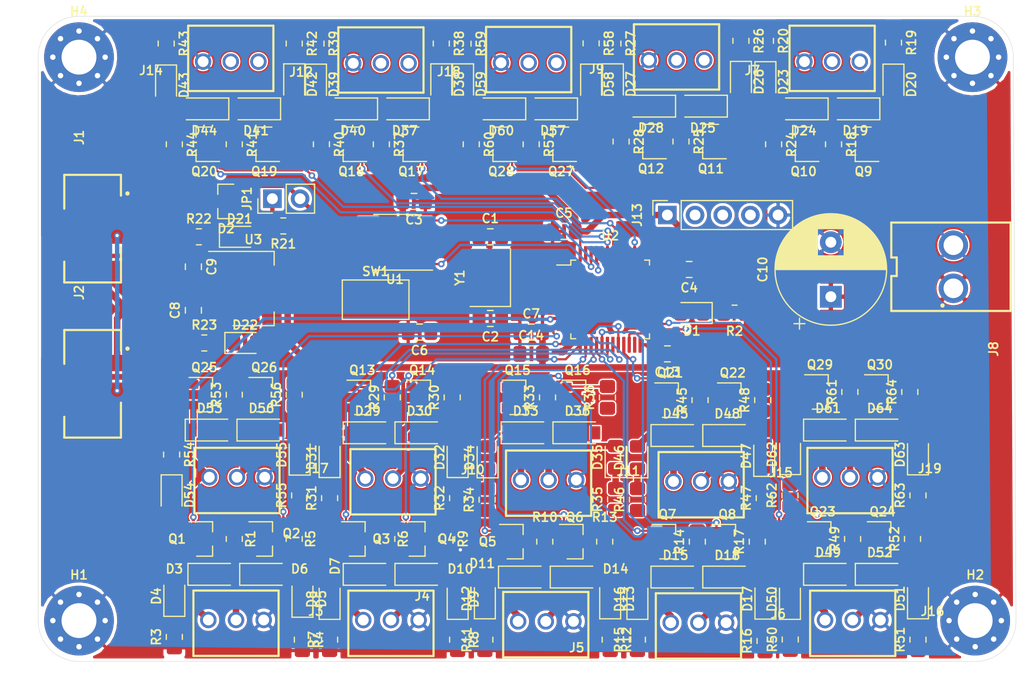
<source format=kicad_pcb>
(kicad_pcb (version 20171130) (host pcbnew "(5.1.8)-1")
  (layers (0 Front signal) (1 In1.Cu signal hide) (2 In2.Cu signal hide) (31 Back signal) (34 B.Paste user) (35 F.Paste user) (36 B.SilkS user) (37 F.SilkS user hide) (38 B.Mask user) (39 F.Mask user) (44 Edge.Cuts user))
  (net 0 "")
  (net 1 "Net-(C1-Pad1)")
  (net 2 GND)
  (net 3 "Net-(C2-Pad1)")
  (net 4 +3V3)
  (net 5 RST)
  (net 6 +5V)
  (net 7 +5VP)
  (net 8 "Net-(D1-Pad1)")
  (net 9 "Net-(D1-Pad2)")
  (net 10 CANL)
  (net 11 CANH)
  (net 12 OUT_P12)
  (net 13 OUT_V12)
  (net 14 "Net-(D4-Pad1)")
  (net 15 OUT_P13)
  (net 16 "Net-(D5-Pad1)")
  (net 17 OUT_V13)
  (net 18 OUT_P14)
  (net 19 OUT_V14)
  (net 20 "Net-(D8-Pad1)")
  (net 21 OUT_P15)
  (net 22 "Net-(D9-Pad1)")
  (net 23 OUT_V15)
  (net 24 OUT_P10)
  (net 25 "Net-(D12-Pad1)")
  (net 26 OUT_V10)
  (net 27 "Net-(D13-Pad1)")
  (net 28 OUT_P11)
  (net 29 OUT_V11)
  (net 30 OUT_P1)
  (net 31 OUT_P2)
  (net 32 OUT_P3)
  (net 33 OUT_P4)
  (net 34 OUT_P5)
  (net 35 OUT_V1)
  (net 36 "Net-(D21-Pad1)")
  (net 37 "Net-(D22-Pad1)")
  (net 38 "Net-(D23-Pad1)")
  (net 39 "Net-(D26-Pad1)")
  (net 40 OUT_V2)
  (net 41 "Net-(D27-Pad1)")
  (net 42 OUT_V3)
  (net 43 OUT_V4)
  (net 44 "Net-(D31-Pad1)")
  (net 45 OUT_V5)
  (net 46 "Net-(D32-Pad1)")
  (net 47 OUT_P6)
  (net 48 "Net-(D34-Pad1)")
  (net 49 OUT_V6)
  (net 50 OUT_P7)
  (net 51 "Net-(D35-Pad1)")
  (net 52 OUT_V7)
  (net 53 OUT_P8)
  (net 54 OUT_V8)
  (net 55 "Net-(D38-Pad1)")
  (net 56 "Net-(D39-Pad1)")
  (net 57 OUT_P9)
  (net 58 OUT_V9)
  (net 59 SWCLK)
  (net 60 SWDIO)
  (net 61 "Net-(JP1-Pad1)")
  (net 62 P1)
  (net 63 P2)
  (net 64 P3)
  (net 65 P4)
  (net 66 P5)
  (net 67 V1)
  (net 68 V2)
  (net 69 V3)
  (net 70 V4)
  (net 71 V5)
  (net 72 P8)
  (net 73 P7)
  (net 74 P9)
  (net 75 P10)
  (net 76 P6)
  (net 77 V8)
  (net 78 V7)
  (net 79 V9)
  (net 80 V10)
  (net 81 V6)
  (net 82 P15)
  (net 83 P11)
  (net 84 P12)
  (net 85 P13)
  (net 86 P14)
  (net 87 V15)
  (net 88 V11)
  (net 89 V12)
  (net 90 V13)
  (net 91 V14)
  (net 92 TXCAN)
  (net 93 RXCAN)
  (net 94 "Net-(U1-Pad5)")
  (net 95 "Net-(U1-Pad8)")
  (net 96 "Net-(U2-Pad1)")
  (net 97 /BOOT)
  (net 98 "Net-(D16-Pad1)")
  (net 99 "Net-(D17-Pad1)")
  (net 100 "Net-(D20-Pad1)")
  (net 101 "Net-(D42-Pad1)")
  (net 102 "Net-(D43-Pad1)")
  (net 103 "Net-(D46-Pad1)")
  (net 104 "Net-(D47-Pad1)")
  (net 105 "Net-(D50-Pad1)")
  (net 106 "Net-(D51-Pad1)")
  (net 107 "Net-(D54-Pad1)")
  (net 108 "Net-(D55-Pad1)")
  (net 109 "Net-(D58-Pad1)")
  (net 110 "Net-(D59-Pad1)")
  (net 111 "Net-(D62-Pad1)")
  (net 112 "Net-(D63-Pad1)")
  (module Capacitor_SMD:C_0805_2012Metric_Pad1.18x1.45mm_HandSolder (layer Front) (at 142.25 94.5)
    (fp_text reference C1 (at 0 -1.68) (layer F.SilkS) (effects (font (size 0.8128 0.8128) (thickness 0.1524))))
    (fp_text value 18pF)
    (pad 2 smd roundrect (at 1.0375 0) (size 1.175 1.45) (layers Front F.Paste F.Mask) (roundrect_rratio 0.212766) (net 2 GND))
    (pad 1 smd roundrect (at -1.0375 0) (size 1.175 1.45) (layers Front F.Paste F.Mask) (roundrect_rratio 0.212766) (net 1 "Net-(C1-Pad1)"))
  )
  (module Capacitor_SMD:C_0805_2012Metric_Pad1.18x1.45mm_HandSolder (layer Front) (at 142.25 102 180)
    (fp_text reference C2 (at 0 -1.68) (layer F.SilkS) (effects (font (size 0.8128 0.8128) (thickness 0.1524))))
    (fp_text value 18pF)
    (pad 1 smd roundrect (at -1.0375 0 180) (size 1.175 1.45) (layers Front F.Paste F.Mask) (roundrect_rratio 0.212766) (net 3 "Net-(C2-Pad1)"))
    (pad 2 smd roundrect (at 1.0375 0 180) (size 1.175 1.45) (layers Front F.Paste F.Mask) (roundrect_rratio 0.212766) (net 2 GND))
  )
  (module Capacitor_SMD:C_0805_2012Metric_Pad1.18x1.45mm_HandSolder (layer Front) (at 135.25 91.25 180)
    (fp_text reference C3 (at 0 -1.68) (layer F.SilkS) (effects (font (size 0.8128 0.8128) (thickness 0.1524))))
    (fp_text value 100nF)
    (pad 2 smd roundrect (at 1.0375 0 180) (size 1.175 1.45) (layers Front F.Paste F.Mask) (roundrect_rratio 0.212766) (net 4 +3V3))
    (pad 1 smd roundrect (at -1.0375 0 180) (size 1.175 1.45) (layers Front F.Paste F.Mask) (roundrect_rratio 0.212766) (net 2 GND))
  )
  (module Capacitor_SMD:C_0805_2012Metric_Pad1.18x1.45mm_HandSolder (layer Front) (at 160.5 97.5 180)
    (fp_text reference C4 (at 0 -1.68) (layer F.SilkS) (effects (font (size 0.8128 0.8128) (thickness 0.1524))))
    (fp_text value 10µF)
    (pad 1 smd roundrect (at -1.0375 0 180) (size 1.175 1.45) (layers Front F.Paste F.Mask) (roundrect_rratio 0.212766) (net 2 GND))
    (pad 2 smd roundrect (at 1.0375 0 180) (size 1.175 1.45) (layers Front F.Paste F.Mask) (roundrect_rratio 0.212766) (net 4 +3V3))
  )
  (module Capacitor_SMD:C_0805_2012Metric_Pad1.18x1.45mm_HandSolder (layer Front) (at 149 94)
    (fp_text reference C5 (at 0 -1.68) (layer F.SilkS) (effects (font (size 0.8128 0.8128) (thickness 0.1524))))
    (fp_text value 100nF)
    (pad 1 smd roundrect (at -1.0375 0) (size 1.175 1.45) (layers Front F.Paste F.Mask) (roundrect_rratio 0.212766) (net 2 GND))
    (pad 2 smd roundrect (at 1.0375 0) (size 1.175 1.45) (layers Front F.Paste F.Mask) (roundrect_rratio 0.212766) (net 4 +3V3))
  )
  (module Capacitor_SMD:C_0805_2012Metric_Pad1.18x1.45mm_HandSolder (layer Front) (at 135.75 103.25 180)
    (fp_text reference C6 (at 0 -1.68) (layer F.SilkS) (effects (font (size 0.8128 0.8128) (thickness 0.1524))))
    (fp_text value 1u)
    (pad 2 smd roundrect (at 1.0375 0 180) (size 1.175 1.45) (layers Front F.Paste F.Mask) (roundrect_rratio 0.212766) (net 2 GND))
    (pad 1 smd roundrect (at -1.0375 0 180) (size 1.175 1.45) (layers Front F.Paste F.Mask) (roundrect_rratio 0.212766) (net 5 RST))
  )
  (module Capacitor_SMD:C_0805_2012Metric_Pad1.18x1.45mm_HandSolder (layer Front) (at 146 103.25)
    (fp_text reference C7 (at 0 -1.68) (layer F.SilkS) (effects (font (size 0.8128 0.8128) (thickness 0.1524))))
    (fp_text value 100nF)
    (pad 2 smd roundrect (at 1.0375 0) (size 1.175 1.45) (layers Front F.Paste F.Mask) (roundrect_rratio 0.212766) (net 4 +3V3))
    (pad 1 smd roundrect (at -1.0375 0) (size 1.175 1.45) (layers Front F.Paste F.Mask) (roundrect_rratio 0.212766) (net 2 GND))
  )
  (module Capacitor_SMD:C_0805_2012Metric_Pad1.18x1.45mm_HandSolder (layer Front) (at 115 101.25 90)
    (fp_text reference C8 (at 0 -1.68 90) (layer F.SilkS) (effects (font (size 0.8128 0.8128) (thickness 0.1524))))
    (fp_text value 10u)
    (pad 2 smd roundrect (at 1.0375 0 90) (size 1.175 1.45) (layers Front F.Paste F.Mask) (roundrect_rratio 0.212766) (net 6 +5V))
    (pad 1 smd roundrect (at -1.0375 0 90) (size 1.175 1.45) (layers Front F.Paste F.Mask) (roundrect_rratio 0.212766) (net 2 GND))
  )
  (module Capacitor_SMD:C_0805_2012Metric_Pad1.18x1.45mm_HandSolder (layer Front) (at 115 97.25 270)
    (fp_text reference C9 (at 0 -1.68 90) (layer F.SilkS) (effects (font (size 0.8128 0.8128) (thickness 0.1524))))
    (fp_text value 10u)
    (pad 1 smd roundrect (at -1.0375 0 270) (size 1.175 1.45) (layers Front F.Paste F.Mask) (roundrect_rratio 0.212766) (net 2 GND))
    (pad 2 smd roundrect (at 1.0375 0 270) (size 1.175 1.45) (layers Front F.Paste F.Mask) (roundrect_rratio 0.212766) (net 4 +3V3))
  )
  (module Capacitor_THT:CP_Radial_D10.0mm_P5.00mm (layer Front) (at 173.5 100 90)
    (fp_text reference C10 (at 2.5 -6.25 90) (layer F.SilkS) (effects (font (size 0.8128 0.8128) (thickness 0.1524))))
    (fp_text value 470µF/50V)
    (pad 1 thru_hole rect (at 0 0 90) (size 2 2) (drill 1) (layers *.Cu *.Mask) (net 7 +5VP))
    (pad 2 thru_hole circle (at 5 0 90) (size 2 2) (drill 1) (layers *.Cu *.Mask) (net 2 GND))
  )
  (module Capacitor_SMD:C_0805_2012Metric_Pad1.18x1.45mm_HandSolder (layer Front) (at 158.5 105.25 180)
    (fp_text reference C13 (at 0 -1.68) (layer F.SilkS) (effects (font (size 0.8128 0.8128) (thickness 0.1524))))
    (fp_text value 100nF)
    (pad 1 smd roundrect (at -1.0375 0 180) (size 1.175 1.45) (layers Front F.Paste F.Mask) (roundrect_rratio 0.212766) (net 2 GND))
    (pad 2 smd roundrect (at 1.0375 0 180) (size 1.175 1.45) (layers Front F.Paste F.Mask) (roundrect_rratio 0.212766) (net 4 +3V3))
  )
  (module Capacitor_SMD:C_0805_2012Metric_Pad1.18x1.45mm_HandSolder (layer Front) (at 146 105.25)
    (fp_text reference C14 (at 0 -1.68) (layer F.SilkS) (effects (font (size 0.8128 0.8128) (thickness 0.1524))))
    (fp_text value 100nF)
    (pad 1 smd roundrect (at -1.0375 0) (size 1.175 1.45) (layers Front F.Paste F.Mask) (roundrect_rratio 0.212766) (net 2 GND))
    (pad 2 smd roundrect (at 1.0375 0) (size 1.175 1.45) (layers Front F.Paste F.Mask) (roundrect_rratio 0.212766) (net 4 +3V3))
  )
  (module LED_SMD:LED_0805_2012Metric_Pad1.15x1.40mm_HandSolder (layer Front) (at 160.75 101.5 180)
    (fp_text reference D1 (at 0 -1.65) (layer F.SilkS) (effects (font (size 0.8128 0.8128) (thickness 0.1524))))
    (fp_text value LED_DEBUG)
    (pad 1 smd roundrect (at -1.025 0 180) (size 1.15 1.4) (layers Front F.Paste F.Mask) (roundrect_rratio 0.217391) (net 8 "Net-(D1-Pad1)"))
    (pad 2 smd roundrect (at 1.025 0 180) (size 1.15 1.4) (layers Front F.Paste F.Mask) (roundrect_rratio 0.217391) (net 9 "Net-(D1-Pad2)"))
  )
  (module Package_TO_SOT_SMD:SOT-23 (layer Front) (at 118 91.25 180)
    (fp_text reference D2 (at 0 -2.5) (layer F.SilkS) (effects (font (size 0.8128 0.8128) (thickness 0.1524))))
    (fp_text value D_TVS_x2_AAC)
    (pad 3 smd rect (at 1 0 180) (size 0.9 0.8) (layers Front F.Paste F.Mask) (net 2 GND))
    (pad 2 smd rect (at -1 0.95 180) (size 0.9 0.8) (layers Front F.Paste F.Mask) (net 10 CANL))
    (pad 1 smd rect (at -1 -0.95 180) (size 0.9 0.8) (layers Front F.Paste F.Mask) (net 11 CANH))
  )
  (module Diode_SMD:D_SOD-123 (layer Front) (at 116.75 125.5)
    (fp_text reference D3 (at -3.5 -0.5) (layer F.SilkS) (effects (font (size 0.8128 0.8128) (thickness 0.1524))))
    (fp_text value D)
    (pad 2 smd rect (at 1.65 0) (size 0.9 1.2) (layers Front F.Paste F.Mask) (net 2 GND))
    (pad 1 smd rect (at -1.65 0) (size 0.9 1.2) (layers Front F.Paste F.Mask) (net 30 OUT_P1))
  )
  (module LED_SMD:LED_0805_2012Metric_Pad1.15x1.40mm_HandSolder (layer Front) (at 113.25 127.5 90)
    (fp_text reference D4 (at 0 -1.65 90) (layer F.SilkS) (effects (font (size 0.8128 0.8128) (thickness 0.1524))))
    (fp_text value LED_DEBUG)
    (pad 1 smd roundrect (at -1.025 0 90) (size 1.15 1.4) (layers Front F.Paste F.Mask) (roundrect_rratio 0.217391) (net 14 "Net-(D4-Pad1)"))
    (pad 2 smd roundrect (at 1.025 0 90) (size 1.15 1.4) (layers Front F.Paste F.Mask) (roundrect_rratio 0.217391) (net 30 OUT_P1))
  )
  (module LED_SMD:LED_0805_2012Metric_Pad1.15x1.40mm_HandSolder (layer Front) (at 125.010001 127.579999 90)
    (fp_text reference D5 (at -0.170001 1.739999 90) (layer F.SilkS) (effects (font (size 0.8128 0.8128) (thickness 0.1524))))
    (fp_text value LED_DEBUG)
    (pad 1 smd roundrect (at -1.025 0 90) (size 1.15 1.4) (layers Front F.Paste F.Mask) (roundrect_rratio 0.217391) (net 16 "Net-(D5-Pad1)"))
    (pad 2 smd roundrect (at 1.025 0 90) (size 1.15 1.4) (layers Front F.Paste F.Mask) (roundrect_rratio 0.217391) (net 35 OUT_V1))
  )
  (module Diode_SMD:D_SOD-123 (layer Front) (at 121.5 125.5)
    (fp_text reference D6 (at 3.25 -0.5) (layer F.SilkS) (effects (font (size 0.8128 0.8128) (thickness 0.1524))))
    (fp_text value D)
    (pad 2 smd rect (at 1.65 0) (size 0.9 1.2) (layers Front F.Paste F.Mask) (net 2 GND))
    (pad 1 smd rect (at -1.65 0) (size 0.9 1.2) (layers Front F.Paste F.Mask) (net 35 OUT_V1))
  )
  (module Diode_SMD:D_SOD-123 (layer Front) (at 131 125.5)
    (fp_text reference D7 (at -3 -0.75 90) (layer F.SilkS) (effects (font (size 0.8128 0.8128) (thickness 0.1524))))
    (fp_text value D)
    (pad 2 smd rect (at 1.65 0) (size 0.9 1.2) (layers Front F.Paste F.Mask) (net 2 GND))
    (pad 1 smd rect (at -1.65 0) (size 0.9 1.2) (layers Front F.Paste F.Mask) (net 31 OUT_P2))
  )
  (module LED_SMD:LED_0805_2012Metric_Pad1.15x1.40mm_HandSolder (layer Front) (at 127.5 127.775 90)
    (fp_text reference D8 (at 0 -1.65 90) (layer F.SilkS) (effects (font (size 0.8128 0.8128) (thickness 0.1524))))
    (fp_text value LED_DEBUG)
    (pad 1 smd roundrect (at -1.025 0 90) (size 1.15 1.4) (layers Front F.Paste F.Mask) (roundrect_rratio 0.217391) (net 20 "Net-(D8-Pad1)"))
    (pad 2 smd roundrect (at 1.025 0 90) (size 1.15 1.4) (layers Front F.Paste F.Mask) (roundrect_rratio 0.217391) (net 31 OUT_P2))
  )
  (module LED_SMD:LED_0805_2012Metric_Pad1.15x1.40mm_HandSolder (layer Front) (at 139.25 127.775 90)
    (fp_text reference D9 (at 0 1.5 90) (layer F.SilkS) (effects (font (size 0.8128 0.8128) (thickness 0.1524))))
    (fp_text value LED_DEBUG)
    (pad 2 smd roundrect (at 1.025 0 90) (size 1.15 1.4) (layers Front F.Paste F.Mask) (roundrect_rratio 0.217391) (net 40 OUT_V2))
    (pad 1 smd roundrect (at -1.025 0 90) (size 1.15 1.4) (layers Front F.Paste F.Mask) (roundrect_rratio 0.217391) (net 22 "Net-(D9-Pad1)"))
  )
  (module Diode_SMD:D_SOD-123 (layer Front) (at 135.75 125.5)
    (fp_text reference D10 (at 3.75 -0.5) (layer F.SilkS) (effects (font (size 0.8128 0.8128) (thickness 0.1524))))
    (fp_text value D)
    (pad 1 smd rect (at -1.65 0) (size 0.9 1.2) (layers Front F.Paste F.Mask) (net 40 OUT_V2))
    (pad 2 smd rect (at 1.65 0) (size 0.9 1.2) (layers Front F.Paste F.Mask) (net 2 GND))
  )
  (module Diode_SMD:D_SOD-123 (layer Front) (at 145.25 125.75)
    (fp_text reference D11 (at -3.75 -1.25) (layer F.SilkS) (effects (font (size 0.8128 0.8128) (thickness 0.1524))))
    (fp_text value D)
    (pad 2 smd rect (at 1.65 0) (size 0.9 1.2) (layers Front F.Paste F.Mask) (net 2 GND))
    (pad 1 smd rect (at -1.65 0) (size 0.9 1.2) (layers Front F.Paste F.Mask) (net 32 OUT_P3))
  )
  (module LED_SMD:LED_0805_2012Metric_Pad1.15x1.40mm_HandSolder (layer Front) (at 141.75 127.725 90)
    (fp_text reference D12 (at 0 -1.65 90) (layer F.SilkS) (effects (font (size 0.8128 0.8128) (thickness 0.1524))))
    (fp_text value LED_DEBUG)
    (pad 1 smd roundrect (at -1.025 0 90) (size 1.15 1.4) (layers Front F.Paste F.Mask) (roundrect_rratio 0.217391) (net 25 "Net-(D12-Pad1)"))
    (pad 2 smd roundrect (at 1.025 0 90) (size 1.15 1.4) (layers Front F.Paste F.Mask) (roundrect_rratio 0.217391) (net 32 OUT_P3))
  )
  (module LED_SMD:LED_0805_2012Metric_Pad1.15x1.40mm_HandSolder (layer Front) (at 153.25 127.725 90)
    (fp_text reference D13 (at -0.025 1.75 90) (layer F.SilkS) (effects (font (size 0.8128 0.8128) (thickness 0.1524))))
    (fp_text value LED_DEBUG)
    (pad 2 smd roundrect (at 1.025 0 90) (size 1.15 1.4) (layers Front F.Paste F.Mask) (roundrect_rratio 0.217391) (net 42 OUT_V3))
    (pad 1 smd roundrect (at -1.025 0 90) (size 1.15 1.4) (layers Front F.Paste F.Mask) (roundrect_rratio 0.217391) (net 27 "Net-(D13-Pad1)"))
  )
  (module Diode_SMD:D_SOD-123 (layer Front) (at 150 125.75)
    (fp_text reference D14 (at 3.75 -0.75) (layer F.SilkS) (effects (font (size 0.8128 0.8128) (thickness 0.1524))))
    (fp_text value D)
    (pad 1 smd rect (at -1.65 0) (size 0.9 1.2) (layers Front F.Paste F.Mask) (net 42 OUT_V3))
    (pad 2 smd rect (at 1.65 0) (size 0.9 1.2) (layers Front F.Paste F.Mask) (net 2 GND))
  )
  (module Diode_SMD:D_SOD-123 (layer Front) (at 159.25 125.75)
    (fp_text reference D15 (at 0 -2) (layer F.SilkS) (effects (font (size 0.8128 0.8128) (thickness 0.1524))))
    (fp_text value D)
    (pad 2 smd rect (at 1.65 0) (size 0.9 1.2) (layers Front F.Paste F.Mask) (net 2 GND))
    (pad 1 smd rect (at -1.65 0) (size 0.9 1.2) (layers Front F.Paste F.Mask) (net 33 OUT_P4))
  )
  (module LED_SMD:LED_0805_2012Metric_Pad1.15x1.40mm_HandSolder (layer Front) (at 155.75 127.775 90)
    (fp_text reference D16 (at 0 -1.65 90) (layer F.SilkS) (effects (font (size 0.8128 0.8128) (thickness 0.1524))))
    (fp_text value LED_DEBUG)
    (pad 2 smd roundrect (at 1.025 0 90) (size 1.15 1.4) (layers Front F.Paste F.Mask) (roundrect_rratio 0.217391) (net 33 OUT_P4))
    (pad 1 smd roundrect (at -1.025 0 90) (size 1.15 1.4) (layers Front F.Paste F.Mask) (roundrect_rratio 0.217391) (net 98 "Net-(D16-Pad1)"))
  )
  (module LED_SMD:LED_0805_2012Metric_Pad1.15x1.40mm_HandSolder (layer Front) (at 167.5 127.75 90)
    (fp_text reference D17 (at 0 -1.65 90) (layer F.SilkS) (effects (font (size 0.8128 0.8128) (thickness 0.1524))))
    (fp_text value LED_DEBUG)
    (pad 2 smd roundrect (at 1.025 0 90) (size 1.15 1.4) (layers Front F.Paste F.Mask) (roundrect_rratio 0.217391) (net 43 OUT_V4))
    (pad 1 smd roundrect (at -1.025 0 90) (size 1.15 1.4) (layers Front F.Paste F.Mask) (roundrect_rratio 0.217391) (net 99 "Net-(D17-Pad1)"))
  )
  (module Diode_SMD:D_SOD-123 (layer Front) (at 164 125.75)
    (fp_text reference D18 (at 0 -2) (layer F.SilkS) (effects (font (size 0.8128 0.8128) (thickness 0.1524))))
    (fp_text value D)
    (pad 2 smd rect (at 1.65 0) (size 0.9 1.2) (layers Front F.Paste F.Mask) (net 2 GND))
    (pad 1 smd rect (at -1.65 0) (size 0.9 1.2) (layers Front F.Paste F.Mask) (net 43 OUT_V4))
  )
  (module Diode_SMD:D_SOD-123 (layer Front) (at 175.75 82.75 180)
    (fp_text reference D19 (at 0 -2) (layer F.SilkS) (effects (font (size 0.8128 0.8128) (thickness 0.1524))))
    (fp_text value D)
    (pad 2 smd rect (at 1.65 0 180) (size 0.9 1.2) (layers Front F.Paste F.Mask) (net 2 GND))
    (pad 1 smd rect (at -1.65 0 180) (size 0.9 1.2) (layers Front F.Paste F.Mask) (net 34 OUT_P5))
  )
  (module LED_SMD:LED_0805_2012Metric_Pad1.15x1.40mm_HandSolder (layer Front) (at 179.25 80.5 270)
    (fp_text reference D20 (at 0 -1.65 90) (layer F.SilkS) (effects (font (size 0.8128 0.8128) (thickness 0.1524))))
    (fp_text value LED_DEBUG)
    (pad 1 smd roundrect (at -1.025 0 270) (size 1.15 1.4) (layers Front F.Paste F.Mask) (roundrect_rratio 0.217391) (net 100 "Net-(D20-Pad1)"))
    (pad 2 smd roundrect (at 1.025 0 270) (size 1.15 1.4) (layers Front F.Paste F.Mask) (roundrect_rratio 0.217391) (net 34 OUT_P5))
  )
  (module LED_SMD:LED_0805_2012Metric_Pad1.15x1.40mm_HandSolder (layer Front) (at 119.25 94.5)
    (fp_text reference D21 (at 0 -1.65) (layer F.SilkS) (effects (font (size 0.8128 0.8128) (thickness 0.1524))))
    (fp_text value LED_DEBUG)
    (pad 2 smd roundrect (at 1.025 0) (size 1.15 1.4) (layers Front F.Paste F.Mask) (roundrect_rratio 0.217391) (net 4 +3V3))
    (pad 1 smd roundrect (at -1.025 0) (size 1.15 1.4) (layers Front F.Paste F.Mask) (roundrect_rratio 0.217391) (net 36 "Net-(D21-Pad1)"))
  )
  (module LED_SMD:LED_0805_2012Metric_Pad1.15x1.40mm_HandSolder (layer Front) (at 119.75 104.25)
    (fp_text reference D22 (at 0 -1.65) (layer F.SilkS) (effects (font (size 0.8128 0.8128) (thickness 0.1524))))
    (fp_text value LED_DEBUG)
    (pad 1 smd roundrect (at -1.025 0) (size 1.15 1.4) (layers Front F.Paste F.Mask) (roundrect_rratio 0.217391) (net 37 "Net-(D22-Pad1)"))
    (pad 2 smd roundrect (at 1.025 0) (size 1.15 1.4) (layers Front F.Paste F.Mask) (roundrect_rratio 0.217391) (net 6 +5V))
  )
  (module LED_SMD:LED_0805_2012Metric_Pad1.15x1.40mm_HandSolder (layer Front) (at 167.5 80.275 270)
    (fp_text reference D23 (at 0 -1.65 90) (layer F.SilkS) (effects (font (size 0.8128 0.8128) (thickness 0.1524))))
    (fp_text value LED_DEBUG)
    (pad 2 smd roundrect (at 1.025 0 270) (size 1.15 1.4) (layers Front F.Paste F.Mask) (roundrect_rratio 0.217391) (net 45 OUT_V5))
    (pad 1 smd roundrect (at -1.025 0 270) (size 1.15 1.4) (layers Front F.Paste F.Mask) (roundrect_rratio 0.217391) (net 38 "Net-(D23-Pad1)"))
  )
  (module Diode_SMD:D_SOD-123 (layer Front) (at 171 82.75 180)
    (fp_text reference D24 (at 0 -2) (layer F.SilkS) (effects (font (size 0.8128 0.8128) (thickness 0.1524))))
    (fp_text value D)
    (pad 1 smd rect (at -1.65 0 180) (size 0.9 1.2) (layers Front F.Paste F.Mask) (net 45 OUT_V5))
    (pad 2 smd rect (at 1.65 0 180) (size 0.9 1.2) (layers Front F.Paste F.Mask) (net 2 GND))
  )
  (module Diode_SMD:D_SOD-123 (layer Front) (at 161.75 82.5 180)
    (fp_text reference D25 (at 0 -2) (layer F.SilkS) (effects (font (size 0.8128 0.8128) (thickness 0.1524))))
    (fp_text value D)
    (pad 1 smd rect (at -1.65 0 180) (size 0.9 1.2) (layers Front F.Paste F.Mask) (net 47 OUT_P6))
    (pad 2 smd rect (at 1.65 0 180) (size 0.9 1.2) (layers Front F.Paste F.Mask) (net 2 GND))
  )
  (module LED_SMD:LED_0805_2012Metric_Pad1.15x1.40mm_HandSolder (layer Front) (at 165.25 80.25 270)
    (fp_text reference D26 (at 0 -1.65 90) (layer F.SilkS) (effects (font (size 0.8128 0.8128) (thickness 0.1524))))
    (fp_text value LED_DEBUG)
    (pad 1 smd roundrect (at -1.025 0 270) (size 1.15 1.4) (layers Front F.Paste F.Mask) (roundrect_rratio 0.217391) (net 39 "Net-(D26-Pad1)"))
    (pad 2 smd roundrect (at 1.025 0 270) (size 1.15 1.4) (layers Front F.Paste F.Mask) (roundrect_rratio 0.217391) (net 47 OUT_P6))
  )
  (module LED_SMD:LED_0805_2012Metric_Pad1.15x1.40mm_HandSolder (layer Front) (at 153.5 80.475 270)
    (fp_text reference D27 (at 0 -1.65 90) (layer F.SilkS) (effects (font (size 0.8128 0.8128) (thickness 0.1524))))
    (fp_text value LED_DEBUG)
    (pad 2 smd roundrect (at 1.025 0 270) (size 1.15 1.4) (layers Front F.Paste F.Mask) (roundrect_rratio 0.217391) (net 49 OUT_V6))
    (pad 1 smd roundrect (at -1.025 0 270) (size 1.15 1.4) (layers Front F.Paste F.Mask) (roundrect_rratio 0.217391) (net 41 "Net-(D27-Pad1)"))
  )
  (module Diode_SMD:D_SOD-123 (layer Front) (at 157 82.5 180)
    (fp_text reference D28 (at 0 -2) (layer F.SilkS) (effects (font (size 0.8128 0.8128) (thickness 0.1524))))
    (fp_text value D)
    (pad 1 smd rect (at -1.65 0 180) (size 0.9 1.2) (layers Front F.Paste F.Mask) (net 49 OUT_V6))
    (pad 2 smd rect (at 1.65 0 180) (size 0.9 1.2) (layers Front F.Paste F.Mask) (net 2 GND))
  )
  (module Diode_SMD:D_SOD-123 (layer Front) (at 131 112.5)
    (fp_text reference D29 (at 0 -2) (layer F.SilkS) (effects (font (size 0.8128 0.8128) (thickness 0.1524))))
    (fp_text value D)
    (pad 1 smd rect (at -1.65 0) (size 0.9 1.2) (layers Front F.Paste F.Mask) (net 50 OUT_P7))
    (pad 2 smd rect (at 1.65 0) (size 0.9 1.2) (layers Front F.Paste F.Mask) (net 2 GND))
  )
  (module Diode_SMD:D_SOD-123 (layer Front) (at 135.75 112.5)
    (fp_text reference D30 (at 0 -2) (layer F.SilkS) (effects (font (size 0.8128 0.8128) (thickness 0.1524))))
    (fp_text value D)
    (pad 1 smd rect (at -1.65 0) (size 0.9 1.2) (layers Front F.Paste F.Mask) (net 52 OUT_V7))
    (pad 2 smd rect (at 1.65 0) (size 0.9 1.2) (layers Front F.Paste F.Mask) (net 2 GND))
  )
  (module LED_SMD:LED_0805_2012Metric_Pad1.15x1.40mm_HandSolder (layer Front) (at 127.5 114.75 90)
    (fp_text reference D31 (at 0 -1.65 90) (layer F.SilkS) (effects (font (size 0.8128 0.8128) (thickness 0.1524))))
    (fp_text value LED_DEBUG)
    (pad 1 smd roundrect (at -1.025 0 90) (size 1.15 1.4) (layers Front F.Paste F.Mask) (roundrect_rratio 0.217391) (net 44 "Net-(D31-Pad1)"))
    (pad 2 smd roundrect (at 1.025 0 90) (size 1.15 1.4) (layers Front F.Paste F.Mask) (roundrect_rratio 0.217391) (net 50 OUT_P7))
  )
  (module LED_SMD:LED_0805_2012Metric_Pad1.15x1.40mm_HandSolder (layer Front) (at 139.25 114.75 90)
    (fp_text reference D32 (at 0 -1.65 90) (layer F.SilkS) (effects (font (size 0.8128 0.8128) (thickness 0.1524))))
    (fp_text value LED_DEBUG)
    (pad 2 smd roundrect (at 1.025 0 90) (size 1.15 1.4) (layers Front F.Paste F.Mask) (roundrect_rratio 0.217391) (net 52 OUT_V7))
    (pad 1 smd roundrect (at -1.025 0 90) (size 1.15 1.4) (layers Front F.Paste F.Mask) (roundrect_rratio 0.217391) (net 46 "Net-(D32-Pad1)"))
  )
  (module Diode_SMD:D_SOD-123 (layer Front) (at 145.5 112.5)
    (fp_text reference D33 (at 0 -2) (layer F.SilkS) (effects (font (size 0.8128 0.8128) (thickness 0.1524))))
    (fp_text value D)
    (pad 1 smd rect (at -1.65 0) (size 0.9 1.2) (layers Front F.Paste F.Mask) (net 53 OUT_P8))
    (pad 2 smd rect (at 1.65 0) (size 0.9 1.2) (layers Front F.Paste F.Mask) (net 2 GND))
  )
  (module LED_SMD:LED_0805_2012Metric_Pad1.15x1.40mm_HandSolder (layer Front) (at 142 114.775 90)
    (fp_text reference D34 (at 0 -1.65 90) (layer F.SilkS) (effects (font (size 0.8128 0.8128) (thickness 0.1524))))
    (fp_text value LED_DEBUG)
    (pad 2 smd roundrect (at 1.025 0 90) (size 1.15 1.4) (layers Front F.Paste F.Mask) (roundrect_rratio 0.217391) (net 53 OUT_P8))
    (pad 1 smd roundrect (at -1.025 0 90) (size 1.15 1.4) (layers Front F.Paste F.Mask) (roundrect_rratio 0.217391) (net 48 "Net-(D34-Pad1)"))
  )
  (module LED_SMD:LED_0805_2012Metric_Pad1.15x1.40mm_HandSolder (layer Front) (at 153.75 114.75 90)
    (fp_text reference D35 (at 0 -1.65 90) (layer F.SilkS) (effects (font (size 0.8128 0.8128) (thickness 0.1524))))
    (fp_text value LED_DEBUG)
    (pad 1 smd roundrect (at -1.025 0 90) (size 1.15 1.4) (layers Front F.Paste F.Mask) (roundrect_rratio 0.217391) (net 51 "Net-(D35-Pad1)"))
    (pad 2 smd roundrect (at 1.025 0 90) (size 1.15 1.4) (layers Front F.Paste F.Mask) (roundrect_rratio 0.217391) (net 54 OUT_V8))
  )
  (module Diode_SMD:D_SOD-123 (layer Front) (at 150.25 112.5)
    (fp_text reference D36 (at 0 -2) (layer F.SilkS) (effects (font (size 0.8128 0.8128) (thickness 0.1524))))
    (fp_text value D)
    (pad 2 smd rect (at 1.65 0) (size 0.9 1.2) (layers Front F.Paste F.Mask) (net 2 GND))
    (pad 1 smd rect (at -1.65 0) (size 0.9 1.2) (layers Front F.Paste F.Mask) (net 54 OUT_V8))
  )
  (module Diode_SMD:D_SOD-123 (layer Front) (at 134.4 82.75 180)
    (fp_text reference D37 (at 0 -2) (layer F.SilkS) (effects (font (size 0.8128 0.8128) (thickness 0.1524))))
    (fp_text value D)
    (pad 2 smd rect (at 1.65 0 180) (size 0.9 1.2) (layers Front F.Paste F.Mask) (net 2 GND))
    (pad 1 smd rect (at -1.65 0 180) (size 0.9 1.2) (layers Front F.Paste F.Mask) (net 57 OUT_P9))
  )
  (module LED_SMD:LED_0805_2012Metric_Pad1.15x1.40mm_HandSolder (layer Front) (at 137.75 80.475 270)
    (fp_text reference D38 (at 0 -1.65 90) (layer F.SilkS) (effects (font (size 0.8128 0.8128) (thickness 0.1524))))
    (fp_text value LED_DEBUG)
    (pad 2 smd roundrect (at 1.025 0 270) (size 1.15 1.4) (layers Front F.Paste F.Mask) (roundrect_rratio 0.217391) (net 57 OUT_P9))
    (pad 1 smd roundrect (at -1.025 0 270) (size 1.15 1.4) (layers Front F.Paste F.Mask) (roundrect_rratio 0.217391) (net 55 "Net-(D38-Pad1)"))
  )
  (module LED_SMD:LED_0805_2012Metric_Pad1.15x1.40mm_HandSolder (layer Front) (at 126.25 80.5 270)
    (fp_text reference D39 (at 0 -1.65 90) (layer F.SilkS) (effects (font (size 0.8128 0.8128) (thickness 0.1524))))
    (fp_text value LED_DEBUG)
    (pad 1 smd roundrect (at -1.025 0 270) (size 1.15 1.4) (layers Front F.Paste F.Mask) (roundrect_rratio 0.217391) (net 56 "Net-(D39-Pad1)"))
    (pad 2 smd roundrect (at 1.025 0 270) (size 1.15 1.4) (layers Front F.Paste F.Mask) (roundrect_rratio 0.217391) (net 58 OUT_V9))
  )
  (module Diode_SMD:D_SOD-123 (layer Front) (at 129.65 82.75 180)
    (fp_text reference D40 (at 0 -2) (layer F.SilkS) (effects (font (size 0.8128 0.8128) (thickness 0.1524))))
    (fp_text value D)
    (pad 2 smd rect (at 1.65 0 180) (size 0.9 1.2) (layers Front F.Paste F.Mask) (net 2 GND))
    (pad 1 smd rect (at -1.65 0 180) (size 0.9 1.2) (layers Front F.Paste F.Mask) (net 58 OUT_V9))
  )
  (module Diode_SMD:D_SOD-123 (layer Front) (at 120.75 82.75 180)
    (fp_text reference D41 (at 0 -2) (layer F.SilkS) (effects (font (size 0.8128 0.8128) (thickness 0.1524))))
    (fp_text value D)
    (pad 2 smd rect (at 1.65 0 180) (size 0.9 1.2) (layers Front F.Paste F.Mask) (net 2 GND))
    (pad 1 smd rect (at -1.65 0 180) (size 0.9 1.2) (layers Front F.Paste F.Mask) (net 24 OUT_P10))
  )
  (module LED_SMD:LED_0805_2012Metric_Pad1.15x1.40mm_HandSolder (layer Front) (at 124.25 80.475 270)
    (fp_text reference D42 (at 0 -1.65 90) (layer F.SilkS) (effects (font (size 0.8128 0.8128) (thickness 0.1524))))
    (fp_text value LED_DEBUG)
    (pad 2 smd roundrect (at 1.025 0 270) (size 1.15 1.4) (layers Front F.Paste F.Mask) (roundrect_rratio 0.217391) (net 24 OUT_P10))
    (pad 1 smd roundrect (at -1.025 0 270) (size 1.15 1.4) (layers Front F.Paste F.Mask) (roundrect_rratio 0.217391) (net 101 "Net-(D42-Pad1)"))
  )
  (module LED_SMD:LED_0805_2012Metric_Pad1.15x1.40mm_HandSolder (layer Front) (at 112.489999 80.580001 270)
    (fp_text reference D43 (at 0 -1.65 90) (layer F.SilkS) (effects (font (size 0.8128 0.8128) (thickness 0.1524))))
    (fp_text value LED_DEBUG)
    (pad 1 smd roundrect (at -1.025 0 270) (size 1.15 1.4) (layers Front F.Paste F.Mask) (roundrect_rratio 0.217391) (net 102 "Net-(D43-Pad1)"))
    (pad 2 smd roundrect (at 1.025 0 270) (size 1.15 1.4) (layers Front F.Paste F.Mask) (roundrect_rratio 0.217391) (net 26 OUT_V10))
  )
  (module Diode_SMD:D_SOD-123 (layer Front) (at 116 82.75 180)
    (fp_text reference D44 (at 0 -2) (layer F.SilkS) (effects (font (size 0.8128 0.8128) (thickness 0.1524))))
    (fp_text value D)
    (pad 1 smd rect (at -1.65 0 180) (size 0.9 1.2) (layers Front F.Paste F.Mask) (net 26 OUT_V10))
    (pad 2 smd rect (at 1.65 0 180) (size 0.9 1.2) (layers Front F.Paste F.Mask) (net 2 GND))
  )
  (module Diode_SMD:D_SOD-123 (layer Front) (at 159.25 112.75)
    (fp_text reference D45 (at 0 -2) (layer F.SilkS) (effects (font (size 0.8128 0.8128) (thickness 0.1524))))
    (fp_text value D)
    (pad 1 smd rect (at -1.65 0) (size 0.9 1.2) (layers Front F.Paste F.Mask) (net 28 OUT_P11))
    (pad 2 smd rect (at 1.65 0) (size 0.9 1.2) (layers Front F.Paste F.Mask) (net 2 GND))
  )
  (module LED_SMD:LED_0805_2012Metric_Pad1.15x1.40mm_HandSolder (layer Front) (at 155.75 114.775 90)
    (fp_text reference D46 (at 0 -1.65 90) (layer F.SilkS) (effects (font (size 0.8128 0.8128) (thickness 0.1524))))
    (fp_text value LED_DEBUG)
    (pad 2 smd roundrect (at 1.025 0 90) (size 1.15 1.4) (layers Front F.Paste F.Mask) (roundrect_rratio 0.217391) (net 28 OUT_P11))
    (pad 1 smd roundrect (at -1.025 0 90) (size 1.15 1.4) (layers Front F.Paste F.Mask) (roundrect_rratio 0.217391) (net 103 "Net-(D46-Pad1)"))
  )
  (module LED_SMD:LED_0805_2012Metric_Pad1.15x1.40mm_HandSolder (layer Front) (at 167.390001 114.639999 90)
    (fp_text reference D47 (at 0 -1.65 90) (layer F.SilkS) (effects (font (size 0.8128 0.8128) (thickness 0.1524))))
    (fp_text value LED_DEBUG)
    (pad 1 smd roundrect (at -1.025 0 90) (size 1.15 1.4) (layers Front F.Paste F.Mask) (roundrect_rratio 0.217391) (net 104 "Net-(D47-Pad1)"))
    (pad 2 smd roundrect (at 1.025 0 90) (size 1.15 1.4) (layers Front F.Paste F.Mask) (roundrect_rratio 0.217391) (net 29 OUT_V11))
  )
  (module Diode_SMD:D_SOD-123 (layer Front) (at 164 112.75)
    (fp_text reference D48 (at 0 -2) (layer F.SilkS) (effects (font (size 0.8128 0.8128) (thickness 0.1524))))
    (fp_text value D)
    (pad 2 smd rect (at 1.65 0) (size 0.9 1.2) (layers Front F.Paste F.Mask) (net 2 GND))
    (pad 1 smd rect (at -1.65 0) (size 0.9 1.2) (layers Front F.Paste F.Mask) (net 29 OUT_V11))
  )
  (module Diode_SMD:D_SOD-123 (layer Front) (at 173.25 125.5)
    (fp_text reference D49 (at 0 -2) (layer F.SilkS) (effects (font (size 0.8128 0.8128) (thickness 0.1524))))
    (fp_text value D)
    (pad 1 smd rect (at -1.65 0) (size 0.9 1.2) (layers Front F.Paste F.Mask) (net 12 OUT_P12))
    (pad 2 smd rect (at 1.65 0) (size 0.9 1.2) (layers Front F.Paste F.Mask) (net 2 GND))
  )
  (module LED_SMD:LED_0805_2012Metric_Pad1.15x1.40mm_HandSolder (layer Front) (at 169.75 127.775 90)
    (fp_text reference D50 (at 0 -1.65 90) (layer F.SilkS) (effects (font (size 0.8128 0.8128) (thickness 0.1524))))
    (fp_text value LED_DEBUG)
    (pad 1 smd roundrect (at -1.025 0 90) (size 1.15 1.4) (layers Front F.Paste F.Mask) (roundrect_rratio 0.217391) (net 105 "Net-(D50-Pad1)"))
    (pad 2 smd roundrect (at 1.025 0 90) (size 1.15 1.4) (layers Front F.Paste F.Mask) (roundrect_rratio 0.217391) (net 12 OUT_P12))
  )
  (module LED_SMD:LED_0805_2012Metric_Pad1.15x1.40mm_HandSolder (layer Front) (at 181.5 127.725 90)
    (fp_text reference D51 (at 0 -1.65 90) (layer F.SilkS) (effects (font (size 0.8128 0.8128) (thickness 0.1524))))
    (fp_text value LED_DEBUG)
    (pad 1 smd roundrect (at -1.025 0 90) (size 1.15 1.4) (layers Front F.Paste F.Mask) (roundrect_rratio 0.217391) (net 106 "Net-(D51-Pad1)"))
    (pad 2 smd roundrect (at 1.025 0 90) (size 1.15 1.4) (layers Front F.Paste F.Mask) (roundrect_rratio 0.217391) (net 13 OUT_V12))
  )
  (module Diode_SMD:D_SOD-123 (layer Front) (at 178 125.5)
    (fp_text reference D52 (at 0 -2) (layer F.SilkS) (effects (font (size 0.8128 0.8128) (thickness 0.1524))))
    (fp_text value D)
    (pad 2 smd rect (at 1.65 0) (size 0.9 1.2) (layers Front F.Paste F.Mask) (net 2 GND))
    (pad 1 smd rect (at -1.65 0) (size 0.9 1.2) (layers Front F.Paste F.Mask) (net 13 OUT_V12))
  )
  (module Diode_SMD:D_SOD-123 (layer Front) (at 116.5 112.25)
    (fp_text reference D53 (at 0 -2) (layer F.SilkS) (effects (font (size 0.8128 0.8128) (thickness 0.1524))))
    (fp_text value D)
    (pad 1 smd rect (at -1.65 0) (size 0.9 1.2) (layers Front F.Paste F.Mask) (net 15 OUT_P13))
    (pad 2 smd rect (at 1.65 0) (size 0.9 1.2) (layers Front F.Paste F.Mask) (net 2 GND))
  )
  (module LED_SMD:LED_0805_2012Metric_Pad1.15x1.40mm_HandSolder (layer Front) (at 112.999999 118.225 270)
    (fp_text reference D54 (at 0 -1.65 90) (layer F.SilkS) (effects (font (size 0.8128 0.8128) (thickness 0.1524))))
    (fp_text value LED_DEBUG)
    (pad 1 smd roundrect (at -1.025 0 270) (size 1.15 1.4) (layers Front F.Paste F.Mask) (roundrect_rratio 0.217391) (net 107 "Net-(D54-Pad1)"))
    (pad 2 smd roundrect (at 1.025 0 270) (size 1.15 1.4) (layers Front F.Paste F.Mask) (roundrect_rratio 0.217391) (net 15 OUT_P13))
  )
  (module LED_SMD:LED_0805_2012Metric_Pad1.15x1.40mm_HandSolder (layer Front) (at 124.75 114.525 90)
    (fp_text reference D55 (at 0 -1.65 90) (layer F.SilkS) (effects (font (size 0.8128 0.8128) (thickness 0.1524))))
    (fp_text value LED_DEBUG)
    (pad 2 smd roundrect (at 1.025 0 90) (size 1.15 1.4) (layers Front F.Paste F.Mask) (roundrect_rratio 0.217391) (net 17 OUT_V13))
    (pad 1 smd roundrect (at -1.025 0 90) (size 1.15 1.4) (layers Front F.Paste F.Mask) (roundrect_rratio 0.217391) (net 108 "Net-(D55-Pad1)"))
  )
  (module Diode_SMD:D_SOD-123 (layer Front) (at 121.25 112.25)
    (fp_text reference D56 (at 0 -2) (layer F.SilkS) (effects (font (size 0.8128 0.8128) (thickness 0.1524))))
    (fp_text value D)
    (pad 1 smd rect (at -1.65 0) (size 0.9 1.2) (layers Front F.Paste F.Mask) (net 17 OUT_V13))
    (pad 2 smd rect (at 1.65 0) (size 0.9 1.2) (layers Front F.Paste F.Mask) (net 2 GND))
  )
  (module Diode_SMD:D_SOD-123 (layer Front) (at 148 82.75 180)
    (fp_text reference D57 (at 0 -2) (layer F.SilkS) (effects (font (size 0.8128 0.8128) (thickness 0.1524))))
    (fp_text value D)
    (pad 2 smd rect (at 1.65 0 180) (size 0.9 1.2) (layers Front F.Paste F.Mask) (net 2 GND))
    (pad 1 smd rect (at -1.65 0 180) (size 0.9 1.2) (layers Front F.Paste F.Mask) (net 18 OUT_P14))
  )
  (module LED_SMD:LED_0805_2012Metric_Pad1.15x1.40mm_HandSolder (layer Front) (at 151.5 80.5 270)
    (fp_text reference D58 (at 0 -1.65 90) (layer F.SilkS) (effects (font (size 0.8128 0.8128) (thickness 0.1524))))
    (fp_text value LED_DEBUG)
    (pad 1 smd roundrect (at -1.025 0 270) (size 1.15 1.4) (layers Front F.Paste F.Mask) (roundrect_rratio 0.217391) (net 109 "Net-(D58-Pad1)"))
    (pad 2 smd roundrect (at 1.025 0 270) (size 1.15 1.4) (layers Front F.Paste F.Mask) (roundrect_rratio 0.217391) (net 18 OUT_P14))
  )
  (module LED_SMD:LED_0805_2012Metric_Pad1.15x1.40mm_HandSolder (layer Front) (at 139.75 80.475 270)
    (fp_text reference D59 (at 0 -1.65 90) (layer F.SilkS) (effects (font (size 0.8128 0.8128) (thickness 0.1524))))
    (fp_text value LED_DEBUG)
    (pad 2 smd roundrect (at 1.025 0 270) (size 1.15 1.4) (layers Front F.Paste F.Mask) (roundrect_rratio 0.217391) (net 19 OUT_V14))
    (pad 1 smd roundrect (at -1.025 0 270) (size 1.15 1.4) (layers Front F.Paste F.Mask) (roundrect_rratio 0.217391) (net 110 "Net-(D59-Pad1)"))
  )
  (module Diode_SMD:D_SOD-123 (layer Front) (at 143.25 82.75 180)
    (fp_text reference D60 (at 0 -2) (layer F.SilkS) (effects (font (size 0.8128 0.8128) (thickness 0.1524))))
    (fp_text value D)
    (pad 1 smd rect (at -1.65 0 180) (size 0.9 1.2) (layers Front F.Paste F.Mask) (net 19 OUT_V14))
    (pad 2 smd rect (at 1.65 0 180) (size 0.9 1.2) (layers Front F.Paste F.Mask) (net 2 GND))
  )
  (module Diode_SMD:D_SOD-123 (layer Front) (at 173.25 112.25)
    (fp_text reference D61 (at 0 -2) (layer F.SilkS) (effects (font (size 0.8128 0.8128) (thickness 0.1524))))
    (fp_text value D)
    (pad 1 smd rect (at -1.65 0) (size 0.9 1.2) (layers Front F.Paste F.Mask) (net 21 OUT_P15))
    (pad 2 smd rect (at 1.65 0) (size 0.9 1.2) (layers Front F.Paste F.Mask) (net 2 GND))
  )
  (module LED_SMD:LED_0805_2012Metric_Pad1.15x1.40mm_HandSolder (layer Front) (at 169.760001 114.479999 90)
    (fp_text reference D62 (at 0 -1.65 90) (layer F.SilkS) (effects (font (size 0.8128 0.8128) (thickness 0.1524))))
    (fp_text value LED_DEBUG)
    (pad 2 smd roundrect (at 1.025 0 90) (size 1.15 1.4) (layers Front F.Paste F.Mask) (roundrect_rratio 0.217391) (net 21 OUT_P15))
    (pad 1 smd roundrect (at -1.025 0 90) (size 1.15 1.4) (layers Front F.Paste F.Mask) (roundrect_rratio 0.217391) (net 111 "Net-(D62-Pad1)"))
  )
  (module LED_SMD:LED_0805_2012Metric_Pad1.15x1.40mm_HandSolder (layer Front) (at 181.5 114.5 90)
    (fp_text reference D63 (at 0 -1.65 90) (layer F.SilkS) (effects (font (size 0.8128 0.8128) (thickness 0.1524))))
    (fp_text value LED_DEBUG)
    (pad 2 smd roundrect (at 1.025 0 90) (size 1.15 1.4) (layers Front F.Paste F.Mask) (roundrect_rratio 0.217391) (net 23 OUT_V15))
    (pad 1 smd roundrect (at -1.025 0 90) (size 1.15 1.4) (layers Front F.Paste F.Mask) (roundrect_rratio 0.217391) (net 112 "Net-(D63-Pad1)"))
  )
  (module Diode_SMD:D_SOD-123 (layer Front) (at 178 112.25)
    (fp_text reference D64 (at 0 -2) (layer F.SilkS) (effects (font (size 0.8128 0.8128) (thickness 0.1524))))
    (fp_text value D)
    (pad 2 smd rect (at 1.65 0) (size 0.9 1.2) (layers Front F.Paste F.Mask) (net 2 GND))
    (pad 1 smd rect (at -1.65 0) (size 0.9 1.2) (layers Front F.Paste F.Mask) (net 23 OUT_V15))
  )
  (module MountingHole:MountingHole_3.2mm_M3_Pad_Via (layer Front) (at 104.5 129.75)
    (fp_text reference H1 (at 0 -4.2) (layer F.SilkS) (effects (font (size 0.8128 0.8128) (thickness 0.1524))))
    (fp_text value MountingHole_Pad)
    (pad 1 thru_hole circle (at 1.697056 -1.697056) (size 0.8 0.8) (drill 0.5) (layers *.Cu *.Mask) (net 2 GND))
    (pad 1 thru_hole circle (at 0 -2.4) (size 0.8 0.8) (drill 0.5) (layers *.Cu *.Mask) (net 2 GND))
    (pad 1 thru_hole circle (at -1.697056 -1.697056) (size 0.8 0.8) (drill 0.5) (layers *.Cu *.Mask) (net 2 GND))
    (pad 1 thru_hole circle (at -2.4 0) (size 0.8 0.8) (drill 0.5) (layers *.Cu *.Mask) (net 2 GND))
    (pad 1 thru_hole circle (at -1.697056 1.697056) (size 0.8 0.8) (drill 0.5) (layers *.Cu *.Mask) (net 2 GND))
    (pad 1 thru_hole circle (at 0 2.4) (size 0.8 0.8) (drill 0.5) (layers *.Cu *.Mask) (net 2 GND))
    (pad 1 thru_hole circle (at 1.697056 1.697056) (size 0.8 0.8) (drill 0.5) (layers *.Cu *.Mask) (net 2 GND))
    (pad 1 thru_hole circle (at 2.4 0) (size 0.8 0.8) (drill 0.5) (layers *.Cu *.Mask) (net 2 GND))
    (pad 1 thru_hole circle (at 0 0) (size 6.4 6.4) (drill 3.2) (layers *.Cu *.Mask) (net 2 GND))
  )
  (module MountingHole:MountingHole_3.2mm_M3_Pad_Via (layer Front) (at 186.75 129.75)
    (fp_text reference H2 (at 0 -4.2) (layer F.SilkS) (effects (font (size 0.8128 0.8128) (thickness 0.1524))))
    (fp_text value MountingHole_Pad)
    (pad 1 thru_hole circle (at 0 0) (size 6.4 6.4) (drill 3.2) (layers *.Cu *.Mask) (net 2 GND))
    (pad 1 thru_hole circle (at 2.4 0) (size 0.8 0.8) (drill 0.5) (layers *.Cu *.Mask) (net 2 GND))
    (pad 1 thru_hole circle (at 1.697056 1.697056) (size 0.8 0.8) (drill 0.5) (layers *.Cu *.Mask) (net 2 GND))
    (pad 1 thru_hole circle (at 0 2.4) (size 0.8 0.8) (drill 0.5) (layers *.Cu *.Mask) (net 2 GND))
    (pad 1 thru_hole circle (at -1.697056 1.697056) (size 0.8 0.8) (drill 0.5) (layers *.Cu *.Mask) (net 2 GND))
    (pad 1 thru_hole circle (at -2.4 0) (size 0.8 0.8) (drill 0.5) (layers *.Cu *.Mask) (net 2 GND))
    (pad 1 thru_hole circle (at -1.697056 -1.697056) (size 0.8 0.8) (drill 0.5) (layers *.Cu *.Mask) (net 2 GND))
    (pad 1 thru_hole circle (at 0 -2.4) (size 0.8 0.8) (drill 0.5) (layers *.Cu *.Mask) (net 2 GND))
    (pad 1 thru_hole circle (at 1.697056 -1.697056) (size 0.8 0.8) (drill 0.5) (layers *.Cu *.Mask) (net 2 GND))
  )
  (module MountingHole:MountingHole_3.2mm_M3_Pad_Via (layer Front) (at 186.5 78)
    (fp_text reference H3 (at 0 -4.2) (layer F.SilkS) (effects (font (size 0.8128 0.8128) (thickness 0.1524))))
    (fp_text value MountingHole_Pad)
    (pad 1 thru_hole circle (at 1.697056 -1.697056) (size 0.8 0.8) (drill 0.5) (layers *.Cu *.Mask) (net 2 GND))
    (pad 1 thru_hole circle (at 0 -2.4) (size 0.8 0.8) (drill 0.5) (layers *.Cu *.Mask) (net 2 GND))
    (pad 1 thru_hole circle (at -1.697056 -1.697056) (size 0.8 0.8) (drill 0.5) (layers *.Cu *.Mask) (net 2 GND))
    (pad 1 thru_hole circle (at -2.4 0) (size 0.8 0.8) (drill 0.5) (layers *.Cu *.Mask) (net 2 GND))
    (pad 1 thru_hole circle (at -1.697056 1.697056) (size 0.8 0.8) (drill 0.5) (layers *.Cu *.Mask) (net 2 GND))
    (pad 1 thru_hole circle (at 0 2.4) (size 0.8 0.8) (drill 0.5) (layers *.Cu *.Mask) (net 2 GND))
    (pad 1 thru_hole circle (at 1.697056 1.697056) (size 0.8 0.8) (drill 0.5) (layers *.Cu *.Mask) (net 2 GND))
    (pad 1 thru_hole circle (at 2.4 0) (size 0.8 0.8) (drill 0.5) (layers *.Cu *.Mask) (net 2 GND))
    (pad 1 thru_hole circle (at 0 0) (size 6.4 6.4) (drill 3.2) (layers *.Cu *.Mask) (net 2 GND))
  )
  (module MountingHole:MountingHole_3.2mm_M3_Pad_Via (layer Front) (at 104.5 78)
    (fp_text reference H4 (at 0 -4.2) (layer F.SilkS) (effects (font (size 0.8128 0.8128) (thickness 0.1524))))
    (fp_text value MountingHole_Pad)
    (pad 1 thru_hole circle (at 0 0) (size 6.4 6.4) (drill 3.2) (layers *.Cu *.Mask) (net 2 GND))
    (pad 1 thru_hole circle (at 2.4 0) (size 0.8 0.8) (drill 0.5) (layers *.Cu *.Mask) (net 2 GND))
    (pad 1 thru_hole circle (at 1.697056 1.697056) (size 0.8 0.8) (drill 0.5) (layers *.Cu *.Mask) (net 2 GND))
    (pad 1 thru_hole circle (at 0 2.4) (size 0.8 0.8) (drill 0.5) (layers *.Cu *.Mask) (net 2 GND))
    (pad 1 thru_hole circle (at -1.697056 1.697056) (size 0.8 0.8) (drill 0.5) (layers *.Cu *.Mask) (net 2 GND))
    (pad 1 thru_hole circle (at -2.4 0) (size 0.8 0.8) (drill 0.5) (layers *.Cu *.Mask) (net 2 GND))
    (pad 1 thru_hole circle (at -1.697056 -1.697056) (size 0.8 0.8) (drill 0.5) (layers *.Cu *.Mask) (net 2 GND))
    (pad 1 thru_hole circle (at 0 -2.4) (size 0.8 0.8) (drill 0.5) (layers *.Cu *.Mask) (net 2 GND))
    (pad 1 thru_hole circle (at 1.697056 -1.697056) (size 0.8 0.8) (drill 0.5) (layers *.Cu *.Mask) (net 2 GND))
  )
  (module AREA_lib_Connector:690367290476 (layer Front) (at 105.75 93.75 90)
    (fp_text reference J1 (at 8.374 -1.232 90) (layer F.SilkS) (effects (font (size 0.8128 0.8128) (thickness 0.1524))))
    (fp_text value Conn_01x04_Female)
    (pad 4 smd rect (at -1.905 -2.25 90) (size 1.5 3) (layers Front F.Paste F.Mask) (net 2 GND))
    (pad 2 smd rect (at 0.635 -2.25 90) (size 1.5 3) (layers Front F.Paste F.Mask) (net 11 CANH))
    (pad 3 smd rect (at -0.635 2.25 90) (size 1.5 3) (layers Front F.Paste F.Mask) (net 10 CANL))
    (pad 1 smd rect (at 1.905 2.25 90) (size 1.5 3) (layers Front F.Paste F.Mask) (net 6 +5V))
  )
  (module AREA_lib_Connector:690367290476 (layer Front) (at 105.75 108 90)
    (fp_text reference J2 (at 8.374 -1.232 90) (layer F.SilkS) (effects (font (size 0.8128 0.8128) (thickness 0.1524))))
    (fp_text value Conn_01x04_Female)
    (pad 1 smd rect (at 1.905 2.25 90) (size 1.5 3) (layers Front F.Paste F.Mask) (net 6 +5V))
    (pad 3 smd rect (at -0.635 2.25 90) (size 1.5 3) (layers Front F.Paste F.Mask) (net 10 CANL))
    (pad 2 smd rect (at 0.635 -2.25 90) (size 1.5 3) (layers Front F.Paste F.Mask) (net 11 CANH))
    (pad 4 smd rect (at -1.905 -2.25 90) (size 1.5 3) (layers Front F.Paste F.Mask) (net 2 GND))
  )
  (module AREA_lib_Connector:Wuerth_2.54mm_3pins_61900311121 (layer Front) (at 118.910001 129.990001)
    (fp_text reference J3 (at 7.325 -1.108) (layer F.SilkS) (effects (font (size 0.8128 0.8128) (thickness 0.1524))))
    (fp_text value Conn_01x03_Female)
    (pad 1 thru_hole circle (at 2.54 -0.3) (size 1.508 1.508) (drill 1) (layers *.Cu *.Mask) (net 2 GND))
    (pad 2 thru_hole circle (at 0 -0.3) (size 1.508 1.508) (drill 1) (layers *.Cu *.Mask) (net 35 OUT_V1))
    (pad 3 thru_hole circle (at -2.54 -0.3) (size 1.508 1.508) (drill 1) (layers *.Cu *.Mask) (net 30 OUT_P1))
  )
  (module AREA_lib_Connector:Wuerth_2.54mm_3pins_61900311121 (layer Front) (at 133.130001 130.000001)
    (fp_text reference J4 (at 2.869999 -2.500001) (layer F.SilkS) (effects (font (size 0.8128 0.8128) (thickness 0.1524))))
    (fp_text value Conn_01x03_Female)
    (pad 3 thru_hole circle (at -2.54 -0.3) (size 1.508 1.508) (drill 1) (layers *.Cu *.Mask) (net 31 OUT_P2))
    (pad 2 thru_hole circle (at 0 -0.3) (size 1.508 1.508) (drill 1) (layers *.Cu *.Mask) (net 40 OUT_V2))
    (pad 1 thru_hole circle (at 2.54 -0.3) (size 1.508 1.508) (drill 1) (layers *.Cu *.Mask) (net 2 GND))
  )
  (module AREA_lib_Connector:Wuerth_2.54mm_3pins_61900311121 (layer Front) (at 147.339999 130.119999)
    (fp_text reference J5 (at 2.839999 2.119999) (layer F.SilkS) (effects (font (size 0.8128 0.8128) (thickness 0.1524))))
    (fp_text value Conn_01x03_Female)
    (pad 1 thru_hole circle (at 2.54 -0.3) (size 1.508 1.508) (drill 1) (layers *.Cu *.Mask) (net 2 GND))
    (pad 2 thru_hole circle (at 0 -0.3) (size 1.508 1.508) (drill 1) (layers *.Cu *.Mask) (net 42 OUT_V3))
    (pad 3 thru_hole circle (at -2.54 -0.3) (size 1.508 1.508) (drill 1) (layers *.Cu *.Mask) (net 32 OUT_P3))
  )
  (module AREA_lib_Connector:Wuerth_2.54mm_3pins_61900311121 (layer Front) (at 161.350001 130.240001)
    (fp_text reference J6 (at 7.325 -1.108) (layer F.SilkS) (effects (font (size 0.8128 0.8128) (thickness 0.1524))))
    (fp_text value Conn_01x03_Female)
    (pad 1 thru_hole circle (at 2.54 -0.3) (size 1.508 1.508) (drill 1) (layers *.Cu *.Mask) (net 2 GND))
    (pad 2 thru_hole circle (at 0 -0.3) (size 1.508 1.508) (drill 1) (layers *.Cu *.Mask) (net 43 OUT_V4))
    (pad 3 thru_hole circle (at -2.54 -0.3) (size 1.508 1.508) (drill 1) (layers *.Cu *.Mask) (net 33 OUT_P4))
  )
  (module AREA_lib_Connector:Wuerth_2.54mm_3pins_61900311121 (layer Front) (at 173.619999 78.109999 180)
    (fp_text reference J7 (at 7.325 -1.108) (layer F.SilkS) (effects (font (size 0.8128 0.8128) (thickness 0.1524))))
    (fp_text value Conn_01x03_Female)
    (pad 3 thru_hole circle (at -2.54 -0.3 180) (size 1.508 1.508) (drill 1) (layers *.Cu *.Mask) (net 34 OUT_P5))
    (pad 2 thru_hole circle (at 0 -0.3 180) (size 1.508 1.508) (drill 1) (layers *.Cu *.Mask) (net 45 OUT_V5))
    (pad 1 thru_hole circle (at 2.54 -0.3 180) (size 1.508 1.508) (drill 1) (layers *.Cu *.Mask) (net 2 GND))
  )
  (module AREA_lib_Connector:Wuerth_3.96mm_2pin_645002114822 (layer Front) (at 184.25 97.25 270)
    (fp_text reference J8 (at 7.555 -4.188 90) (layer F.SilkS) (effects (font (size 0.8128 0.8128) (thickness 0.1524))))
    (fp_text value Conn_01x02_Male)
    (pad 2 thru_hole circle (at -1.98 -0.5 270) (size 2.7 2.7) (drill 1.8) (layers *.Cu *.Mask) (net 2 GND))
    (pad 1 thru_hole circle (at 1.98 -0.5 270) (size 2.7 2.7) (drill 1.8) (layers *.Cu *.Mask) (net 7 +5VP))
  )
  (module AREA_lib_Connector:Wuerth_2.54mm_3pins_61900311121 (layer Front) (at 159.339999 77.979999 180)
    (fp_text reference J9 (at 7.325 -1.108) (layer F.SilkS) (effects (font (size 0.8128 0.8128) (thickness 0.1524))))
    (fp_text value Conn_01x03_Female)
    (pad 1 thru_hole circle (at 2.54 -0.3 180) (size 1.508 1.508) (drill 1) (layers *.Cu *.Mask) (net 2 GND))
    (pad 2 thru_hole circle (at 0 -0.3 180) (size 1.508 1.508) (drill 1) (layers *.Cu *.Mask) (net 49 OUT_V6))
    (pad 3 thru_hole circle (at -2.54 -0.3 180) (size 1.508 1.508) (drill 1) (layers *.Cu *.Mask) (net 47 OUT_P6))
  )
  (module AREA_lib_Connector:Wuerth_2.54mm_3pins_61900311121 (layer Front) (at 133.320001 117.000001)
    (fp_text reference J10 (at 7.325 -1.108) (layer F.SilkS) (effects (font (size 0.8128 0.8128) (thickness 0.1524))))
    (fp_text value Conn_01x03_Female)
    (pad 1 thru_hole circle (at 2.54 -0.3) (size 1.508 1.508) (drill 1) (layers *.Cu *.Mask) (net 2 GND))
    (pad 2 thru_hole circle (at 0 -0.3) (size 1.508 1.508) (drill 1) (layers *.Cu *.Mask) (net 52 OUT_V7))
    (pad 3 thru_hole circle (at -2.54 -0.3) (size 1.508 1.508) (drill 1) (layers *.Cu *.Mask) (net 50 OUT_P7))
  )
  (module AREA_lib_Connector:Wuerth_2.54mm_3pins_61900311121 (layer Front) (at 147.600001 117.130001)
    (fp_text reference J11 (at 7.325 -1.108) (layer F.SilkS) (effects (font (size 0.8128 0.8128) (thickness 0.1524))))
    (fp_text value Conn_01x03_Female)
    (pad 3 thru_hole circle (at -2.54 -0.3) (size 1.508 1.508) (drill 1) (layers *.Cu *.Mask) (net 53 OUT_P8))
    (pad 2 thru_hole circle (at 0 -0.3) (size 1.508 1.508) (drill 1) (layers *.Cu *.Mask) (net 54 OUT_V8))
    (pad 1 thru_hole circle (at 2.54 -0.3) (size 1.508 1.508) (drill 1) (layers *.Cu *.Mask) (net 2 GND))
  )
  (module AREA_lib_Connector:Wuerth_2.54mm_3pins_61900311121 (layer Front) (at 132.209999 78.259999 180)
    (fp_text reference J12 (at 7.325 -1.108) (layer F.SilkS) (effects (font (size 0.8128 0.8128) (thickness 0.1524))))
    (fp_text value Conn_01x03_Female)
    (pad 3 thru_hole circle (at -2.54 -0.3 180) (size 1.508 1.508) (drill 1) (layers *.Cu *.Mask) (net 57 OUT_P9))
    (pad 2 thru_hole circle (at 0 -0.3 180) (size 1.508 1.508) (drill 1) (layers *.Cu *.Mask) (net 58 OUT_V9))
    (pad 1 thru_hole circle (at 2.54 -0.3 180) (size 1.508 1.508) (drill 1) (layers *.Cu *.Mask) (net 2 GND))
  )
  (module Connector_PinSocket_2.54mm:PinSocket_1x05_P2.54mm_Vertical (layer Front) (at 158.5 92.5 90)
    (fp_text reference J13 (at 0 -2.77 90) (layer F.SilkS) (effects (font (size 0.8128 0.8128) (thickness 0.1524))))
    (fp_text value Conn_01x05_Female)
    (pad 1 thru_hole rect (at 0 0 90) (size 1.7 1.7) (drill 1) (layers *.Cu *.Mask) (net 4 +3V3))
    (pad 2 thru_hole oval (at 0 2.54 90) (size 1.7 1.7) (drill 1) (layers *.Cu *.Mask) (net 5 RST))
    (pad 3 thru_hole oval (at 0 5.08 90) (size 1.7 1.7) (drill 1) (layers *.Cu *.Mask) (net 59 SWCLK))
    (pad 4 thru_hole oval (at 0 7.62 90) (size 1.7 1.7) (drill 1) (layers *.Cu *.Mask) (net 60 SWDIO))
    (pad 5 thru_hole oval (at 0 10.16 90) (size 1.7 1.7) (drill 1) (layers *.Cu *.Mask) (net 2 GND))
  )
  (module AREA_lib_Connector:Wuerth_2.54mm_3pins_61900311121 (layer Front) (at 118.429999 78.109999 180)
    (fp_text reference J14 (at 7.325 -1.108) (layer F.SilkS) (effects (font (size 0.8128 0.8128) (thickness 0.1524))))
    (fp_text value Conn_01x03_Female)
    (pad 1 thru_hole circle (at 2.54 -0.3 180) (size 1.508 1.508) (drill 1) (layers *.Cu *.Mask) (net 2 GND))
    (pad 2 thru_hole circle (at 0 -0.3 180) (size 1.508 1.508) (drill 1) (layers *.Cu *.Mask) (net 26 OUT_V10))
    (pad 3 thru_hole circle (at -2.54 -0.3 180) (size 1.508 1.508) (drill 1) (layers *.Cu *.Mask) (net 24 OUT_P10))
  )
  (module AREA_lib_Connector:Wuerth_2.54mm_3pins_61900311121 (layer Front) (at 161.600001 117.270001)
    (fp_text reference J15 (at 7.325 -1.108) (layer F.SilkS) (effects (font (size 0.8128 0.8128) (thickness 0.1524))))
    (fp_text value Conn_01x03_Female)
    (pad 3 thru_hole circle (at -2.54 -0.3) (size 1.508 1.508) (drill 1) (layers *.Cu *.Mask) (net 28 OUT_P11))
    (pad 2 thru_hole circle (at 0 -0.3) (size 1.508 1.508) (drill 1) (layers *.Cu *.Mask) (net 29 OUT_V11))
    (pad 1 thru_hole circle (at 2.54 -0.3) (size 1.508 1.508) (drill 1) (layers *.Cu *.Mask) (net 2 GND))
  )
  (module AREA_lib_Connector:Wuerth_2.54mm_3pins_61900311121 (layer Front) (at 175.510001 130.000001)
    (fp_text reference J16 (at 7.325 -1.108) (layer F.SilkS) (effects (font (size 0.8128 0.8128) (thickness 0.1524))))
    (fp_text value Conn_01x03_Female)
    (pad 1 thru_hole circle (at 2.54 -0.3) (size 1.508 1.508) (drill 1) (layers *.Cu *.Mask) (net 2 GND))
    (pad 2 thru_hole circle (at 0 -0.3) (size 1.508 1.508) (drill 1) (layers *.Cu *.Mask) (net 13 OUT_V12))
    (pad 3 thru_hole circle (at -2.54 -0.3) (size 1.508 1.508) (drill 1) (layers *.Cu *.Mask) (net 12 OUT_P12))
  )
  (module AREA_lib_Connector:Wuerth_2.54mm_3pins_61900311121 (layer Front) (at 119 116.880001)
    (fp_text reference J17 (at 7.325 -1.108) (layer F.SilkS) (effects (font (size 0.8128 0.8128) (thickness 0.1524))))
    (fp_text value Conn_01x03_Female)
    (pad 3 thru_hole circle (at -2.54 -0.3) (size 1.508 1.508) (drill 1) (layers *.Cu *.Mask) (net 15 OUT_P13))
    (pad 2 thru_hole circle (at 0 -0.3) (size 1.508 1.508) (drill 1) (layers *.Cu *.Mask) (net 17 OUT_V13))
    (pad 1 thru_hole circle (at 2.54 -0.3) (size 1.508 1.508) (drill 1) (layers *.Cu *.Mask) (net 2 GND))
  )
  (module AREA_lib_Connector:Wuerth_2.54mm_3pins_61900311121 (layer Front) (at 145.769999 78.219999 180)
    (fp_text reference J18 (at 7.325 -1.108) (layer F.SilkS) (effects (font (size 0.8128 0.8128) (thickness 0.1524))))
    (fp_text value Conn_01x03_Female)
    (pad 3 thru_hole circle (at -2.54 -0.3 180) (size 1.508 1.508) (drill 1) (layers *.Cu *.Mask) (net 18 OUT_P14))
    (pad 2 thru_hole circle (at 0 -0.3 180) (size 1.508 1.508) (drill 1) (layers *.Cu *.Mask) (net 19 OUT_V14))
    (pad 1 thru_hole circle (at 2.54 -0.3 180) (size 1.508 1.508) (drill 1) (layers *.Cu *.Mask) (net 2 GND))
  )
  (module AREA_lib_Connector:Wuerth_2.54mm_3pins_61900311121 (layer Front) (at 175.260001 116.890001)
    (fp_text reference J19 (at 7.325 -1.108) (layer F.SilkS) (effects (font (size 0.8128 0.8128) (thickness 0.1524))))
    (fp_text value Conn_01x03_Female)
    (pad 3 thru_hole circle (at -2.54 -0.3) (size 1.508 1.508) (drill 1) (layers *.Cu *.Mask) (net 21 OUT_P15))
    (pad 2 thru_hole circle (at 0 -0.3) (size 1.508 1.508) (drill 1) (layers *.Cu *.Mask) (net 23 OUT_V15))
    (pad 1 thru_hole circle (at 2.54 -0.3) (size 1.508 1.508) (drill 1) (layers *.Cu *.Mask) (net 2 GND))
  )
  (module Connector_PinHeader_2.54mm:PinHeader_1x02_P2.54mm_Vertical (layer Front) (at 122.25 91 90)
    (fp_text reference JP1 (at 0 -2.33 90) (layer F.SilkS) (effects (font (size 0.8128 0.8128) (thickness 0.1524))))
    (fp_text value Jumper_2_Open)
    (pad 1 thru_hole rect (at 0 0 90) (size 1.7 1.7) (drill 1) (layers *.Cu *.Mask) (net 61 "Net-(JP1-Pad1)"))
    (pad 2 thru_hole oval (at 0 2.54 90) (size 1.7 1.7) (drill 1) (layers *.Cu *.Mask) (net 10 CANL))
  )
  (module Package_TO_SOT_SMD:SOT-23 (layer Front) (at 116 122.25)
    (fp_text reference Q1 (at -2.5 0) (layer F.SilkS) (effects (font (size 0.8128 0.8128) (thickness 0.1524))))
    (fp_text value DMN10H700S)
    (pad 3 smd rect (at 1 0) (size 0.9 0.8) (layers Front F.Paste F.Mask) (net 7 +5VP))
    (pad 2 smd rect (at -1 0.95) (size 0.9 0.8) (layers Front F.Paste F.Mask) (net 30 OUT_P1))
    (pad 1 smd rect (at -1 -0.95) (size 0.9 0.8) (layers Front F.Paste F.Mask) (net 62 P1))
  )
  (module Package_TO_SOT_SMD:SOT-23 (layer Front) (at 121.5 122.25)
    (fp_text reference Q2 (at 2.5 -0.5) (layer F.SilkS) (effects (font (size 0.8128 0.8128) (thickness 0.1524))))
    (fp_text value DMN10H700S)
    (pad 3 smd rect (at 1 0) (size 0.9 0.8) (layers Front F.Paste F.Mask) (net 7 +5VP))
    (pad 2 smd rect (at -1 0.95) (size 0.9 0.8) (layers Front F.Paste F.Mask) (net 35 OUT_V1))
    (pad 1 smd rect (at -1 -0.95) (size 0.9 0.8) (layers Front F.Paste F.Mask) (net 67 V1))
  )
  (module Package_TO_SOT_SMD:SOT-23 (layer Front) (at 130 122.25)
    (fp_text reference Q3 (at 2.25 0) (layer F.SilkS) (effects (font (size 0.8128 0.8128) (thickness 0.1524))))
    (fp_text value DMN10H700S)
    (pad 1 smd rect (at -1 -0.95) (size 0.9 0.8) (layers Front F.Paste F.Mask) (net 63 P2))
    (pad 2 smd rect (at -1 0.95) (size 0.9 0.8) (layers Front F.Paste F.Mask) (net 31 OUT_P2))
    (pad 3 smd rect (at 1 0) (size 0.9 0.8) (layers Front F.Paste F.Mask) (net 7 +5VP))
  )
  (module Package_TO_SOT_SMD:SOT-23 (layer Front) (at 135.5 122.25)
    (fp_text reference Q4 (at 2.75 0) (layer F.SilkS) (effects (font (size 0.8128 0.8128) (thickness 0.1524))))
    (fp_text value DMN10H700S)
    (pad 1 smd rect (at -1 -0.95) (size 0.9 0.8) (layers Front F.Paste F.Mask) (net 68 V2))
    (pad 2 smd rect (at -1 0.95) (size 0.9 0.8) (layers Front F.Paste F.Mask) (net 40 OUT_V2))
    (pad 3 smd rect (at 1 0) (size 0.9 0.8) (layers Front F.Paste F.Mask) (net 7 +5VP))
  )
  (module Package_TO_SOT_SMD:SOT-23 (layer Front) (at 144.5 122.5)
    (fp_text reference Q5 (at -2.5 0) (layer F.SilkS) (effects (font (size 0.8128 0.8128) (thickness 0.1524))))
    (fp_text value DMN10H700S)
    (pad 1 smd rect (at -1 -0.95) (size 0.9 0.8) (layers Front F.Paste F.Mask) (net 64 P3))
    (pad 2 smd rect (at -1 0.95) (size 0.9 0.8) (layers Front F.Paste F.Mask) (net 32 OUT_P3))
    (pad 3 smd rect (at 1 0) (size 0.9 0.8) (layers Front F.Paste F.Mask) (net 7 +5VP))
  )
  (module Package_TO_SOT_SMD:SOT-23 (layer Front) (at 150 122.5)
    (fp_text reference Q6 (at 0 -2.25) (layer F.SilkS) (effects (font (size 0.8128 0.8128) (thickness 0.1524))))
    (fp_text value DMN10H700S)
    (pad 3 smd rect (at 1 0) (size 0.9 0.8) (layers Front F.Paste F.Mask) (net 7 +5VP))
    (pad 2 smd rect (at -1 0.95) (size 0.9 0.8) (layers Front F.Paste F.Mask) (net 42 OUT_V3))
    (pad 1 smd rect (at -1 -0.95) (size 0.9 0.8) (layers Front F.Paste F.Mask) (net 69 V3))
  )
  (module Package_TO_SOT_SMD:SOT-23 (layer Front) (at 158.5 122.5)
    (fp_text reference Q7 (at 0 -2.5) (layer F.SilkS) (effects (font (size 0.8128 0.8128) (thickness 0.1524))))
    (fp_text value DMN10H700S)
    (pad 3 smd rect (at 1 0) (size 0.9 0.8) (layers Front F.Paste F.Mask) (net 7 +5VP))
    (pad 2 smd rect (at -1 0.95) (size 0.9 0.8) (layers Front F.Paste F.Mask) (net 33 OUT_P4))
    (pad 1 smd rect (at -1 -0.95) (size 0.9 0.8) (layers Front F.Paste F.Mask) (net 65 P4))
  )
  (module Package_TO_SOT_SMD:SOT-23 (layer Front) (at 164 122.5)
    (fp_text reference Q8 (at 0 -2.5) (layer F.SilkS) (effects (font (size 0.8128 0.8128) (thickness 0.1524))))
    (fp_text value DMN10H700S)
    (pad 1 smd rect (at -1 -0.95) (size 0.9 0.8) (layers Front F.Paste F.Mask) (net 70 V4))
    (pad 2 smd rect (at -1 0.95) (size 0.9 0.8) (layers Front F.Paste F.Mask) (net 43 OUT_V4))
    (pad 3 smd rect (at 1 0) (size 0.9 0.8) (layers Front F.Paste F.Mask) (net 7 +5VP))
  )
  (module Package_TO_SOT_SMD:SOT-23 (layer Front) (at 176.5 86 180)
    (fp_text reference Q9 (at 0 -2.5) (layer F.SilkS) (effects (font (size 0.8128 0.8128) (thickness 0.1524))))
    (fp_text value DMN10H700S)
    (pad 3 smd rect (at 1 0 180) (size 0.9 0.8) (layers Front F.Paste F.Mask) (net 7 +5VP))
    (pad 2 smd rect (at -1 0.95 180) (size 0.9 0.8) (layers Front F.Paste F.Mask) (net 34 OUT_P5))
    (pad 1 smd rect (at -1 -0.95 180) (size 0.9 0.8) (layers Front F.Paste F.Mask) (net 66 P5))
  )
  (module Package_TO_SOT_SMD:SOT-23 (layer Front) (at 171 86 180)
    (fp_text reference Q10 (at 0 -2.5) (layer F.SilkS) (effects (font (size 0.8128 0.8128) (thickness 0.1524))))
    (fp_text value DMN10H700S)
    (pad 3 smd rect (at 1 0 180) (size 0.9 0.8) (layers Front F.Paste F.Mask) (net 7 +5VP))
    (pad 2 smd rect (at -1 0.95 180) (size 0.9 0.8) (layers Front F.Paste F.Mask) (net 45 OUT_V5))
    (pad 1 smd rect (at -1 -0.95 180) (size 0.9 0.8) (layers Front F.Paste F.Mask) (net 71 V5))
  )
  (module Package_TO_SOT_SMD:SOT-23 (layer Front) (at 162.5 85.75 180)
    (fp_text reference Q11 (at 0 -2.5) (layer F.SilkS) (effects (font (size 0.8128 0.8128) (thickness 0.1524))))
    (fp_text value DMN10H700S)
    (pad 3 smd rect (at 1 0 180) (size 0.9 0.8) (layers Front F.Paste F.Mask) (net 7 +5VP))
    (pad 2 smd rect (at -1 0.95 180) (size 0.9 0.8) (layers Front F.Paste F.Mask) (net 47 OUT_P6))
    (pad 1 smd rect (at -1 -0.95 180) (size 0.9 0.8) (layers Front F.Paste F.Mask) (net 76 P6))
  )
  (module Package_TO_SOT_SMD:SOT-23 (layer Front) (at 157 85.75 180)
    (fp_text reference Q12 (at 0 -2.5) (layer F.SilkS) (effects (font (size 0.8128 0.8128) (thickness 0.1524))))
    (fp_text value DMN10H700S)
    (pad 3 smd rect (at 1 0 180) (size 0.9 0.8) (layers Front F.Paste F.Mask) (net 7 +5VP))
    (pad 2 smd rect (at -1 0.95 180) (size 0.9 0.8) (layers Front F.Paste F.Mask) (net 49 OUT_V6))
    (pad 1 smd rect (at -1 -0.95 180) (size 0.9 0.8) (layers Front F.Paste F.Mask) (net 81 V6))
  )
  (module Package_TO_SOT_SMD:SOT-23 (layer Front) (at 130.5 109.25)
    (fp_text reference Q13 (at 0 -2.5) (layer F.SilkS) (effects (font (size 0.8128 0.8128) (thickness 0.1524))))
    (fp_text value DMN10H700S)
    (pad 1 smd rect (at -1 -0.95) (size 0.9 0.8) (layers Front F.Paste F.Mask) (net 73 P7))
    (pad 2 smd rect (at -1 0.95) (size 0.9 0.8) (layers Front F.Paste F.Mask) (net 50 OUT_P7))
    (pad 3 smd rect (at 1 0) (size 0.9 0.8) (layers Front F.Paste F.Mask) (net 7 +5VP))
  )
  (module Package_TO_SOT_SMD:SOT-23 (layer Front) (at 136 109.25)
    (fp_text reference Q14 (at 0 -2.5) (layer F.SilkS) (effects (font (size 0.8128 0.8128) (thickness 0.1524))))
    (fp_text value DMN10H700S)
    (pad 1 smd rect (at -1 -0.95) (size 0.9 0.8) (layers Front F.Paste F.Mask) (net 78 V7))
    (pad 2 smd rect (at -1 0.95) (size 0.9 0.8) (layers Front F.Paste F.Mask) (net 52 OUT_V7))
    (pad 3 smd rect (at 1 0) (size 0.9 0.8) (layers Front F.Paste F.Mask) (net 7 +5VP))
  )
  (module Package_TO_SOT_SMD:SOT-23 (layer Front) (at 144.75 109.25)
    (fp_text reference Q15 (at 0 -2.5) (layer F.SilkS) (effects (font (size 0.8128 0.8128) (thickness 0.1524))))
    (fp_text value DMN10H700S)
    (pad 3 smd rect (at 1 0) (size 0.9 0.8) (layers Front F.Paste F.Mask) (net 7 +5VP))
    (pad 2 smd rect (at -1 0.95) (size 0.9 0.8) (layers Front F.Paste F.Mask) (net 53 OUT_P8))
    (pad 1 smd rect (at -1 -0.95) (size 0.9 0.8) (layers Front F.Paste F.Mask) (net 72 P8))
  )
  (module Package_TO_SOT_SMD:SOT-23 (layer Front) (at 150.25 109.25)
    (fp_text reference Q16 (at 0 -2.5) (layer F.SilkS) (effects (font (size 0.8128 0.8128) (thickness 0.1524))))
    (fp_text value DMN10H700S)
    (pad 1 smd rect (at -1 -0.95) (size 0.9 0.8) (layers Front F.Paste F.Mask) (net 77 V8))
    (pad 2 smd rect (at -1 0.95) (size 0.9 0.8) (layers Front F.Paste F.Mask) (net 54 OUT_V8))
    (pad 3 smd rect (at 1 0) (size 0.9 0.8) (layers Front F.Paste F.Mask) (net 7 +5VP))
  )
  (module Package_TO_SOT_SMD:SOT-23 (layer Front) (at 135 86 180)
    (fp_text reference Q17 (at 0 -2.5) (layer F.SilkS) (effects (font (size 0.8128 0.8128) (thickness 0.1524))))
    (fp_text value DMN10H700S)
    (pad 1 smd rect (at -1 -0.95 180) (size 0.9 0.8) (layers Front F.Paste F.Mask) (net 74 P9))
    (pad 2 smd rect (at -1 0.95 180) (size 0.9 0.8) (layers Front F.Paste F.Mask) (net 57 OUT_P9))
    (pad 3 smd rect (at 1 0 180) (size 0.9 0.8) (layers Front F.Paste F.Mask) (net 7 +5VP))
  )
  (module Package_TO_SOT_SMD:SOT-23 (layer Front) (at 129.5 86 180)
    (fp_text reference Q18 (at 0 -2.5) (layer F.SilkS) (effects (font (size 0.8128 0.8128) (thickness 0.1524))))
    (fp_text value DMN10H700S)
    (pad 1 smd rect (at -1 -0.95 180) (size 0.9 0.8) (layers Front F.Paste F.Mask) (net 79 V9))
    (pad 2 smd rect (at -1 0.95 180) (size 0.9 0.8) (layers Front F.Paste F.Mask) (net 58 OUT_V9))
    (pad 3 smd rect (at 1 0 180) (size 0.9 0.8) (layers Front F.Paste F.Mask) (net 7 +5VP))
  )
  (module Package_TO_SOT_SMD:SOT-23 (layer Front) (at 121.5 86 180)
    (fp_text reference Q19 (at 0 -2.5) (layer F.SilkS) (effects (font (size 0.8128 0.8128) (thickness 0.1524))))
    (fp_text value DMN10H700S)
    (pad 1 smd rect (at -1 -0.95 180) (size 0.9 0.8) (layers Front F.Paste F.Mask) (net 75 P10))
    (pad 2 smd rect (at -1 0.95 180) (size 0.9 0.8) (layers Front F.Paste F.Mask) (net 24 OUT_P10))
    (pad 3 smd rect (at 1 0 180) (size 0.9 0.8) (layers Front F.Paste F.Mask) (net 7 +5VP))
  )
  (module Package_TO_SOT_SMD:SOT-23 (layer Front) (at 116 86 180)
    (fp_text reference Q20 (at 0 -2.5) (layer F.SilkS) (effects (font (size 0.8128 0.8128) (thickness 0.1524))))
    (fp_text value DMN10H700S)
    (pad 1 smd rect (at -1 -0.95 180) (size 0.9 0.8) (layers Front F.Paste F.Mask) (net 80 V10))
    (pad 2 smd rect (at -1 0.95 180) (size 0.9 0.8) (layers Front F.Paste F.Mask) (net 26 OUT_V10))
    (pad 3 smd rect (at 1 0 180) (size 0.9 0.8) (layers Front F.Paste F.Mask) (net 7 +5VP))
  )
  (module Package_TO_SOT_SMD:SOT-23 (layer Front) (at 158.75 109.5)
    (fp_text reference Q21 (at 0 -2.5) (layer F.SilkS) (effects (font (size 0.8128 0.8128) (thickness 0.1524))))
    (fp_text value DMN10H700S)
    (pad 1 smd rect (at -1 -0.95) (size 0.9 0.8) (layers Front F.Paste F.Mask) (net 83 P11))
    (pad 2 smd rect (at -1 0.95) (size 0.9 0.8) (layers Front F.Paste F.Mask) (net 28 OUT_P11))
    (pad 3 smd rect (at 1 0) (size 0.9 0.8) (layers Front F.Paste F.Mask) (net 7 +5VP))
  )
  (module Package_TO_SOT_SMD:SOT-23 (layer Front) (at 164.5 109.5)
    (fp_text reference Q22 (at 0 -2.5) (layer F.SilkS) (effects (font (size 0.8128 0.8128) (thickness 0.1524))))
    (fp_text value DMN10H700S)
    (pad 3 smd rect (at 1 0) (size 0.9 0.8) (layers Front F.Paste F.Mask) (net 7 +5VP))
    (pad 2 smd rect (at -1 0.95) (size 0.9 0.8) (layers Front F.Paste F.Mask) (net 29 OUT_V11))
    (pad 1 smd rect (at -1 -0.95) (size 0.9 0.8) (layers Front F.Paste F.Mask) (net 88 V11))
  )
  (module Package_TO_SOT_SMD:SOT-23 (layer Front) (at 172.75 122.25)
    (fp_text reference Q23 (at 0 -2.5) (layer F.SilkS) (effects (font (size 0.8128 0.8128) (thickness 0.1524))))
    (fp_text value DMN10H700S)
    (pad 3 smd rect (at 1 0) (size 0.9 0.8) (layers Front F.Paste F.Mask) (net 7 +5VP))
    (pad 2 smd rect (at -1 0.95) (size 0.9 0.8) (layers Front F.Paste F.Mask) (net 12 OUT_P12))
    (pad 1 smd rect (at -1 -0.95) (size 0.9 0.8) (layers Front F.Paste F.Mask) (net 84 P12))
  )
  (module Package_TO_SOT_SMD:SOT-23 (layer Front) (at 178.25 122.25)
    (fp_text reference Q24 (at 0 -2.5) (layer F.SilkS) (effects (font (size 0.8128 0.8128) (thickness 0.1524))))
    (fp_text value DMN10H700S)
    (pad 3 smd rect (at 1 0) (size 0.9 0.8) (layers Front F.Paste F.Mask) (net 7 +5VP))
    (pad 2 smd rect (at -1 0.95) (size 0.9 0.8) (layers Front F.Paste F.Mask) (net 13 OUT_V12))
    (pad 1 smd rect (at -1 -0.95) (size 0.9 0.8) (layers Front F.Paste F.Mask) (net 89 V12))
  )
  (module Package_TO_SOT_SMD:SOT-23 (layer Front) (at 116 109)
    (fp_text reference Q25 (at 0 -2.5) (layer F.SilkS) (effects (font (size 0.8128 0.8128) (thickness 0.1524))))
    (fp_text value DMN10H700S)
    (pad 1 smd rect (at -1 -0.95) (size 0.9 0.8) (layers Front F.Paste F.Mask) (net 85 P13))
    (pad 2 smd rect (at -1 0.95) (size 0.9 0.8) (layers Front F.Paste F.Mask) (net 15 OUT_P13))
    (pad 3 smd rect (at 1 0) (size 0.9 0.8) (layers Front F.Paste F.Mask) (net 7 +5VP))
  )
  (module Package_TO_SOT_SMD:SOT-23 (layer Front) (at 121.5 109)
    (fp_text reference Q26 (at 0 -2.5) (layer F.SilkS) (effects (font (size 0.8128 0.8128) (thickness 0.1524))))
    (fp_text value DMN10H700S)
    (pad 1 smd rect (at -1 -0.95) (size 0.9 0.8) (layers Front F.Paste F.Mask) (net 90 V13))
    (pad 2 smd rect (at -1 0.95) (size 0.9 0.8) (layers Front F.Paste F.Mask) (net 17 OUT_V13))
    (pad 3 smd rect (at 1 0) (size 0.9 0.8) (layers Front F.Paste F.Mask) (net 7 +5VP))
  )
  (module Package_TO_SOT_SMD:SOT-23 (layer Front) (at 148.75 86 180)
    (fp_text reference Q27 (at 0 -2.5) (layer F.SilkS) (effects (font (size 0.8128 0.8128) (thickness 0.1524))))
    (fp_text value DMN10H700S)
    (pad 3 smd rect (at 1 0 180) (size 0.9 0.8) (layers Front F.Paste F.Mask) (net 7 +5VP))
    (pad 2 smd rect (at -1 0.95 180) (size 0.9 0.8) (layers Front F.Paste F.Mask) (net 18 OUT_P14))
    (pad 1 smd rect (at -1 -0.95 180) (size 0.9 0.8) (layers Front F.Paste F.Mask) (net 86 P14))
  )
  (module Package_TO_SOT_SMD:SOT-23 (layer Front) (at 143.25 86 180)
    (fp_text reference Q28 (at 0 -2.5) (layer F.SilkS) (effects (font (size 0.8128 0.8128) (thickness 0.1524))))
    (fp_text value DMN10H700S)
    (pad 3 smd rect (at 1 0 180) (size 0.9 0.8) (layers Front F.Paste F.Mask) (net 7 +5VP))
    (pad 2 smd rect (at -1 0.95 180) (size 0.9 0.8) (layers Front F.Paste F.Mask) (net 19 OUT_V14))
    (pad 1 smd rect (at -1 -0.95 180) (size 0.9 0.8) (layers Front F.Paste F.Mask) (net 91 V14))
  )
  (module Package_TO_SOT_SMD:SOT-23 (layer Front) (at 172.5 108.75)
    (fp_text reference Q29 (at 0 -2.5) (layer F.SilkS) (effects (font (size 0.8128 0.8128) (thickness 0.1524))))
    (fp_text value DMN10H700S)
    (pad 1 smd rect (at -1 -0.95) (size 0.9 0.8) (layers Front F.Paste F.Mask) (net 82 P15))
    (pad 2 smd rect (at -1 0.95) (size 0.9 0.8) (layers Front F.Paste F.Mask) (net 21 OUT_P15))
    (pad 3 smd rect (at 1 0) (size 0.9 0.8) (layers Front F.Paste F.Mask) (net 7 +5VP))
  )
  (module Package_TO_SOT_SMD:SOT-23 (layer Front) (at 178 108.75)
    (fp_text reference Q30 (at 0 -2.5) (layer F.SilkS) (effects (font (size 0.8128 0.8128) (thickness 0.1524))))
    (fp_text value DMN10H700S)
    (pad 1 smd rect (at -1 -0.95) (size 0.9 0.8) (layers Front F.Paste F.Mask) (net 87 V15))
    (pad 2 smd rect (at -1 0.95) (size 0.9 0.8) (layers Front F.Paste F.Mask) (net 23 OUT_V15))
    (pad 3 smd rect (at 1 0) (size 0.9 0.8) (layers Front F.Paste F.Mask) (net 7 +5VP))
  )
  (module Resistor_SMD:R_0805_2012Metric_Pad1.20x1.40mm_HandSolder (layer Front) (at 118.75 122.25 90)
    (fp_text reference R1 (at 0 1.5 90) (layer F.SilkS) (effects (font (size 0.8128 0.8128) (thickness 0.1524))))
    (fp_text value 10k)
    (pad 1 smd roundrect (at -1 0 90) (size 1.2 1.4) (layers Front F.Paste F.Mask) (roundrect_rratio 0.208333) (net 2 GND))
    (pad 2 smd roundrect (at 1 0 90) (size 1.2 1.4) (layers Front F.Paste F.Mask) (roundrect_rratio 0.208333) (net 62 P1))
  )
  (module Resistor_SMD:R_0805_2012Metric_Pad1.20x1.40mm_HandSolder (layer Front) (at 164.664999 101.514999 180)
    (fp_text reference R2 (at 0 -1.65) (layer F.SilkS) (effects (font (size 0.8128 0.8128) (thickness 0.1524))))
    (fp_text value 220)
    (pad 2 smd roundrect (at 1 0 180) (size 1.2 1.4) (layers Front F.Paste F.Mask) (roundrect_rratio 0.208333) (net 8 "Net-(D1-Pad1)"))
    (pad 1 smd roundrect (at -1 0 180) (size 1.2 1.4) (layers Front F.Paste F.Mask) (roundrect_rratio 0.208333) (net 2 GND))
  )
  (module Resistor_SMD:R_0805_2012Metric_Pad1.20x1.40mm_HandSolder (layer Front) (at 113.25 131.25 90)
    (fp_text reference R3 (at 0 -1.65 90) (layer F.SilkS) (effects (font (size 0.8128 0.8128) (thickness 0.1524))))
    (fp_text value 560)
    (pad 2 smd roundrect (at 1 0 90) (size 1.2 1.4) (layers Front F.Paste F.Mask) (roundrect_rratio 0.208333) (net 14 "Net-(D4-Pad1)"))
    (pad 1 smd roundrect (at -1 0 90) (size 1.2 1.4) (layers Front F.Paste F.Mask) (roundrect_rratio 0.208333) (net 2 GND))
  )
  (module Resistor_SMD:R_0805_2012Metric_Pad1.20x1.40mm_HandSolder (layer Front) (at 125 131.5 90)
    (fp_text reference R4 (at 0 1.5 90) (layer F.SilkS) (effects (font (size 0.8128 0.8128) (thickness 0.1524))))
    (fp_text value 560)
    (pad 1 smd roundrect (at -1 0 90) (size 1.2 1.4) (layers Front F.Paste F.Mask) (roundrect_rratio 0.208333) (net 2 GND))
    (pad 2 smd roundrect (at 1 0 90) (size 1.2 1.4) (layers Front F.Paste F.Mask) (roundrect_rratio 0.208333) (net 16 "Net-(D5-Pad1)"))
  )
  (module Resistor_SMD:R_0805_2012Metric_Pad1.20x1.40mm_HandSolder (layer Front) (at 124.25 122.25 90)
    (fp_text reference R5 (at 0 1.5 90) (layer F.SilkS) (effects (font (size 0.8128 0.8128) (thickness 0.1524))))
    (fp_text value 10k)
    (pad 2 smd roundrect (at 1 0 90) (size 1.2 1.4) (layers Front F.Paste F.Mask) (roundrect_rratio 0.208333) (net 67 V1))
    (pad 1 smd roundrect (at -1 0 90) (size 1.2 1.4) (layers Front F.Paste F.Mask) (roundrect_rratio 0.208333) (net 2 GND))
  )
  (module Resistor_SMD:R_0805_2012Metric_Pad1.20x1.40mm_HandSolder (layer Front) (at 132.75 122.25 90)
    (fp_text reference R6 (at 0 1.5 90) (layer F.SilkS) (effects (font (size 0.8128 0.8128) (thickness 0.1524))))
    (fp_text value 10k)
    (pad 1 smd roundrect (at -1 0 90) (size 1.2 1.4) (layers Front F.Paste F.Mask) (roundrect_rratio 0.208333) (net 2 GND))
    (pad 2 smd roundrect (at 1 0 90) (size 1.2 1.4) (layers Front F.Paste F.Mask) (roundrect_rratio 0.208333) (net 63 P2))
  )
  (module Resistor_SMD:R_0805_2012Metric_Pad1.20x1.40mm_HandSolder (layer Front) (at 127.5 131.5 90)
    (fp_text reference R7 (at 0 -1.5 90) (layer F.SilkS) (effects (font (size 0.8128 0.8128) (thickness 0.1524))))
    (fp_text value 560)
    (pad 2 smd roundrect (at 1 0 90) (size 1.2 1.4) (layers Front F.Paste F.Mask) (roundrect_rratio 0.208333) (net 20 "Net-(D8-Pad1)"))
    (pad 1 smd roundrect (at -1 0 90) (size 1.2 1.4) (layers Front F.Paste F.Mask) (roundrect_rratio 0.208333) (net 2 GND))
  )
  (module Resistor_SMD:R_0805_2012Metric_Pad1.20x1.40mm_HandSolder (layer Front) (at 139.25 131.5 90)
    (fp_text reference R8 (at 0 1.5 90) (layer F.SilkS) (effects (font (size 0.8128 0.8128) (thickness 0.1524))))
    (fp_text value 560)
    (pad 2 smd roundrect (at 1 0 90) (size 1.2 1.4) (layers Front F.Paste F.Mask) (roundrect_rratio 0.208333) (net 22 "Net-(D9-Pad1)"))
    (pad 1 smd roundrect (at -1 0 90) (size 1.2 1.4) (layers Front F.Paste F.Mask) (roundrect_rratio 0.208333) (net 2 GND))
  )
  (module Resistor_SMD:R_0805_2012Metric_Pad1.20x1.40mm_HandSolder (layer Front) (at 138.25 122.25 90)
    (fp_text reference R9 (at 0 1.5 90) (layer F.SilkS) (effects (font (size 0.8128 0.8128) (thickness 0.1524))))
    (fp_text value 10k)
    (pad 1 smd roundrect (at -1 0 90) (size 1.2 1.4) (layers Front F.Paste F.Mask) (roundrect_rratio 0.208333) (net 2 GND))
    (pad 2 smd roundrect (at 1 0 90) (size 1.2 1.4) (layers Front F.Paste F.Mask) (roundrect_rratio 0.208333) (net 68 V2))
  )
  (module Resistor_SMD:R_0805_2012Metric_Pad1.20x1.40mm_HandSolder (layer Front) (at 147.25 122.5 90)
    (fp_text reference R10 (at 2.25 0 180) (layer F.SilkS) (effects (font (size 0.8128 0.8128) (thickness 0.1524))))
    (fp_text value 10k)
    (pad 2 smd roundrect (at 1 0 90) (size 1.2 1.4) (layers Front F.Paste F.Mask) (roundrect_rratio 0.208333) (net 64 P3))
    (pad 1 smd roundrect (at -1 0 90) (size 1.2 1.4) (layers Front F.Paste F.Mask) (roundrect_rratio 0.208333) (net 2 GND))
  )
  (module Resistor_SMD:R_0805_2012Metric_Pad1.20x1.40mm_HandSolder (layer Front) (at 141.75 131.5 90)
    (fp_text reference R11 (at 0 -1.65 90) (layer F.SilkS) (effects (font (size 0.8128 0.8128) (thickness 0.1524))))
    (fp_text value 560)
    (pad 1 smd roundrect (at -1 0 90) (size 1.2 1.4) (layers Front F.Paste F.Mask) (roundrect_rratio 0.208333) (net 2 GND))
    (pad 2 smd roundrect (at 1 0 90) (size 1.2 1.4) (layers Front F.Paste F.Mask) (roundrect_rratio 0.208333) (net 25 "Net-(D12-Pad1)"))
  )
  (module Resistor_SMD:R_0805_2012Metric_Pad1.20x1.40mm_HandSolder (layer Front) (at 153.25 131.5 90)
    (fp_text reference R12 (at 0 1.5 90) (layer F.SilkS) (effects (font (size 0.8128 0.8128) (thickness 0.1524))))
    (fp_text value 560)
    (pad 2 smd roundrect (at 1 0 90) (size 1.2 1.4) (layers Front F.Paste F.Mask) (roundrect_rratio 0.208333) (net 27 "Net-(D13-Pad1)"))
    (pad 1 smd roundrect (at -1 0 90) (size 1.2 1.4) (layers Front F.Paste F.Mask) (roundrect_rratio 0.208333) (net 2 GND))
  )
  (module Resistor_SMD:R_0805_2012Metric_Pad1.20x1.40mm_HandSolder (layer Front) (at 152.75 122.5 90)
    (fp_text reference R13 (at 2.25 0 180) (layer F.SilkS) (effects (font (size 0.8128 0.8128) (thickness 0.1524))))
    (fp_text value 10k)
    (pad 2 smd roundrect (at 1 0 90) (size 1.2 1.4) (layers Front F.Paste F.Mask) (roundrect_rratio 0.208333) (net 69 V3))
    (pad 1 smd roundrect (at -1 0 90) (size 1.2 1.4) (layers Front F.Paste F.Mask) (roundrect_rratio 0.208333) (net 2 GND))
  )
  (module Resistor_SMD:R_0805_2012Metric_Pad1.20x1.40mm_HandSolder (layer Front) (at 161.25 122.5 90)
    (fp_text reference R14 (at 0 -1.65 90) (layer F.SilkS) (effects (font (size 0.8128 0.8128) (thickness 0.1524))))
    (fp_text value 10k)
    (pad 1 smd roundrect (at -1 0 90) (size 1.2 1.4) (layers Front F.Paste F.Mask) (roundrect_rratio 0.208333) (net 2 GND))
    (pad 2 smd roundrect (at 1 0 90) (size 1.2 1.4) (layers Front F.Paste F.Mask) (roundrect_rratio 0.208333) (net 65 P4))
  )
  (module Resistor_SMD:R_0805_2012Metric_Pad1.20x1.40mm_HandSolder (layer Front) (at 155.75 131.5 90)
    (fp_text reference R15 (at 0 -1.65 90) (layer F.SilkS) (effects (font (size 0.8128 0.8128) (thickness 0.1524))))
    (fp_text value 560)
    (pad 2 smd roundrect (at 1 0 90) (size 1.2 1.4) (layers Front F.Paste F.Mask) (roundrect_rratio 0.208333) (net 98 "Net-(D16-Pad1)"))
    (pad 1 smd roundrect (at -1 0 90) (size 1.2 1.4) (layers Front F.Paste F.Mask) (roundrect_rratio 0.208333) (net 2 GND))
  )
  (module Resistor_SMD:R_0805_2012Metric_Pad1.20x1.40mm_HandSolder (layer Front) (at 167.465001 131.614999 90)
    (fp_text reference R16 (at 0 -1.65 90) (layer F.SilkS) (effects (font (size 0.8128 0.8128) (thickness 0.1524))))
    (fp_text value 560)
    (pad 1 smd roundrect (at -1 0 90) (size 1.2 1.4) (layers Front F.Paste F.Mask) (roundrect_rratio 0.208333) (net 2 GND))
    (pad 2 smd roundrect (at 1 0 90) (size 1.2 1.4) (layers Front F.Paste F.Mask) (roundrect_rratio 0.208333) (net 99 "Net-(D17-Pad1)"))
  )
  (module Resistor_SMD:R_0805_2012Metric_Pad1.20x1.40mm_HandSolder (layer Front) (at 166.75 122.5 90)
    (fp_text reference R17 (at 0 -1.65 90) (layer F.SilkS) (effects (font (size 0.8128 0.8128) (thickness 0.1524))))
    (fp_text value 10k)
    (pad 2 smd roundrect (at 1 0 90) (size 1.2 1.4) (layers Front F.Paste F.Mask) (roundrect_rratio 0.208333) (net 70 V4))
    (pad 1 smd roundrect (at -1 0 90) (size 1.2 1.4) (layers Front F.Paste F.Mask) (roundrect_rratio 0.208333) (net 2 GND))
  )
  (module Resistor_SMD:R_0805_2012Metric_Pad1.20x1.40mm_HandSolder (layer Front) (at 173.75 86 270)
    (fp_text reference R18 (at 0 -1.65 90) (layer F.SilkS) (effects (font (size 0.8128 0.8128) (thickness 0.1524))))
    (fp_text value 10k)
    (pad 1 smd roundrect (at -1 0 270) (size 1.2 1.4) (layers Front F.Paste F.Mask) (roundrect_rratio 0.208333) (net 2 GND))
    (pad 2 smd roundrect (at 1 0 270) (size 1.2 1.4) (layers Front F.Paste F.Mask) (roundrect_rratio 0.208333) (net 66 P5))
  )
  (module Resistor_SMD:R_0805_2012Metric_Pad1.20x1.40mm_HandSolder (layer Front) (at 179.25 76.665001 270)
    (fp_text reference R19 (at 0 -1.65 90) (layer F.SilkS) (effects (font (size 0.8128 0.8128) (thickness 0.1524))))
    (fp_text value 560)
    (pad 1 smd roundrect (at -1 0 270) (size 1.2 1.4) (layers Front F.Paste F.Mask) (roundrect_rratio 0.208333) (net 2 GND))
    (pad 2 smd roundrect (at 1 0 270) (size 1.2 1.4) (layers Front F.Paste F.Mask) (roundrect_rratio 0.208333) (net 100 "Net-(D20-Pad1)"))
  )
  (module Resistor_SMD:R_0805_2012Metric_Pad1.20x1.40mm_HandSolder (layer Front) (at 167.5 76.5 270)
    (fp_text reference R20 (at 0 -1.65 90) (layer F.SilkS) (effects (font (size 0.8128 0.8128) (thickness 0.1524))))
    (fp_text value 560)
    (pad 1 smd roundrect (at -1 0 270) (size 1.2 1.4) (layers Front F.Paste F.Mask) (roundrect_rratio 0.208333) (net 2 GND))
    (pad 2 smd roundrect (at 1 0 270) (size 1.2 1.4) (layers Front F.Paste F.Mask) (roundrect_rratio 0.208333) (net 38 "Net-(D23-Pad1)"))
  )
  (module Resistor_SMD:R_0805_2012Metric_Pad1.20x1.40mm_HandSolder (layer Front) (at 123.25 93.5 180)
    (fp_text reference R21 (at 0 -1.65) (layer F.SilkS) (effects (font (size 0.8128 0.8128) (thickness 0.1524))))
    (fp_text value 120)
    (pad 2 smd roundrect (at 1 0 180) (size 1.2 1.4) (layers Front F.Paste F.Mask) (roundrect_rratio 0.208333) (net 61 "Net-(JP1-Pad1)"))
    (pad 1 smd roundrect (at -1 0 180) (size 1.2 1.4) (layers Front F.Paste F.Mask) (roundrect_rratio 0.208333) (net 11 CANH))
  )
  (module Resistor_SMD:R_0805_2012Metric_Pad1.20x1.40mm_HandSolder (layer Front) (at 115.5 94.5)
    (fp_text reference R22 (at 0 -1.65) (layer F.SilkS) (effects (font (size 0.8128 0.8128) (thickness 0.1524))))
    (fp_text value 220)
    (pad 1 smd roundrect (at -1 0) (size 1.2 1.4) (layers Front F.Paste F.Mask) (roundrect_rratio 0.208333) (net 2 GND))
    (pad 2 smd roundrect (at 1 0) (size 1.2 1.4) (layers Front F.Paste F.Mask) (roundrect_rratio 0.208333) (net 36 "Net-(D21-Pad1)"))
  )
  (module Resistor_SMD:R_0805_2012Metric_Pad1.20x1.40mm_HandSolder (layer Front) (at 116 104.25)
    (fp_text reference R23 (at 0 -1.65) (layer F.SilkS) (effects (font (size 0.8128 0.8128) (thickness 0.1524))))
    (fp_text value 560)
    (pad 2 smd roundrect (at 1 0) (size 1.2 1.4) (layers Front F.Paste F.Mask) (roundrect_rratio 0.208333) (net 37 "Net-(D22-Pad1)"))
    (pad 1 smd roundrect (at -1 0) (size 1.2 1.4) (layers Front F.Paste F.Mask) (roundrect_rratio 0.208333) (net 2 GND))
  )
  (module Resistor_SMD:R_0805_2012Metric_Pad1.20x1.40mm_HandSolder (layer Front) (at 168.25 86 270)
    (fp_text reference R24 (at 0 -1.65 90) (layer F.SilkS) (effects (font (size 0.8128 0.8128) (thickness 0.1524))))
    (fp_text value 10k)
    (pad 1 smd roundrect (at -1 0 270) (size 1.2 1.4) (layers Front F.Paste F.Mask) (roundrect_rratio 0.208333) (net 2 GND))
    (pad 2 smd roundrect (at 1 0 270) (size 1.2 1.4) (layers Front F.Paste F.Mask) (roundrect_rratio 0.208333) (net 71 V5))
  )
  (module Resistor_SMD:R_0805_2012Metric_Pad1.20x1.40mm_HandSolder (layer Front) (at 159.75 85.75 270)
    (fp_text reference R25 (at 0 -1.65 90) (layer F.SilkS) (effects (font (size 0.8128 0.8128) (thickness 0.1524))))
    (fp_text value 10k)
    (pad 1 smd roundrect (at -1 0 270) (size 1.2 1.4) (layers Front F.Paste F.Mask) (roundrect_rratio 0.208333) (net 2 GND))
    (pad 2 smd roundrect (at 1 0 270) (size 1.2 1.4) (layers Front F.Paste F.Mask) (roundrect_rratio 0.208333) (net 76 P6))
  )
  (module Resistor_SMD:R_0805_2012Metric_Pad1.20x1.40mm_HandSolder (layer Front) (at 165.25 76.5 270)
    (fp_text reference R26 (at 0 -1.65 90) (layer F.SilkS) (effects (font (size 0.8128 0.8128) (thickness 0.1524))))
    (fp_text value 560)
    (pad 2 smd roundrect (at 1 0 270) (size 1.2 1.4) (layers Front F.Paste F.Mask) (roundrect_rratio 0.208333) (net 39 "Net-(D26-Pad1)"))
    (pad 1 smd roundrect (at -1 0 270) (size 1.2 1.4) (layers Front F.Paste F.Mask) (roundrect_rratio 0.208333) (net 2 GND))
  )
  (module Resistor_SMD:R_0805_2012Metric_Pad1.20x1.40mm_HandSolder (layer Front) (at 153.5 76.75 270)
    (fp_text reference R27 (at 0 -1.65 90) (layer F.SilkS) (effects (font (size 0.8128 0.8128) (thickness 0.1524))))
    (fp_text value 560)
    (pad 2 smd roundrect (at 1 0 270) (size 1.2 1.4) (layers Front F.Paste F.Mask) (roundrect_rratio 0.208333) (net 41 "Net-(D27-Pad1)"))
    (pad 1 smd roundrect (at -1 0 270) (size 1.2 1.4) (layers Front F.Paste F.Mask) (roundrect_rratio 0.208333) (net 2 GND))
  )
  (module Resistor_SMD:R_0805_2012Metric_Pad1.20x1.40mm_HandSolder (layer Front) (at 154.25 85.75 270)
    (fp_text reference R28 (at 0 -1.65 90) (layer F.SilkS) (effects (font (size 0.8128 0.8128) (thickness 0.1524))))
    (fp_text value 10k)
    (pad 2 smd roundrect (at 1 0 270) (size 1.2 1.4) (layers Front F.Paste F.Mask) (roundrect_rratio 0.208333) (net 81 V6))
    (pad 1 smd roundrect (at -1 0 270) (size 1.2 1.4) (layers Front F.Paste F.Mask) (roundrect_rratio 0.208333) (net 2 GND))
  )
  (module Resistor_SMD:R_0805_2012Metric_Pad1.20x1.40mm_HandSolder (layer Front) (at 133.25 109.25 90)
    (fp_text reference R29 (at 0 -1.65 90) (layer F.SilkS) (effects (font (size 0.8128 0.8128) (thickness 0.1524))))
    (fp_text value 10k)
    (pad 2 smd roundrect (at 1 0 90) (size 1.2 1.4) (layers Front F.Paste F.Mask) (roundrect_rratio 0.208333) (net 73 P7))
    (pad 1 smd roundrect (at -1 0 90) (size 1.2 1.4) (layers Front F.Paste F.Mask) (roundrect_rratio 0.208333) (net 2 GND))
  )
  (module Resistor_SMD:R_0805_2012Metric_Pad1.20x1.40mm_HandSolder (layer Front) (at 138.75 109.25 90)
    (fp_text reference R30 (at 0 -1.65 90) (layer F.SilkS) (effects (font (size 0.8128 0.8128) (thickness 0.1524))))
    (fp_text value 10k)
    (pad 1 smd roundrect (at -1 0 90) (size 1.2 1.4) (layers Front F.Paste F.Mask) (roundrect_rratio 0.208333) (net 2 GND))
    (pad 2 smd roundrect (at 1 0 90) (size 1.2 1.4) (layers Front F.Paste F.Mask) (roundrect_rratio 0.208333) (net 78 V7))
  )
  (module Resistor_SMD:R_0805_2012Metric_Pad1.20x1.40mm_HandSolder (layer Front) (at 127.5 118.5 90)
    (fp_text reference R31 (at 0 -1.65 90) (layer F.SilkS) (effects (font (size 0.8128 0.8128) (thickness 0.1524))))
    (fp_text value 560)
    (pad 2 smd roundrect (at 1 0 90) (size 1.2 1.4) (layers Front F.Paste F.Mask) (roundrect_rratio 0.208333) (net 44 "Net-(D31-Pad1)"))
    (pad 1 smd roundrect (at -1 0 90) (size 1.2 1.4) (layers Front F.Paste F.Mask) (roundrect_rratio 0.208333) (net 2 GND))
  )
  (module Resistor_SMD:R_0805_2012Metric_Pad1.20x1.40mm_HandSolder (layer Front) (at 139.25 118.5 90)
    (fp_text reference R32 (at 0 -1.65 90) (layer F.SilkS) (effects (font (size 0.8128 0.8128) (thickness 0.1524))))
    (fp_text value 560)
    (pad 2 smd roundrect (at 1 0 90) (size 1.2 1.4) (layers Front F.Paste F.Mask) (roundrect_rratio 0.208333) (net 46 "Net-(D32-Pad1)"))
    (pad 1 smd roundrect (at -1 0 90) (size 1.2 1.4) (layers Front F.Paste F.Mask) (roundrect_rratio 0.208333) (net 2 GND))
  )
  (module Resistor_SMD:R_0805_2012Metric_Pad1.20x1.40mm_HandSolder (layer Front) (at 147.5 109.25 90)
    (fp_text reference R33 (at 0 -1.65 90) (layer F.SilkS) (effects (font (size 0.8128 0.8128) (thickness 0.1524))))
    (fp_text value 10k)
    (pad 2 smd roundrect (at 1 0 90) (size 1.2 1.4) (layers Front F.Paste F.Mask) (roundrect_rratio 0.208333) (net 72 P8))
    (pad 1 smd roundrect (at -1 0 90) (size 1.2 1.4) (layers Front F.Paste F.Mask) (roundrect_rratio 0.208333) (net 2 GND))
  )
  (module Resistor_SMD:R_0805_2012Metric_Pad1.20x1.40mm_HandSolder (layer Front) (at 141.955001 118.644999 90)
    (fp_text reference R34 (at 0 -1.65 90) (layer F.SilkS) (effects (font (size 0.8128 0.8128) (thickness 0.1524))))
    (fp_text value 560)
    (pad 2 smd roundrect (at 1 0 90) (size 1.2 1.4) (layers Front F.Paste F.Mask) (roundrect_rratio 0.208333) (net 48 "Net-(D34-Pad1)"))
    (pad 1 smd roundrect (at -1 0 90) (size 1.2 1.4) (layers Front F.Paste F.Mask) (roundrect_rratio 0.208333) (net 2 GND))
  )
  (module Resistor_SMD:R_0805_2012Metric_Pad1.20x1.40mm_HandSolder (layer Front) (at 153.75 118.614999 90)
    (fp_text reference R35 (at 0 -1.65 90) (layer F.SilkS) (effects (font (size 0.8128 0.8128) (thickness 0.1524))))
    (fp_text value 560)
    (pad 2 smd roundrect (at 1 0 90) (size 1.2 1.4) (layers Front F.Paste F.Mask) (roundrect_rratio 0.208333) (net 51 "Net-(D35-Pad1)"))
    (pad 1 smd roundrect (at -1 0 90) (size 1.2 1.4) (layers Front F.Paste F.Mask) (roundrect_rratio 0.208333) (net 2 GND))
  )
  (module Resistor_SMD:R_0805_2012Metric_Pad1.20x1.40mm_HandSolder (layer Front) (at 153 109.25 90)
    (fp_text reference R36 (at 0 -1.65 90) (layer F.SilkS) (effects (font (size 0.8128 0.8128) (thickness 0.1524))))
    (fp_text value 10k)
    (pad 1 smd roundrect (at -1 0 90) (size 1.2 1.4) (layers Front F.Paste F.Mask) (roundrect_rratio 0.208333) (net 2 GND))
    (pad 2 smd roundrect (at 1 0 90) (size 1.2 1.4) (layers Front F.Paste F.Mask) (roundrect_rratio 0.208333) (net 77 V8))
  )
  (module Resistor_SMD:R_0805_2012Metric_Pad1.20x1.40mm_HandSolder (layer Front) (at 132.25 86 270)
    (fp_text reference R37 (at 0 -1.65 90) (layer F.SilkS) (effects (font (size 0.8128 0.8128) (thickness 0.1524))))
    (fp_text value 10k)
    (pad 1 smd roundrect (at -1 0 270) (size 1.2 1.4) (layers Front F.Paste F.Mask) (roundrect_rratio 0.208333) (net 2 GND))
    (pad 2 smd roundrect (at 1 0 270) (size 1.2 1.4) (layers Front F.Paste F.Mask) (roundrect_rratio 0.208333) (net 74 P9))
  )
  (module Resistor_SMD:R_0805_2012Metric_Pad1.20x1.40mm_HandSolder (layer Front) (at 137.75 76.75 270)
    (fp_text reference R38 (at 0 -1.65 90) (layer F.SilkS) (effects (font (size 0.8128 0.8128) (thickness 0.1524))))
    (fp_text value 560)
    (pad 1 smd roundrect (at -1 0 270) (size 1.2 1.4) (layers Front F.Paste F.Mask) (roundrect_rratio 0.208333) (net 2 GND))
    (pad 2 smd roundrect (at 1 0 270) (size 1.2 1.4) (layers Front F.Paste F.Mask) (roundrect_rratio 0.208333) (net 55 "Net-(D38-Pad1)"))
  )
  (module Resistor_SMD:R_0805_2012Metric_Pad1.20x1.40mm_HandSolder (layer Front) (at 126.25 76.75 270)
    (fp_text reference R39 (at 0 -1.65 90) (layer F.SilkS) (effects (font (size 0.8128 0.8128) (thickness 0.1524))))
    (fp_text value 560)
    (pad 1 smd roundrect (at -1 0 270) (size 1.2 1.4) (layers Front F.Paste F.Mask) (roundrect_rratio 0.208333) (net 2 GND))
    (pad 2 smd roundrect (at 1 0 270) (size 1.2 1.4) (layers Front F.Paste F.Mask) (roundrect_rratio 0.208333) (net 56 "Net-(D39-Pad1)"))
  )
  (module Resistor_SMD:R_0805_2012Metric_Pad1.20x1.40mm_HandSolder (layer Front) (at 126.75 86 270)
    (fp_text reference R40 (at 0 -1.65 90) (layer F.SilkS) (effects (font (size 0.8128 0.8128) (thickness 0.1524))))
    (fp_text value 10k)
    (pad 1 smd roundrect (at -1 0 270) (size 1.2 1.4) (layers Front F.Paste F.Mask) (roundrect_rratio 0.208333) (net 2 GND))
    (pad 2 smd roundrect (at 1 0 270) (size 1.2 1.4) (layers Front F.Paste F.Mask) (roundrect_rratio 0.208333) (net 79 V9))
  )
  (module Resistor_SMD:R_0805_2012Metric_Pad1.20x1.40mm_HandSolder (layer Front) (at 118.75 86 270)
    (fp_text reference R41 (at 0 -1.65 90) (layer F.SilkS) (effects (font (size 0.8128 0.8128) (thickness 0.1524))))
    (fp_text value 10k)
    (pad 2 smd roundrect (at 1 0 270) (size 1.2 1.4) (layers Front F.Paste F.Mask) (roundrect_rratio 0.208333) (net 75 P10))
    (pad 1 smd roundrect (at -1 0 270) (size 1.2 1.4) (layers Front F.Paste F.Mask) (roundrect_rratio 0.208333) (net 2 GND))
  )
  (module Resistor_SMD:R_0805_2012Metric_Pad1.20x1.40mm_HandSolder (layer Front) (at 124.25 76.75 270)
    (fp_text reference R42 (at 0 -1.65 90) (layer F.SilkS) (effects (font (size 0.8128 0.8128) (thickness 0.1524))))
    (fp_text value 560)
    (pad 1 smd roundrect (at -1 0 270) (size 1.2 1.4) (layers Front F.Paste F.Mask) (roundrect_rratio 0.208333) (net 2 GND))
    (pad 2 smd roundrect (at 1 0 270) (size 1.2 1.4) (layers Front F.Paste F.Mask) (roundrect_rratio 0.208333) (net 101 "Net-(D42-Pad1)"))
  )
  (module Resistor_SMD:R_0805_2012Metric_Pad1.20x1.40mm_HandSolder (layer Front) (at 112.5 76.75 270)
    (fp_text reference R43 (at 0 -1.65 90) (layer F.SilkS) (effects (font (size 0.8128 0.8128) (thickness 0.1524))))
    (fp_text value 560)
    (pad 1 smd roundrect (at -1 0 270) (size 1.2 1.4) (layers Front F.Paste F.Mask) (roundrect_rratio 0.208333) (net 2 GND))
    (pad 2 smd roundrect (at 1 0 270) (size 1.2 1.4) (layers Front F.Paste F.Mask) (roundrect_rratio 0.208333) (net 102 "Net-(D43-Pad1)"))
  )
  (module Resistor_SMD:R_0805_2012Metric_Pad1.20x1.40mm_HandSolder (layer Front) (at 113.25 86 270)
    (fp_text reference R44 (at 0 -1.65 90) (layer F.SilkS) (effects (font (size 0.8128 0.8128) (thickness 0.1524))))
    (fp_text value 10k)
    (pad 2 smd roundrect (at 1 0 270) (size 1.2 1.4) (layers Front F.Paste F.Mask) (roundrect_rratio 0.208333) (net 80 V10))
    (pad 1 smd roundrect (at -1 0 270) (size 1.2 1.4) (layers Front F.Paste F.Mask) (roundrect_rratio 0.208333) (net 2 GND))
  )
  (module Resistor_SMD:R_0805_2012Metric_Pad1.20x1.40mm_HandSolder (layer Front) (at 161.5 109.5 90)
    (fp_text reference R45 (at 0 -1.65 90) (layer F.SilkS) (effects (font (size 0.8128 0.8128) (thickness 0.1524))))
    (fp_text value 10k)
    (pad 2 smd roundrect (at 1 0 90) (size 1.2 1.4) (layers Front F.Paste F.Mask) (roundrect_rratio 0.208333) (net 83 P11))
    (pad 1 smd roundrect (at -1 0 90) (size 1.2 1.4) (layers Front F.Paste F.Mask) (roundrect_rratio 0.208333) (net 2 GND))
  )
  (module Resistor_SMD:R_0805_2012Metric_Pad1.20x1.40mm_HandSolder (layer Front) (at 155.754999 118.635001 90)
    (fp_text reference R46 (at 0 -1.65 90) (layer F.SilkS) (effects (font (size 0.8128 0.8128) (thickness 0.1524))))
    (fp_text value 560)
    (pad 2 smd roundrect (at 1 0 90) (size 1.2 1.4) (layers Front F.Paste F.Mask) (roundrect_rratio 0.208333) (net 103 "Net-(D46-Pad1)"))
    (pad 1 smd roundrect (at -1 0 90) (size 1.2 1.4) (layers Front F.Paste F.Mask) (roundrect_rratio 0.208333) (net 2 GND))
  )
  (module Resistor_SMD:R_0805_2012Metric_Pad1.20x1.40mm_HandSolder (layer Front) (at 167.390001 118.5 90)
    (fp_text reference R47 (at 0 -1.65 90) (layer F.SilkS) (effects (font (size 0.8128 0.8128) (thickness 0.1524))))
    (fp_text value 560)
    (pad 1 smd roundrect (at -1 0 90) (size 1.2 1.4) (layers Front F.Paste F.Mask) (roundrect_rratio 0.208333) (net 2 GND))
    (pad 2 smd roundrect (at 1 0 90) (size 1.2 1.4) (layers Front F.Paste F.Mask) (roundrect_rratio 0.208333) (net 104 "Net-(D47-Pad1)"))
  )
  (module Resistor_SMD:R_0805_2012Metric_Pad1.20x1.40mm_HandSolder (layer Front) (at 167.25 109.5 90)
    (fp_text reference R48 (at 0 -1.65 90) (layer F.SilkS) (effects (font (size 0.8128 0.8128) (thickness 0.1524))))
    (fp_text value 10k)
    (pad 2 smd roundrect (at 1 0 90) (size 1.2 1.4) (layers Front F.Paste F.Mask) (roundrect_rratio 0.208333) (net 88 V11))
    (pad 1 smd roundrect (at -1 0 90) (size 1.2 1.4) (layers Front F.Paste F.Mask) (roundrect_rratio 0.208333) (net 2 GND))
  )
  (module Resistor_SMD:R_0805_2012Metric_Pad1.20x1.40mm_HandSolder (layer Front) (at 175.5 122.25 90)
    (fp_text reference R49 (at 0 -1.65 90) (layer F.SilkS) (effects (font (size 0.8128 0.8128) (thickness 0.1524))))
    (fp_text value 10k)
    (pad 1 smd roundrect (at -1 0 90) (size 1.2 1.4) (layers Front F.Paste F.Mask) (roundrect_rratio 0.208333) (net 2 GND))
    (pad 2 smd roundrect (at 1 0 90) (size 1.2 1.4) (layers Front F.Paste F.Mask) (roundrect_rratio 0.208333) (net 84 P12))
  )
  (module Resistor_SMD:R_0805_2012Metric_Pad1.20x1.40mm_HandSolder (layer Front) (at 169.775001 131.484999 90)
    (fp_text reference R50 (at 0 -1.65 90) (layer F.SilkS) (effects (font (size 0.8128 0.8128) (thickness 0.1524))))
    (fp_text value 560)
    (pad 1 smd roundrect (at -1 0 90) (size 1.2 1.4) (layers Front F.Paste F.Mask) (roundrect_rratio 0.208333) (net 2 GND))
    (pad 2 smd roundrect (at 1 0 90) (size 1.2 1.4) (layers Front F.Paste F.Mask) (roundrect_rratio 0.208333) (net 105 "Net-(D50-Pad1)"))
  )
  (module Resistor_SMD:R_0805_2012Metric_Pad1.20x1.40mm_HandSolder (layer Front) (at 181.5 131.5 90)
    (fp_text reference R51 (at 0 -1.65 90) (layer F.SilkS) (effects (font (size 0.8128 0.8128) (thickness 0.1524))))
    (fp_text value 560)
    (pad 2 smd roundrect (at 1 0 90) (size 1.2 1.4) (layers Front F.Paste F.Mask) (roundrect_rratio 0.208333) (net 106 "Net-(D51-Pad1)"))
    (pad 1 smd roundrect (at -1 0 90) (size 1.2 1.4) (layers Front F.Paste F.Mask) (roundrect_rratio 0.208333) (net 2 GND))
  )
  (module Resistor_SMD:R_0805_2012Metric_Pad1.20x1.40mm_HandSolder (layer Front) (at 181 122.25 90)
    (fp_text reference R52 (at 0 -1.65 90) (layer F.SilkS) (effects (font (size 0.8128 0.8128) (thickness 0.1524))))
    (fp_text value 10k)
    (pad 1 smd roundrect (at -1 0 90) (size 1.2 1.4) (layers Front F.Paste F.Mask) (roundrect_rratio 0.208333) (net 2 GND))
    (pad 2 smd roundrect (at 1 0 90) (size 1.2 1.4) (layers Front F.Paste F.Mask) (roundrect_rratio 0.208333) (net 89 V12))
  )
  (module Resistor_SMD:R_0805_2012Metric_Pad1.20x1.40mm_HandSolder (layer Front) (at 118.75 109 90)
    (fp_text reference R53 (at 0 -1.65 90) (layer F.SilkS) (effects (font (size 0.8128 0.8128) (thickness 0.1524))))
    (fp_text value 10k)
    (pad 1 smd roundrect (at -1 0 90) (size 1.2 1.4) (layers Front F.Paste F.Mask) (roundrect_rratio 0.208333) (net 2 GND))
    (pad 2 smd roundrect (at 1 0 90) (size 1.2 1.4) (layers Front F.Paste F.Mask) (roundrect_rratio 0.208333) (net 85 P13))
  )
  (module Resistor_SMD:R_0805_2012Metric_Pad1.20x1.40mm_HandSolder (layer Front) (at 113 114.5 270)
    (fp_text reference R54 (at 0 -1.65 90) (layer F.SilkS) (effects (font (size 0.8128 0.8128) (thickness 0.1524))))
    (fp_text value 560)
    (pad 2 smd roundrect (at 1 0 270) (size 1.2 1.4) (layers Front F.Paste F.Mask) (roundrect_rratio 0.208333) (net 107 "Net-(D54-Pad1)"))
    (pad 1 smd roundrect (at -1 0 270) (size 1.2 1.4) (layers Front F.Paste F.Mask) (roundrect_rratio 0.208333) (net 2 GND))
  )
  (module Resistor_SMD:R_0805_2012Metric_Pad1.20x1.40mm_HandSolder (layer Front) (at 124.75 118.25 90)
    (fp_text reference R55 (at 0 -1.65 90) (layer F.SilkS) (effects (font (size 0.8128 0.8128) (thickness 0.1524))))
    (fp_text value 560)
    (pad 2 smd roundrect (at 1 0 90) (size 1.2 1.4) (layers Front F.Paste F.Mask) (roundrect_rratio 0.208333) (net 108 "Net-(D55-Pad1)"))
    (pad 1 smd roundrect (at -1 0 90) (size 1.2 1.4) (layers Front F.Paste F.Mask) (roundrect_rratio 0.208333) (net 2 GND))
  )
  (module Resistor_SMD:R_0805_2012Metric_Pad1.20x1.40mm_HandSolder (layer Front) (at 124.25 109 90)
    (fp_text reference R56 (at 0 -1.65 90) (layer F.SilkS) (effects (font (size 0.8128 0.8128) (thickness 0.1524))))
    (fp_text value 10k)
    (pad 1 smd roundrect (at -1 0 90) (size 1.2 1.4) (layers Front F.Paste F.Mask) (roundrect_rratio 0.208333) (net 2 GND))
    (pad 2 smd roundrect (at 1 0 90) (size 1.2 1.4) (layers Front F.Paste F.Mask) (roundrect_rratio 0.208333) (net 90 V13))
  )
  (module Resistor_SMD:R_0805_2012Metric_Pad1.20x1.40mm_HandSolder (layer Front) (at 146 86 270)
    (fp_text reference R57 (at 0 -1.65 90) (layer F.SilkS) (effects (font (size 0.8128 0.8128) (thickness 0.1524))))
    (fp_text value 10k)
    (pad 2 smd roundrect (at 1 0 270) (size 1.2 1.4) (layers Front F.Paste F.Mask) (roundrect_rratio 0.208333) (net 86 P14))
    (pad 1 smd roundrect (at -1 0 270) (size 1.2 1.4) (layers Front F.Paste F.Mask) (roundrect_rratio 0.208333) (net 2 GND))
  )
  (module Resistor_SMD:R_0805_2012Metric_Pad1.20x1.40mm_HandSolder (layer Front) (at 151.5 76.735001 270)
    (fp_text reference R58 (at 0 -1.65 90) (layer F.SilkS) (effects (font (size 0.8128 0.8128) (thickness 0.1524))))
    (fp_text value 560)
    (pad 1 smd roundrect (at -1 0 270) (size 1.2 1.4) (layers Front F.Paste F.Mask) (roundrect_rratio 0.208333) (net 2 GND))
    (pad 2 smd roundrect (at 1 0 270) (size 1.2 1.4) (layers Front F.Paste F.Mask) (roundrect_rratio 0.208333) (net 109 "Net-(D58-Pad1)"))
  )
  (module Resistor_SMD:R_0805_2012Metric_Pad1.20x1.40mm_HandSolder (layer Front) (at 139.744999 76.765001 270)
    (fp_text reference R59 (at 0 -1.65 90) (layer F.SilkS) (effects (font (size 0.8128 0.8128) (thickness 0.1524))))
    (fp_text value 560)
    (pad 1 smd roundrect (at -1 0 270) (size 1.2 1.4) (layers Front F.Paste F.Mask) (roundrect_rratio 0.208333) (net 2 GND))
    (pad 2 smd roundrect (at 1 0 270) (size 1.2 1.4) (layers Front F.Paste F.Mask) (roundrect_rratio 0.208333) (net 110 "Net-(D59-Pad1)"))
  )
  (module Resistor_SMD:R_0805_2012Metric_Pad1.20x1.40mm_HandSolder (layer Front) (at 140.5 86 270)
    (fp_text reference R60 (at 0 -1.65 90) (layer F.SilkS) (effects (font (size 0.8128 0.8128) (thickness 0.1524))))
    (fp_text value 10k)
    (pad 2 smd roundrect (at 1 0 270) (size 1.2 1.4) (layers Front F.Paste F.Mask) (roundrect_rratio 0.208333) (net 91 V14))
    (pad 1 smd roundrect (at -1 0 270) (size 1.2 1.4) (layers Front F.Paste F.Mask) (roundrect_rratio 0.208333) (net 2 GND))
  )
  (module Resistor_SMD:R_0805_2012Metric_Pad1.20x1.40mm_HandSolder (layer Front) (at 175.25 108.75 90)
    (fp_text reference R61 (at 0 -1.65 90) (layer F.SilkS) (effects (font (size 0.8128 0.8128) (thickness 0.1524))))
    (fp_text value 10k)
    (pad 1 smd roundrect (at -1 0 90) (size 1.2 1.4) (layers Front F.Paste F.Mask) (roundrect_rratio 0.208333) (net 2 GND))
    (pad 2 smd roundrect (at 1 0 90) (size 1.2 1.4) (layers Front F.Paste F.Mask) (roundrect_rratio 0.208333) (net 82 P15))
  )
  (module Resistor_SMD:R_0805_2012Metric_Pad1.20x1.40mm_HandSolder (layer Front) (at 169.75 118.25 90)
    (fp_text reference R62 (at 0 -1.65 90) (layer F.SilkS) (effects (font (size 0.8128 0.8128) (thickness 0.1524))))
    (fp_text value 560)
    (pad 1 smd roundrect (at -1 0 90) (size 1.2 1.4) (layers Front F.Paste F.Mask) (roundrect_rratio 0.208333) (net 2 GND))
    (pad 2 smd roundrect (at 1 0 90) (size 1.2 1.4) (layers Front F.Paste F.Mask) (roundrect_rratio 0.208333) (net 111 "Net-(D62-Pad1)"))
  )
  (module Resistor_SMD:R_0805_2012Metric_Pad1.20x1.40mm_HandSolder (layer Front) (at 181.5 118.25 90)
    (fp_text reference R63 (at 0 -1.65 90) (layer F.SilkS) (effects (font (size 0.8128 0.8128) (thickness 0.1524))))
    (fp_text value 560)
    (pad 1 smd roundrect (at -1 0 90) (size 1.2 1.4) (layers Front F.Paste F.Mask) (roundrect_rratio 0.208333) (net 2 GND))
    (pad 2 smd roundrect (at 1 0 90) (size 1.2 1.4) (layers Front F.Paste F.Mask) (roundrect_rratio 0.208333) (net 112 "Net-(D63-Pad1)"))
  )
  (module Resistor_SMD:R_0805_2012Metric_Pad1.20x1.40mm_HandSolder (layer Front) (at 180.75 108.75 90)
    (fp_text reference R64 (at 0 -1.65 90) (layer F.SilkS) (effects (font (size 0.8128 0.8128) (thickness 0.1524))))
    (fp_text value 10k)
    (pad 2 smd roundrect (at 1 0 90) (size 1.2 1.4) (layers Front F.Paste F.Mask) (roundrect_rratio 0.208333) (net 87 V15))
    (pad 1 smd roundrect (at -1 0 90) (size 1.2 1.4) (layers Front F.Paste F.Mask) (roundrect_rratio 0.208333) (net 2 GND))
  )
  (module Button_Switch_SMD:SW_SPST_FSMSM (layer Front) (at 131.725001 100.275001)
    (fp_text reference SW1 (at 0 -2.6) (layer F.SilkS) (effects (font (size 0.8128 0.8128) (thickness 0.1524))))
    (fp_text value SW_Push)
    (pad 1 smd rect (at -4.59 0) (size 2.18 1.6) (layers Front F.Paste F.Mask) (net 2 GND))
    (pad 2 smd rect (at 4.59 0) (size 2.18 1.6) (layers Front F.Paste F.Mask) (net 5 RST))
  )
  (module Package_SO:SOIC-8_3.9x4.9mm_P1.27mm (layer Front) (at 133.5 95 180)
    (fp_text reference U1 (at 0 -3.4) (layer F.SilkS) (effects (font (size 0.8128 0.8128) (thickness 0.1524))))
    (fp_text value SN65HVD232)
    (pad 1 smd roundrect (at -2.475 -1.905 180) (size 1.95 0.6) (layers Front F.Paste F.Mask) (net 92 TXCAN))
    (pad 2 smd roundrect (at -2.475 -0.635 180) (size 1.95 0.6) (layers Front F.Paste F.Mask) (net 2 GND))
    (pad 3 smd roundrect (at -2.475 0.635 180) (size 1.95 0.6) (layers Front F.Paste F.Mask) (net 4 +3V3))
    (pad 4 smd roundrect (at -2.475 1.905 180) (size 1.95 0.6) (layers Front F.Paste F.Mask) (net 93 RXCAN))
    (pad 5 smd roundrect (at 2.475 1.905 180) (size 1.95 0.6) (layers Front F.Paste F.Mask) (net 94 "Net-(U1-Pad5)"))
    (pad 6 smd roundrect (at 2.475 0.635 180) (size 1.95 0.6) (layers Front F.Paste F.Mask) (net 10 CANL))
    (pad 7 smd roundrect (at 2.475 -0.635 180) (size 1.95 0.6) (layers Front F.Paste F.Mask) (net 11 CANH))
    (pad 8 smd roundrect (at 2.475 -1.905 180) (size 1.95 0.6) (layers Front F.Paste F.Mask) (net 95 "Net-(U1-Pad8)"))
  )
  (module Package_QFP:LQFP-48_7x7mm_P0.5mm (layer Front) (at 153.25 100.25)
    (fp_text reference U2 (at 0 -5.85) (layer F.SilkS) (effects (font (size 0.8128 0.8128) (thickness 0.1524))))
    (fp_text value STM32F302C6Tx)
    (pad 1 smd roundrect (at -4.1625 -2.75) (size 1.475 0.3) (layers Front F.Paste F.Mask) (net 96 "Net-(U2-Pad1)"))
    (pad 2 smd roundrect (at -4.1625 -2.25) (size 1.475 0.3) (layers Front F.Paste F.Mask) (net 85 P13))
    (pad 3 smd roundrect (at -4.1625 -1.75) (size 1.475 0.3) (layers Front F.Paste F.Mask) (net 90 V13))
    (pad 4 smd roundrect (at -4.1625 -1.25) (size 1.475 0.3) (layers Front F.Paste F.Mask) (net 87 V15))
    (pad 5 smd roundrect (at -4.1625 -0.75) (size 1.475 0.3) (layers Front F.Paste F.Mask) (net 1 "Net-(C1-Pad1)"))
    (pad 6 smd roundrect (at -4.1625 -0.25) (size 1.475 0.3) (layers Front F.Paste F.Mask) (net 3 "Net-(C2-Pad1)"))
    (pad 7 smd roundrect (at -4.1625 0.25) (size 1.475 0.3) (layers Front F.Paste F.Mask) (net 5 RST))
    (pad 8 smd roundrect (at -4.1625 0.75) (size 1.475 0.3) (layers Front F.Paste F.Mask) (net 2 GND))
    (pad 9 smd roundrect (at -4.1625 1.25) (size 1.475 0.3) (layers Front F.Paste F.Mask) (net 4 +3V3))
    (pad 10 smd roundrect (at -4.1625 1.75) (size 1.475 0.3) (layers Front F.Paste F.Mask) (net 62 P1))
    (pad 11 smd roundrect (at -4.1625 2.25) (size 1.475 0.3) (layers Front F.Paste F.Mask) (net 67 V1))
    (pad 12 smd roundrect (at -4.1625 2.75) (size 1.475 0.3) (layers Front F.Paste F.Mask) (net 63 P2))
    (pad 13 smd roundrect (at -2.75 4.1625) (size 0.3 1.475) (layers Front F.Paste F.Mask) (net 68 V2))
    (pad 14 smd roundrect (at -2.25 4.1625) (size 0.3 1.475) (layers Front F.Paste F.Mask) (net 64 P3))
    (pad 15 smd roundrect (at -1.75 4.1625) (size 0.3 1.475) (layers Front F.Paste F.Mask) (net 69 V3))
    (pad 16 smd roundrect (at -1.25 4.1625) (size 0.3 1.475) (layers Front F.Paste F.Mask) (net 65 P4))
    (pad 17 smd roundrect (at -0.75 4.1625) (size 0.3 1.475) (layers Front F.Paste F.Mask) (net 70 V4))
    (pad 18 smd roundrect (at -0.25 4.1625) (size 0.3 1.475) (layers Front F.Paste F.Mask) (net 73 P7))
    (pad 19 smd roundrect (at 0.25 4.1625) (size 0.3 1.475) (layers Front F.Paste F.Mask) (net 78 V7))
    (pad 20 smd roundrect (at 0.75 4.1625) (size 0.3 1.475) (layers Front F.Paste F.Mask) (net 72 P8))
    (pad 21 smd roundrect (at 1.25 4.1625) (size 0.3 1.475) (layers Front F.Paste F.Mask) (net 83 P11))
    (pad 22 smd roundrect (at 1.75 4.1625) (size 0.3 1.475) (layers Front F.Paste F.Mask) (net 88 V11))
    (pad 23 smd roundrect (at 2.25 4.1625) (size 0.3 1.475) (layers Front F.Paste F.Mask) (net 2 GND))
    (pad 24 smd roundrect (at 2.75 4.1625) (size 0.3 1.475) (layers Front F.Paste F.Mask) (net 4 +3V3))
    (pad 25 smd roundrect (at 4.1625 2.75) (size 1.475 0.3) (layers Front F.Paste F.Mask) (net 84 P12))
    (pad 26 smd roundrect (at 4.1625 2.25) (size 1.475 0.3) (layers Front F.Paste F.Mask) (net 89 V12))
    (pad 27 smd roundrect (at 4.1625 1.75) (size 1.475 0.3) (layers Front F.Paste F.Mask) (net 82 P15))
    (pad 28 smd roundrect (at 4.1625 1.25) (size 1.475 0.3) (layers Front F.Paste F.Mask) (net 9 "Net-(D1-Pad2)"))
    (pad 29 smd roundrect (at 4.1625 0.75) (size 1.475 0.3) (layers Front F.Paste F.Mask) (net 66 P5))
    (pad 30 smd roundrect (at 4.1625 0.25) (size 1.475 0.3) (layers Front F.Paste F.Mask) (net 71 V5))
    (pad 31 smd roundrect (at 4.1625 -0.25) (size 1.475 0.3) (layers Front F.Paste F.Mask) (net 76 P6))
    (pad 32 smd roundrect (at 4.1625 -0.75) (size 1.475 0.3) (layers Front F.Paste F.Mask) (net 81 V6))
    (pad 33 smd roundrect (at 4.1625 -1.25) (size 1.475 0.3) (layers Front F.Paste F.Mask) (net 86 P14))
    (pad 34 smd roundrect (at 4.1625 -1.75) (size 1.475 0.3) (layers Front F.Paste F.Mask) (net 60 SWDIO))
    (pad 35 smd roundrect (at 4.1625 -2.25) (size 1.475 0.3) (layers Front F.Paste F.Mask) (net 2 GND))
    (pad 36 smd roundrect (at 4.1625 -2.75) (size 1.475 0.3) (layers Front F.Paste F.Mask) (net 4 +3V3))
    (pad 37 smd roundrect (at 2.75 -4.1625) (size 0.3 1.475) (layers Front F.Paste F.Mask) (net 59 SWCLK))
    (pad 38 smd roundrect (at 2.25 -4.1625) (size 0.3 1.475) (layers Front F.Paste F.Mask) (net 91 V14))
    (pad 39 smd roundrect (at 1.75 -4.1625) (size 0.3 1.475) (layers Front F.Paste F.Mask) (net 77 V8))
    (pad 40 smd roundrect (at 1.25 -4.1625) (size 0.3 1.475) (layers Front F.Paste F.Mask) (net 74 P9))
    (pad 41 smd roundrect (at 0.75 -4.1625) (size 0.3 1.475) (layers Front F.Paste F.Mask) (net 79 V9))
    (pad 42 smd roundrect (at 0.25 -4.1625) (size 0.3 1.475) (layers Front F.Paste F.Mask) (net 75 P10))
    (pad 43 smd roundrect (at -0.25 -4.1625) (size 0.3 1.475) (layers Front F.Paste F.Mask) (net 80 V10))
    (pad 44 smd roundrect (at -0.75 -4.1625) (size 0.3 1.475) (layers Front F.Paste F.Mask) (net 97 /BOOT))
    (pad 45 smd roundrect (at -1.25 -4.1625) (size 0.3 1.475) (layers Front F.Paste F.Mask) (net 93 RXCAN))
    (pad 46 smd roundrect (at -1.75 -4.1625) (size 0.3 1.475) (layers Front F.Paste F.Mask) (net 92 TXCAN))
    (pad 47 smd roundrect (at -2.25 -4.1625) (size 0.3 1.475) (layers Front F.Paste F.Mask) (net 2 GND))
    (pad 48 smd roundrect (at -2.75 -4.1625) (size 0.3 1.475) (layers Front F.Paste F.Mask) (net 4 +3V3))
  )
  (module Package_TO_SOT_SMD:SOT-223-3_TabPin2 (layer Front) (at 120.5 99.25)
    (fp_text reference U3 (at 0 -4.5) (layer F.SilkS) (effects (font (size 0.8128 0.8128) (thickness 0.1524))))
    (fp_text value NCP1117-3.3_SOT223)
    (pad 2 smd rect (at 3.15 0) (size 2 3.8) (layers Front F.Paste F.Mask) (net 4 +3V3))
    (pad 2 smd rect (at -3.15 0) (size 2 1.5) (layers Front F.Paste F.Mask) (net 4 +3V3))
    (pad 3 smd rect (at -3.15 2.3) (size 2 1.5) (layers Front F.Paste F.Mask) (net 6 +5V))
    (pad 1 smd rect (at -3.15 -2.3) (size 2 1.5) (layers Front F.Paste F.Mask) (net 2 GND))
  )
  (module Crystal:Crystal_SMD_5032-4Pin_5.0x3.2mm (layer Front) (at 142.25 98.25 90)
    (fp_text reference Y1 (at 0 -2.8 90) (layer F.SilkS) (effects (font (size 0.8128 0.8128) (thickness 0.1524))))
    (fp_text value 8MHz)
    (pad 1 smd rect (at -1.65 1 90) (size 1.6 1.3) (layers Front F.Paste F.Mask) (net 3 "Net-(C2-Pad1)"))
    (pad 2 smd rect (at 1.65 1 90) (size 1.6 1.3) (layers Front F.Paste F.Mask) (net 2 GND))
    (pad 3 smd rect (at 1.65 -1 90) (size 1.6 1.3) (layers Front F.Paste F.Mask) (net 1 "Net-(C1-Pad1)"))
    (pad 4 smd rect (at -1.65 -1 90) (size 1.6 1.3) (layers Front F.Paste F.Mask) (net 2 GND))
  )
  (gr_line (start 104.5 133.5) (end 186.75 133.5) (layer Edge.Cuts) (width 0.0381))
  (gr_line (start 100.75 78) (end 100.75 129.75) (layer Edge.Cuts) (width 0.0381))
  (gr_line (start 186.5 74.25) (end 104.5 74.25) (layer Edge.Cuts) (width 0.0381))
  (gr_line (start 190.5 129.75) (end 190.25 78) (layer Edge.Cuts) (width 0.0381))
  (gr_arc (start 186.75 129.75) (end 186.75 133.5) (angle -90) (layer Edge.Cuts) (width 0.0381))
  (gr_arc (start 104.5 129.75) (end 100.75 129.75) (angle -90) (layer Edge.Cuts) (width 0.0381))
  (gr_arc (start 104.5 78) (end 104.5 74.25) (angle -90) (layer Edge.Cuts) (width 0.0381))
  (gr_arc (start 186.5 78) (end 190.25 78) (angle -90) (layer Edge.Cuts) (width 0.0381))
  (via (at 139.5 123.25) (size 0.6) (drill 0.3) (layers Front Back) (net 2))
  (segment (start 115 98.2875) (end 115.0375 98.2875) (width 0.6) (layer Front) (net 4))
  (segment (start 116 99.25) (end 117.35 99.25) (width 0.6) (layer Front) (net 4))
  (segment (start 115.0375 98.2875) (end 116 99.25) (width 0.6) (layer Front) (net 4))
  (segment (start 134.2125 91.25) (end 134.2125 93.9625) (width 0.6) (layer Front) (net 4))
  (segment (start 134.615 94.365) (end 135.975 94.365) (width 0.6) (layer Front) (net 4))
  (segment (start 134.2125 93.9625) (end 134.615 94.365) (width 0.6) (layer Front) (net 4))
  (segment (start 134.2125 97.9625) (end 133.675 98.5) (width 0.6) (layer Front) (net 4))
  (segment (start 124.4 98.5) (end 123.65 99.25) (width 0.6) (layer Front) (net 4))
  (segment (start 133.675 98.5) (end 124.4 98.5) (width 0.6) (layer Front) (net 4))
  (segment (start 147.0375 105.25) (end 147.0375 103.25) (width 0.6) (layer Front) (net 4))
  (segment (start 147.0375 106.2875) (end 147.0375 105.25) (width 0.6) (layer Front) (net 4))
  (segment (start 157.25 106.5) (end 147.25 106.5) (width 0.6) (layer Front) (net 4))
  (segment (start 147.25 106.5) (end 147.0375 106.2875) (width 0.6) (layer Front) (net 4))
  (segment (start 157.4625 106.2875) (end 157.25 106.5) (width 0.6) (layer Front) (net 4))
  (segment (start 157.4625 105.25) (end 157.4625 106.2875) (width 0.6) (layer Front) (net 4))
  (segment (start 147.25 106.5) (end 126 106.5) (width 0.6) (layer Front) (net 4))
  (segment (start 123.65 104.15) (end 123.65 99.25) (width 0.6) (layer Front) (net 4))
  (segment (start 126 106.5) (end 123.65 104.15) (width 0.6) (layer Front) (net 4))
  (segment (start 159.5 97.4625) (end 159.4625 97.5) (width 0.6) (layer Front) (net 4))
  (segment (start 159.5 93.5) (end 159.5 97.4625) (width 0.6) (layer Front) (net 4))
  (segment (start 158.5 92.5) (end 159.5 93.5) (width 0.6) (layer Front) (net 4))
  (segment (start 120.275 99.225) (end 120.25 99.25) (width 0.6) (layer Front) (net 4))
  (segment (start 120.275 98.975) (end 120 99.25) (width 0.6) (layer Front) (net 4))
  (segment (start 120.275 98.775) (end 120.275 98.975) (width 0.6) (layer Front) (net 4))
  (segment (start 120 99.25) (end 120.25 99.25) (width 0.6) (layer Front) (net 4))
  (segment (start 120.275 98.775) (end 120.275 99.225) (width 0.6) (layer Front) (net 4))
  (segment (start 120.275 99.025) (end 120.5 99.25) (width 0.6) (layer Front) (net 4))
  (segment (start 120.275 98.775) (end 120.275 99.025) (width 0.6) (layer Front) (net 4))
  (segment (start 120.25 99.25) (end 120.5 99.25) (width 0.6) (layer Front) (net 4))
  (segment (start 120.275 98.525) (end 121 99.25) (width 0.6) (layer Front) (net 4))
  (segment (start 121 99.25) (end 123.65 99.25) (width 0.6) (layer Front) (net 4))
  (segment (start 120.5 99.25) (end 121 99.25) (width 0.6) (layer Front) (net 4))
  (segment (start 120.275 94.5) (end 120.275 98.025) (width 0.6) (layer Front) (net 4))
  (segment (start 120.275 98.025) (end 120.275 98.525) (width 0.6) (layer Front) (net 4))
  (segment (start 120.275 98.025) (end 120.275 98.775) (width 0.6) (layer Front) (net 4))
  (segment (start 120.275 98.725) (end 119.75 99.25) (width 0.6) (layer Front) (net 4))
  (segment (start 120.275 98.025) (end 120.275 98.725) (width 0.6) (layer Front) (net 4))
  (segment (start 119.75 99.25) (end 120 99.25) (width 0.6) (layer Front) (net 4))
  (segment (start 120.275 98.475) (end 119.5 99.25) (width 0.6) (layer Front) (net 4))
  (segment (start 120.275 98.025) (end 120.275 98.475) (width 0.6) (layer Front) (net 4))
  (segment (start 119.5 99.25) (end 119.75 99.25) (width 0.6) (layer Front) (net 4))
  (segment (start 117.35 99.25) (end 119.5 99.25) (width 0.6) (layer Front) (net 4))
  (segment (start 134.2125 94.7675) (end 134.615 94.365) (width 0.6) (layer Front) (net 4))
  (segment (start 134.2125 94.7875) (end 134.2125 94.7675) (width 0.6) (layer Front) (net 4))
  (segment (start 134.2125 93.9625) (end 134.2125 94.7875) (width 0.6) (layer Front) (net 4))
  (segment (start 134.2125 94.7875) (end 134.2125 97.9625) (width 0.6) (layer Front) (net 4))
  (segment (start 150.0375 92.7875) (end 150.0375 94) (width 0.6) (layer Front) (net 4))
  (segment (start 147.25 90) (end 150.0375 92.7875) (width 0.6) (layer Front) (net 4))
  (segment (start 134.75 90) (end 147.25 90) (width 0.6) (layer Front) (net 4))
  (segment (start 134.2125 90.5375) (end 134.75 90) (width 0.6) (layer Front) (net 4))
  (segment (start 134.2125 91.25) (end 134.2125 90.5375) (width 0.6) (layer Front) (net 4))
  (segment (start 147.0375 101.7125) (end 147.0375 103.25) (width 0.3) (layer Front) (net 4))
  (segment (start 147.25 101.5) (end 147.0375 101.7125) (width 0.3) (layer Front) (net 4))
  (segment (start 149.0875 101.5) (end 147.25 101.5) (width 0.3) (layer Front) (net 4))
  (segment (start 157.3375 105.25) (end 157.4625 105.25) (width 0.3) (layer Front) (net 4))
  (segment (start 156.5 104.4125) (end 157.3375 105.25) (width 0.3) (layer Front) (net 4))
  (segment (start 156 104.4125) (end 156.5 104.4125) (width 0.3) (layer Front) (net 4))
  (segment (start 150.5 94.4625) (end 150.0375 94) (width 0.2) (layer Front) (net 4))
  (segment (start 150.5 96.0875) (end 150.5 94.4625) (width 0.2) (layer Front) (net 4))
  (segment (start 151.125 94) (end 150.0375 94) (width 0.6) (layer Front) (net 4))
  (segment (start 152.625 92.5) (end 151.125 94) (width 0.6) (layer Front) (net 4))
  (segment (start 158.5 92.5) (end 152.625 92.5) (width 0.6) (layer Front) (net 4))
  (segment (start 108 106.095) (end 108 102) (width 0.6) (layer Front) (net 6))
  (segment (start 109.7875 100.2125) (end 115 100.2125) (width 0.6) (layer Front) (net 6))
  (segment (start 117.05 101.25) (end 117.35 101.55) (width 0.6) (layer Front) (net 6))
  (segment (start 116.008399 101.25) (end 117.05 101.25) (width 0.6) (layer Front) (net 6))
  (segment (start 116.008399 101.220899) (end 116.008399 101.25) (width 0.6) (layer Front) (net 6))
  (segment (start 115 100.2125) (end 116.008399 101.220899) (width 0.6) (layer Front) (net 6))
  (segment (start 117.35 101.55) (end 120.3 101.55) (width 0.6) (layer Front) (net 6))
  (segment (start 120.775 102.025) (end 120.775 104.25) (width 0.6) (layer Front) (net 6))
  (segment (start 120.3 101.55) (end 120.775 102.025) (width 0.6) (layer Front) (net 6))
  (segment (start 108.5 100.75) (end 108.5 101.5) (width 0.6) (layer Front) (net 6))
  (segment (start 108.5 101.5) (end 108.875 101.125) (width 0.6) (layer Front) (net 6))
  (segment (start 108 102) (end 108.5 101.5) (width 0.6) (layer Front) (net 6))
  (segment (start 108.5 100.75) (end 108.875 101.125) (width 0.6) (layer Front) (net 6))
  (segment (start 109.25 100.75) (end 109.375 100.625) (width 0.6) (layer Front) (net 6))
  (segment (start 108.5 100.75) (end 109.25 100.75) (width 0.6) (layer Front) (net 6))
  (segment (start 109.375 100.625) (end 109.7875 100.2125) (width 0.6) (layer Front) (net 6))
  (segment (start 108.875 101.125) (end 109.375 100.625) (width 0.6) (layer Front) (net 6))
  (segment (start 105.5 97.75) (end 108.5 100.75) (width 0.6) (layer Front) (net 6))
  (segment (start 105.5 92.25) (end 105.5 97.75) (width 0.6) (layer Front) (net 6))
  (segment (start 105.905 91.845) (end 105.5 92.25) (width 0.6) (layer Front) (net 6))
  (segment (start 108 91.845) (end 105.905 91.845) (width 0.6) (layer Front) (net 6))
  (segment (start 163.65 101.5) (end 163.664999 101.514999) (width 0.6) (layer Front) (net 8))
  (segment (start 161.775 101.5) (end 163.65 101.5) (width 0.6) (layer Front) (net 8))
  (segment (start 157.4125 101.5) (end 159.725 101.5) (width 0.3) (layer Front) (net 9))
  (segment (start 128.155 94.365) (end 131.025 94.365) (width 0.4) (layer Front) (net 10))
  (segment (start 124.79 91) (end 128.155 94.365) (width 0.4) (layer Front) (net 10))
  (segment (start 119.477001 89.822999) (end 119 90.3) (width 0.4) (layer Front) (net 10))
  (segment (start 123.612999 89.822999) (end 119.477001 89.822999) (width 0.4) (layer Front) (net 10))
  (segment (start 124.79 91) (end 123.612999 89.822999) (width 0.4) (layer Front) (net 10))
  (segment (start 119 90.3) (end 114.95 90.3) (width 0.4) (layer Front) (net 10))
  (segment (start 110.865 94.385) (end 108 94.385) (width 0.4) (layer Front) (net 10))
  (segment (start 114.95 90.3) (end 110.865 94.385) (width 0.4) (layer Front) (net 10))
  (via (at 108 94.385) (size 0.6) (drill 0.3) (layers Front Back) (net 10))
  (via (at 108 108.635) (size 0.6) (drill 0.3) (layers Front Back) (net 10))
  (segment (start 108 94.385) (end 108 108.635) (width 0.4) (layer Back) (net 10))
  (segment (start 131.025 95.635) (end 128.385 95.635) (width 0.4) (layer Front) (net 11))
  (segment (start 126.25 93.5) (end 124.25 93.5) (width 0.4) (layer Front) (net 11))
  (segment (start 128.385 95.635) (end 126.25 93.5) (width 0.4) (layer Front) (net 11))
  (segment (start 124.25 93.5) (end 123.22299 94.52701) (width 0.4) (layer Front) (net 11))
  (segment (start 121.17701 93.810992) (end 119.566018 92.2) (width 0.4) (layer Front) (net 11))
  (segment (start 121.17701 94.42701) (end 121.17701 93.810992) (width 0.4) (layer Front) (net 11))
  (segment (start 121.27701 94.52701) (end 121.17701 94.42701) (width 0.4) (layer Front) (net 11))
  (segment (start 119.566018 92.2) (end 119 92.2) (width 0.4) (layer Front) (net 11))
  (segment (start 123.22299 94.52701) (end 121.27701 94.52701) (width 0.4) (layer Front) (net 11))
  (segment (start 103.5 91) (end 103.5 93.115) (width 0.4) (layer Front) (net 11))
  (segment (start 110.25 91.256398) (end 109.493602 90.5) (width 0.4) (layer Front) (net 11))
  (segment (start 110.25 92.433602) (end 110.25 91.256398) (width 0.4) (layer Front) (net 11))
  (segment (start 109.493602 90.5) (end 104 90.5) (width 0.4) (layer Front) (net 11))
  (segment (start 109.683602 93) (end 110.25 92.433602) (width 0.4) (layer Front) (net 11))
  (segment (start 106.172999 93.373399) (end 106.546398 93) (width 0.4) (layer Front) (net 11))
  (segment (start 106.75 96.25) (end 106.172999 95.672999) (width 0.4) (layer Front) (net 11))
  (segment (start 104 90.5) (end 103.5 91) (width 0.4) (layer Front) (net 11))
  (segment (start 110 96.25) (end 106.75 96.25) (width 0.4) (layer Front) (net 11))
  (segment (start 106.546398 93) (end 109.683602 93) (width 0.4) (layer Front) (net 11))
  (segment (start 114.05 92.2) (end 110 96.25) (width 0.4) (layer Front) (net 11))
  (segment (start 106.172999 95.672999) (end 106.172999 93.373399) (width 0.4) (layer Front) (net 11))
  (segment (start 119 92.2) (end 114.05 92.2) (width 0.4) (layer Front) (net 11))
  (segment (start 101.672999 94.643399) (end 101.672999 105.422999) (width 0.4) (layer Front) (net 11))
  (segment (start 103.201398 93.115) (end 101.672999 94.643399) (width 0.4) (layer Front) (net 11))
  (segment (start 103.5 93.115) (end 103.201398 93.115) (width 0.4) (layer Front) (net 11))
  (segment (start 103.5 107.25) (end 103.5 107.365) (width 0.4) (layer Front) (net 11))
  (segment (start 101.672999 105.422999) (end 103.5 107.25) (width 0.4) (layer Front) (net 11))
  (segment (start 171.75 125.35) (end 171.6 125.5) (width 0.6) (layer Front) (net 12))
  (segment (start 171.75 123.2) (end 171.75 125.35) (width 0.6) (layer Front) (net 12))
  (segment (start 171 125.5) (end 169.75 126.75) (width 0.6) (layer Front) (net 12))
  (segment (start 171.6 125.5) (end 171 125.5) (width 0.6) (layer Front) (net 12))
  (segment (start 171.6 125.5) (end 171.6 127.6) (width 0.6) (layer Front) (net 12))
  (segment (start 172.970001 128.970001) (end 172.970001 129.700001) (width 0.6) (layer Front) (net 12))
  (segment (start 171.6 127.6) (end 172.970001 128.970001) (width 0.6) (layer Front) (net 12))
  (segment (start 177.25 124.6) (end 176.35 125.5) (width 0.6) (layer Front) (net 13))
  (segment (start 177.25 123.2) (end 177.25 124.6) (width 0.6) (layer Front) (net 13))
  (segment (start 176.35 128.860002) (end 175.510001 129.700001) (width 0.6) (layer Front) (net 13))
  (segment (start 176.5 126.7) (end 176.35 126.85) (width 0.6) (layer Front) (net 13))
  (segment (start 176.35 125.5) (end 176.35 126.85) (width 0.6) (layer Front) (net 13))
  (segment (start 176.35 126.55) (end 176.5 126.7) (width 0.6) (layer Front) (net 13))
  (segment (start 176.35 125.5) (end 176.35 126.55) (width 0.6) (layer Front) (net 13))
  (segment (start 176.35 126) (end 177.05 126.7) (width 0.6) (layer Front) (net 13))
  (segment (start 176.35 125.5) (end 176.35 126) (width 0.6) (layer Front) (net 13))
  (segment (start 177.05 126.7) (end 176.5 126.7) (width 0.6) (layer Front) (net 13))
  (segment (start 181.5 126.7) (end 177.05 126.7) (width 0.6) (layer Front) (net 13))
  (segment (start 177.05 126.7) (end 176.35 127.4) (width 0.6) (layer Front) (net 13))
  (segment (start 176.35 127.4) (end 176.35 128.860002) (width 0.6) (layer Front) (net 13))
  (segment (start 176.35 126.85) (end 176.35 127.4) (width 0.6) (layer Front) (net 13))
  (segment (start 113.25 128.525) (end 113.25 130.25) (width 0.6) (layer Front) (net 14))
  (segment (start 115 112.1) (end 114.85 112.25) (width 0.6) (layer Front) (net 15))
  (segment (start 115 109.95) (end 115 112.1) (width 0.6) (layer Front) (net 15))
  (segment (start 114.85 112.25) (end 114.85 114.970001) (width 0.6) (layer Front) (net 15))
  (segment (start 115.669998 116.580001) (end 112.999999 119.25) (width 0.6) (layer Front) (net 15))
  (segment (start 116.46 116.580001) (end 115.669998 116.580001) (width 0.6) (layer Front) (net 15))
  (segment (start 115.564999 116.475002) (end 115.669998 116.580001) (width 0.6) (layer Front) (net 15))
  (segment (start 115.564999 115.685001) (end 115.564999 116.475002) (width 0.6) (layer Front) (net 15))
  (segment (start 114.85 114.970001) (end 115.564999 115.685001) (width 0.6) (layer Front) (net 15))
  (segment (start 115.564999 115.685001) (end 116.46 116.580001) (width 0.6) (layer Front) (net 15))
  (segment (start 125.010001 130.489999) (end 125 130.5) (width 0.6) (layer Front) (net 16))
  (segment (start 125.010001 128.604999) (end 125.010001 130.489999) (width 0.6) (layer Front) (net 16))
  (segment (start 119.6 115.980001) (end 119 116.580001) (width 0.6) (layer Front) (net 17))
  (segment (start 120.5 111.35) (end 119.6 112.25) (width 0.6) (layer Front) (net 17))
  (segment (start 120.5 109.95) (end 120.5 111.35) (width 0.6) (layer Front) (net 17))
  (segment (start 119.7 113.5) (end 119.6 113.4) (width 0.6) (layer Front) (net 17))
  (segment (start 120 113.5) (end 119.7 113.5) (width 0.6) (layer Front) (net 17))
  (segment (start 124.75 113.5) (end 120 113.5) (width 0.6) (layer Front) (net 17))
  (segment (start 119.6 113.1) (end 120 113.5) (width 0.6) (layer Front) (net 17))
  (segment (start 119.6 112.25) (end 119.6 113.1) (width 0.6) (layer Front) (net 17))
  (segment (start 119.6 113.1) (end 119.6 113.4) (width 0.6) (layer Front) (net 17))
  (segment (start 119.95 113.5) (end 119.6 113.85) (width 0.6) (layer Front) (net 17))
  (segment (start 120 113.5) (end 119.95 113.5) (width 0.6) (layer Front) (net 17))
  (segment (start 119.6 113.85) (end 119.6 115.980001) (width 0.6) (layer Front) (net 17))
  (segment (start 119.6 113.4) (end 119.6 113.85) (width 0.6) (layer Front) (net 17))
  (segment (start 127.5 128.8) (end 127.5 130.5) (width 0.6) (layer Front) (net 20))
  (segment (start 170.965 112.25) (end 169.760001 113.454999) (width 0.6) (layer Front) (net 21))
  (segment (start 171.6 112.25) (end 170.965 112.25) (width 0.6) (layer Front) (net 21))
  (segment (start 171.5 112.15) (end 171.6 112.25) (width 0.6) (layer Front) (net 21))
  (segment (start 171.5 109.7) (end 171.5 112.15) (width 0.6) (layer Front) (net 21))
  (segment (start 171.6 112.25) (end 171.6 114.35) (width 0.6) (layer Front) (net 21))
  (segment (start 172.720001 115.470001) (end 172.720001 116.590001) (width 0.6) (layer Front) (net 21))
  (segment (start 171.6 114.35) (end 172.720001 115.470001) (width 0.6) (layer Front) (net 21))
  (segment (start 139.25 128.8) (end 139.25 130.5) (width 0.6) (layer Front) (net 22))
  (segment (start 175.260001 114.739999) (end 175.260001 116.590001) (width 0.6) (layer Front) (net 23))
  (segment (start 176.35 113.65) (end 175.260001 114.739999) (width 0.6) (layer Front) (net 23))
  (segment (start 177 109.7) (end 177 110) (width 0.6) (layer Front) (net 23))
  (segment (start 176.35 110.65) (end 176.35 112.25) (width 0.6) (layer Front) (net 23))
  (segment (start 177 110) (end 176.35 110.65) (width 0.6) (layer Front) (net 23))
  (segment (start 181.325 113.65) (end 181.5 113.475) (width 0.6) (layer Front) (net 23))
  (segment (start 176.35 113.1) (end 176.9 113.65) (width 0.6) (layer Front) (net 23))
  (segment (start 176.9 113.65) (end 181.325 113.65) (width 0.6) (layer Front) (net 23))
  (segment (start 176.35 113.65) (end 176.9 113.65) (width 0.6) (layer Front) (net 23))
  (segment (start 176.35 112.25) (end 176.35 113.1) (width 0.6) (layer Front) (net 23))
  (segment (start 176.35 113.1) (end 176.35 113.65) (width 0.6) (layer Front) (net 23))
  (segment (start 141.75 128.75) (end 141.75 130.5) (width 0.6) (layer Front) (net 25))
  (segment (start 153.25 128.75) (end 153.25 130.5) (width 0.6) (layer Front) (net 27))
  (segment (start 157.6 112.75) (end 157.6 114.35) (width 0.6) (layer Front) (net 28))
  (segment (start 159.060001 115.810001) (end 159.060001 116.970001) (width 0.6) (layer Front) (net 28))
  (segment (start 157.6 114.35) (end 159.060001 115.810001) (width 0.6) (layer Front) (net 28))
  (segment (start 156.75 112.75) (end 155.75 113.75) (width 0.6) (layer Front) (net 28))
  (segment (start 157.6 112.75) (end 156.75 112.75) (width 0.6) (layer Front) (net 28))
  (segment (start 157.75 112.6) (end 157.6 112.75) (width 0.6) (layer Front) (net 28))
  (segment (start 157.75 110.45) (end 157.75 112.6) (width 0.6) (layer Front) (net 28))
  (segment (start 163.5 111.6) (end 162.35 112.75) (width 0.6) (layer Front) (net 29))
  (segment (start 163.5 110.45) (end 163.5 111.6) (width 0.6) (layer Front) (net 29))
  (segment (start 162.35 116.220002) (end 161.600001 116.970001) (width 0.6) (layer Front) (net 29))
  (segment (start 167.105 113.9) (end 167.390001 113.614999) (width 0.6) (layer Front) (net 29))
  (segment (start 162.35 112.75) (end 162.35 113.9) (width 0.6) (layer Front) (net 29))
  (segment (start 162.35 113.4) (end 162.85 113.9) (width 0.6) (layer Front) (net 29))
  (segment (start 162.35 112.75) (end 162.35 113.4) (width 0.6) (layer Front) (net 29))
  (segment (start 162.35 113.9) (end 162.85 113.9) (width 0.6) (layer Front) (net 29))
  (segment (start 162.8 113.9) (end 162.35 114.35) (width 0.6) (layer Front) (net 29))
  (segment (start 162.85 113.9) (end 162.8 113.9) (width 0.6) (layer Front) (net 29))
  (segment (start 162.35 114.35) (end 162.35 116.220002) (width 0.6) (layer Front) (net 29))
  (segment (start 162.35 113.9) (end 162.35 114.35) (width 0.6) (layer Front) (net 29))
  (segment (start 162.35 113.1) (end 163.15 113.9) (width 0.6) (layer Front) (net 29))
  (segment (start 163.15 113.9) (end 167.105 113.9) (width 0.6) (layer Front) (net 29))
  (segment (start 162.35 112.75) (end 162.35 113.1) (width 0.6) (layer Front) (net 29))
  (segment (start 162.85 113.9) (end 163.15 113.9) (width 0.6) (layer Front) (net 29))
  (segment (start 115 125.4) (end 115.1 125.5) (width 0.6) (layer Front) (net 30))
  (segment (start 115 123.2) (end 115 125.4) (width 0.6) (layer Front) (net 30))
  (segment (start 114.225 125.5) (end 113.25 126.475) (width 0.6) (layer Front) (net 30))
  (segment (start 115.1 125.5) (end 114.225 125.5) (width 0.6) (layer Front) (net 30))
  (segment (start 115.1 128.42) (end 116.370001 129.690001) (width 0.6) (layer Front) (net 30))
  (segment (start 115.1 125.5) (end 115.1 128.42) (width 0.6) (layer Front) (net 30))
  (segment (start 128.75 125.5) (end 127.5 126.75) (width 0.6) (layer Front) (net 31))
  (segment (start 129.35 125.5) (end 128.75 125.5) (width 0.6) (layer Front) (net 31))
  (segment (start 129.35 125.5) (end 129 125.15) (width 0.6) (layer Front) (net 31))
  (segment (start 129 125.25) (end 128.75 125.5) (width 0.6) (layer Front) (net 31))
  (segment (start 129 124.5) (end 129 125.25) (width 0.6) (layer Front) (net 31))
  (segment (start 129 123.2) (end 129 124.5) (width 0.6) (layer Front) (net 31))
  (segment (start 129 124.5) (end 129 125.15) (width 0.6) (layer Front) (net 31))
  (segment (start 129.35 128.46) (end 130.590001 129.700001) (width 0.6) (layer Front) (net 31))
  (segment (start 128.75 125.5) (end 128.75 125.75) (width 0.6) (layer Front) (net 31))
  (segment (start 129.35 126.35) (end 129.35 126.65) (width 0.6) (layer Front) (net 31))
  (segment (start 128.75 125.75) (end 129.35 126.35) (width 0.6) (layer Front) (net 31))
  (segment (start 129.35 126.65) (end 129.35 128.46) (width 0.6) (layer Front) (net 31))
  (segment (start 129.35 125.5) (end 129.35 126.65) (width 0.6) (layer Front) (net 31))
  (segment (start 143.5 125.65) (end 143.6 125.75) (width 0.6) (layer Front) (net 32))
  (segment (start 143.5 123.45) (end 143.5 125.65) (width 0.6) (layer Front) (net 32))
  (segment (start 141.75 126.7) (end 141.75 125.5) (width 0.6) (layer Front) (net 32))
  (segment (start 143.35 125.5) (end 143.6 125.75) (width 0.6) (layer Front) (net 32))
  (segment (start 141.75 125.5) (end 143.35 125.5) (width 0.6) (layer Front) (net 32))
  (segment (start 143.6 125.75) (end 143.6 128.1) (width 0.6) (layer Front) (net 32))
  (segment (start 144.799999 129.299999) (end 144.799999 129.819999) (width 0.6) (layer Front) (net 32))
  (segment (start 143.6 128.1) (end 144.799999 129.299999) (width 0.6) (layer Front) (net 32))
  (segment (start 157.5 125.65) (end 157.6 125.75) (width 0.6) (layer Front) (net 33))
  (segment (start 157.5 123.45) (end 157.5 125.65) (width 0.6) (layer Front) (net 33))
  (segment (start 156.75 125.75) (end 155.75 126.75) (width 0.6) (layer Front) (net 33))
  (segment (start 157.6 125.75) (end 156.75 125.75) (width 0.6) (layer Front) (net 33))
  (segment (start 157.6 125.75) (end 157.6 128.1) (width 0.6) (layer Front) (net 33))
  (segment (start 158.810001 129.310001) (end 158.810001 129.940001) (width 0.6) (layer Front) (net 33))
  (segment (start 157.6 128.1) (end 158.810001 129.310001) (width 0.6) (layer Front) (net 33))
  (segment (start 118.910001 127.839999) (end 118.910001 129.690001) (width 0.6) (layer Front) (net 35))
  (segment (start 119.85 126.9) (end 118.910001 127.839999) (width 0.6) (layer Front) (net 35))
  (segment (start 120.5 124.85) (end 119.85 125.5) (width 0.6) (layer Front) (net 35))
  (segment (start 120.5 123.2) (end 120.5 124.85) (width 0.6) (layer Front) (net 35))
  (segment (start 124.665 126.9) (end 125.010001 126.554999) (width 0.6) (layer Front) (net 35))
  (segment (start 119.85 126.4) (end 120.35 126.9) (width 0.6) (layer Front) (net 35))
  (segment (start 119.85 126.35) (end 119.85 126.4) (width 0.6) (layer Front) (net 35))
  (segment (start 120.35 126.9) (end 124.665 126.9) (width 0.6) (layer Front) (net 35))
  (segment (start 119.85 125.5) (end 119.85 126.35) (width 0.6) (layer Front) (net 35))
  (segment (start 119.85 126.9) (end 120.35 126.9) (width 0.6) (layer Front) (net 35))
  (segment (start 119.85 126.35) (end 119.85 126.9) (width 0.6) (layer Front) (net 35))
  (segment (start 116.5 94.5) (end 118.225 94.5) (width 0.6) (layer Front) (net 36))
  (segment (start 117 104.25) (end 118.725 104.25) (width 0.6) (layer Front) (net 37))
  (segment (start 167.5 77.5) (end 167.5 79.25) (width 0.6) (layer Front) (net 38))
  (segment (start 165.25 77.5) (end 165.25 79.225) (width 0.6) (layer Front) (net 39))
  (segment (start 134.5 125.1) (end 134.1 125.5) (width 0.6) (layer Front) (net 40))
  (segment (start 134.5 123.2) (end 134.5 125.1) (width 0.6) (layer Front) (net 40))
  (segment (start 134.1 128.730002) (end 133.130001 129.700001) (width 0.6) (layer Front) (net 40))
  (segment (start 139.1 126.9) (end 139.25 126.75) (width 0.6) (layer Front) (net 40))
  (segment (start 134.1 126.4) (end 134.6 126.9) (width 0.6) (layer Front) (net 40))
  (segment (start 134.6 126.9) (end 139.1 126.9) (width 0.6) (layer Front) (net 40))
  (segment (start 134.1 126.9) (end 134.6 126.9) (width 0.6) (layer Front) (net 40))
  (segment (start 134.1 125.5) (end 134.1 126.4) (width 0.6) (layer Front) (net 40))
  (segment (start 134.1 126.4) (end 134.1 126.9) (width 0.6) (layer Front) (net 40))
  (segment (start 134.55 126.9) (end 134.1 127.35) (width 0.6) (layer Front) (net 40))
  (segment (start 134.6 126.9) (end 134.55 126.9) (width 0.6) (layer Front) (net 40))
  (segment (start 134.1 127.35) (end 134.1 128.730002) (width 0.6) (layer Front) (net 40))
  (segment (start 134.1 126.9) (end 134.1 127.35) (width 0.6) (layer Front) (net 40))
  (segment (start 153.5 77.75) (end 153.5 79.45) (width 0.6) (layer Front) (net 41))
  (segment (start 149 125.1) (end 148.35 125.75) (width 0.6) (layer Front) (net 42))
  (segment (start 149 123.45) (end 149 125.1) (width 0.6) (layer Front) (net 42))
  (segment (start 147.339999 129.660001) (end 147.339999 129.819999) (width 0.6) (layer Front) (net 42))
  (segment (start 148.35 128.65) (end 147.339999 129.660001) (width 0.6) (layer Front) (net 42))
  (segment (start 153.25 126.7) (end 152.8 127.15) (width 0.6) (layer Front) (net 42))
  (segment (start 148.35 126.6) (end 148.9 127.15) (width 0.6) (layer Front) (net 42))
  (segment (start 148.9 127.15) (end 148.35 127.15) (width 0.6) (layer Front) (net 42))
  (segment (start 152.8 127.15) (end 148.9 127.15) (width 0.6) (layer Front) (net 42))
  (segment (start 148.35 125.75) (end 148.35 126.6) (width 0.6) (layer Front) (net 42))
  (segment (start 148.35 126.6) (end 148.35 127.15) (width 0.6) (layer Front) (net 42))
  (segment (start 148.8 127.15) (end 148.35 127.6) (width 0.6) (layer Front) (net 42))
  (segment (start 148.9 127.15) (end 148.8 127.15) (width 0.6) (layer Front) (net 42))
  (segment (start 148.35 127.6) (end 148.35 128.65) (width 0.6) (layer Front) (net 42))
  (segment (start 148.35 127.15) (end 148.35 127.6) (width 0.6) (layer Front) (net 42))
  (segment (start 163 125.1) (end 162.35 125.75) (width 0.6) (layer Front) (net 43))
  (segment (start 163 123.45) (end 163 125.1) (width 0.6) (layer Front) (net 43))
  (segment (start 162.35 128.940002) (end 161.350001 129.940001) (width 0.6) (layer Front) (net 43))
  (segment (start 166.493602 126.725) (end 166.068602 127.15) (width 0.6) (layer Front) (net 43))
  (segment (start 167.5 126.725) (end 166.493602 126.725) (width 0.6) (layer Front) (net 43))
  (segment (start 162.35 126.6) (end 162.35 126.65) (width 0.6) (layer Front) (net 43))
  (segment (start 162.85 127.15) (end 162.35 127.15) (width 0.6) (layer Front) (net 43))
  (segment (start 162.35 126.65) (end 162.85 127.15) (width 0.6) (layer Front) (net 43))
  (segment (start 166.068602 127.15) (end 162.85 127.15) (width 0.6) (layer Front) (net 43))
  (segment (start 162.35 125.75) (end 162.35 126.6) (width 0.6) (layer Front) (net 43))
  (segment (start 162.35 126.6) (end 162.35 127.15) (width 0.6) (layer Front) (net 43))
  (segment (start 162.8 127.15) (end 162.35 127.6) (width 0.6) (layer Front) (net 43))
  (segment (start 162.85 127.15) (end 162.8 127.15) (width 0.6) (layer Front) (net 43))
  (segment (start 162.35 127.6) (end 162.35 128.940002) (width 0.6) (layer Front) (net 43))
  (segment (start 162.35 127.15) (end 162.35 127.6) (width 0.6) (layer Front) (net 43))
  (segment (start 127.5 115.775) (end 127.5 117.5) (width 0.6) (layer Front) (net 44))
  (segment (start 139.25 115.775) (end 139.25 117.5) (width 0.6) (layer Front) (net 46))
  (segment (start 142 117.6) (end 141.955001 117.644999) (width 0.6) (layer Front) (net 48))
  (segment (start 142 115.8) (end 142 117.6) (width 0.6) (layer Front) (net 48))
  (segment (start 129.5 112.35) (end 129.35 112.5) (width 0.6) (layer Front) (net 50))
  (segment (start 130.780001 116.280001) (end 130.780001 116.700001) (width 0.6) (layer Front) (net 50))
  (segment (start 129.35 114.85) (end 130.780001 116.280001) (width 0.6) (layer Front) (net 50))
  (segment (start 129.5 110.2) (end 129.5 112.35) (width 0.6) (layer Front) (net 50))
  (segment (start 129.35 112.5) (end 129.35 114.85) (width 0.6) (layer Front) (net 50))
  (segment (start 127.5 113) (end 127.5 113.725) (width 0.6) (layer Front) (net 50))
  (segment (start 128 112.5) (end 127.5 113) (width 0.6) (layer Front) (net 50))
  (segment (start 129.35 112.5) (end 128 112.5) (width 0.6) (layer Front) (net 50))
  (segment (start 153.75 117.614999) (end 153.75 115.775) (width 0.6) (layer Front) (net 51))
  (segment (start 134.1 115.920002) (end 133.320001 116.700001) (width 0.6) (layer Front) (net 52))
  (segment (start 135 111.6) (end 134.1 112.5) (width 0.6) (layer Front) (net 52))
  (segment (start 135 110.2) (end 135 111.6) (width 0.6) (layer Front) (net 52))
  (segment (start 134.275 113.725) (end 134.1 113.9) (width 0.6) (layer Front) (net 52))
  (segment (start 134.1 113.9) (end 134.1 115.920002) (width 0.6) (layer Front) (net 52))
  (segment (start 134.1 112.5) (end 134.1 113.9) (width 0.6) (layer Front) (net 52))
  (segment (start 134.1 113.3) (end 134.525 113.725) (width 0.6) (layer Front) (net 52))
  (segment (start 134.1 112.5) (end 134.1 113.3) (width 0.6) (layer Front) (net 52))
  (segment (start 134.525 113.725) (end 134.275 113.725) (width 0.6) (layer Front) (net 52))
  (segment (start 139.25 113.725) (end 134.525 113.725) (width 0.6) (layer Front) (net 52))
  (segment (start 143.75 112.4) (end 143.85 112.5) (width 0.2) (layer Front) (net 53))
  (segment (start 143.75 110.2) (end 143.75 112.4) (width 0.2) (layer Front) (net 53))
  (segment (start 143.25 112.5) (end 142 113.75) (width 0.2) (layer Front) (net 53))
  (segment (start 143.85 112.5) (end 143.25 112.5) (width 0.2) (layer Front) (net 53))
  (segment (start 145.060001 115.310001) (end 145.060001 116.830001) (width 0.6) (layer Front) (net 53))
  (segment (start 143.85 114.1) (end 145.060001 115.310001) (width 0.6) (layer Front) (net 53))
  (segment (start 143.85 112.5) (end 143.85 114.1) (width 0.6) (layer Front) (net 53))
  (segment (start 147.600001 114.649999) (end 147.600001 116.830001) (width 0.6) (layer Front) (net 54))
  (segment (start 148.6 113.65) (end 147.600001 114.649999) (width 0.6) (layer Front) (net 54))
  (segment (start 149.25 111.85) (end 148.6 112.5) (width 0.6) (layer Front) (net 54))
  (segment (start 149.25 110.2) (end 149.25 111.85) (width 0.6) (layer Front) (net 54))
  (segment (start 148.675 113.725) (end 148.6 113.65) (width 0.6) (layer Front) (net 54))
  (segment (start 148.925 113.725) (end 148.6 113.4) (width 0.6) (layer Front) (net 54))
  (segment (start 148.6 113.4) (end 148.6 113.65) (width 0.6) (layer Front) (net 54))
  (segment (start 148.6 112.5) (end 148.6 113.4) (width 0.6) (layer Front) (net 54))
  (segment (start 149.225 113.725) (end 148.925 113.725) (width 0.6) (layer Front) (net 54))
  (segment (start 153.75 113.725) (end 149.225 113.725) (width 0.6) (layer Front) (net 54))
  (segment (start 149.225 113.725) (end 148.675 113.725) (width 0.6) (layer Front) (net 54))
  (segment (start 137.75 77.75) (end 137.75 79.45) (width 0.6) (layer Front) (net 55))
  (segment (start 126.25 77.75) (end 126.25 79.475) (width 0.6) (layer Front) (net 56))
  (segment (start 122.25 91) (end 122.25 93.5) (width 0.4) (layer Front) (net 61))
  (via (at 147.75 102.077) (size 0.6) (drill 0.3) (layers Front Back) (net 62))
  (segment (start 147.827 102) (end 147.75 102.077) (width 0.3) (layer Front) (net 62))
  (segment (start 149.0875 102) (end 147.827 102) (width 0.3) (layer Front) (net 62))
  (via (at 115 120.25) (size 0.6) (drill 0.3) (layers Front Back) (net 62))
  (segment (start 115 120.25) (end 115 121.3) (width 0.3) (layer Front) (net 62))
  (segment (start 115.05 121.25) (end 115 121.3) (width 0.2) (layer Front) (net 62))
  (segment (start 118.75 121.25) (end 115.05 121.25) (width 0.2) (layer Front) (net 62))
  (segment (start 115 108.5) (end 115 120.25) (width 0.3) (layer Back) (net 62))
  (segment (start 121.5 102) (end 115 108.5) (width 0.3) (layer Back) (net 62))
  (segment (start 145 102) (end 121.5 102) (width 0.3) (layer Back) (net 62))
  (segment (start 145.077 102.077) (end 145 102) (width 0.3) (layer Back) (net 62))
  (segment (start 147.75 102.077) (end 145.077 102.077) (width 0.3) (layer Back) (net 62))
  (via (at 129 120) (size 0.6) (drill 0.3) (layers Front Back) (net 63))
  (segment (start 129 120) (end 129 121.3) (width 0.2) (layer Front) (net 63))
  (segment (start 132.7 121.3) (end 132.75 121.25) (width 0.2) (layer Front) (net 63))
  (segment (start 129 121.3) (end 132.7 121.3) (width 0.2) (layer Front) (net 63))
  (segment (start 129 120) (end 129 109.5) (width 0.2) (layer Back) (net 63))
  (segment (start 148.698264 104.350743) (end 148.234986 104.350743) (width 0.2) (layer Front) (net 63))
  (segment (start 129 109.5) (end 134.149257 104.350743) (width 0.2) (layer Back) (net 63))
  (segment (start 134.149257 104.350743) (end 148.234986 104.350743) (width 0.2) (layer Back) (net 63))
  (segment (start 149.0875 103.961507) (end 148.698264 104.350743) (width 0.2) (layer Front) (net 63))
  (segment (start 149.0875 103) (end 149.0875 103.961507) (width 0.2) (layer Front) (net 63))
  (via (at 148.234986 104.350743) (size 0.6) (drill 0.3) (layers Front Back) (net 63))
  (via (at 141.75 121.5) (size 0.6) (drill 0.3) (layers Front Back) (net 64))
  (segment (start 143.45 121.5) (end 143.5 121.55) (width 0.2) (layer Front) (net 64))
  (segment (start 141.75 121.5) (end 143.45 121.5) (width 0.2) (layer Front) (net 64))
  (via (at 150.75 105.75) (size 0.6) (drill 0.3) (layers Front Back) (net 64))
  (segment (start 151 105.5) (end 150.75 105.75) (width 0.2) (layer Front) (net 64))
  (segment (start 151 104.4125) (end 151 105.5) (width 0.2) (layer Front) (net 64))
  (segment (start 141.75 121.5) (end 141.75 107.633517) (width 0.2) (layer Back) (net 64))
  (segment (start 141.75 107.633517) (end 143.106507 106.27701) (width 0.2) (layer Back) (net 64))
  (segment (start 150.22299 106.27701) (end 150.75 105.75) (width 0.2) (layer Back) (net 64))
  (segment (start 143.106507 106.27701) (end 150.22299 106.27701) (width 0.2) (layer Back) (net 64))
  (via (at 152.5 105.75) (size 0.6) (drill 0.3) (layers Front Back) (net 65))
  (segment (start 152.5 105.65) (end 152.5 105.75) (width 0.2) (layer Front) (net 65))
  (segment (start 152 105.15) (end 152.5 105.65) (width 0.2) (layer Front) (net 65))
  (segment (start 152 104.4125) (end 152 105.15) (width 0.2) (layer Front) (net 65))
  (segment (start 152.5 105.75) (end 154.5 107.75) (width 0.2) (layer Back) (net 65))
  (segment (start 154.5 107.75) (end 154.5 120.5) (width 0.2) (layer Back) (net 65))
  (segment (start 154.5 120.5) (end 155.5 121.5) (width 0.2) (layer Back) (net 65))
  (via (at 155.75 121.5) (size 0.6) (drill 0.3) (layers Front Back) (net 65))
  (segment (start 155.5 121.5) (end 155.75 121.5) (width 0.2) (layer Back) (net 65))
  (segment (start 157.45 121.5) (end 157.5 121.55) (width 0.2) (layer Front) (net 65))
  (segment (start 155.75 121.5) (end 157.45 121.5) (width 0.2) (layer Front) (net 65))
  (segment (start 173.75 90.75) (end 173.75 87) (width 0.2) (layer Front) (net 66))
  (segment (start 164.5 100) (end 173.75 90.75) (width 0.2) (layer Front) (net 66))
  (segment (start 159.5 100) (end 164.5 100) (width 0.2) (layer Front) (net 66))
  (segment (start 158.5 101) (end 159.5 100) (width 0.2) (layer Front) (net 66))
  (segment (start 157.4125 101) (end 158.5 101) (width 0.2) (layer Front) (net 66))
  (segment (start 177.45 87) (end 177.5 86.95) (width 0.2) (layer Front) (net 66))
  (segment (start 173.75 87) (end 177.45 87) (width 0.2) (layer Front) (net 66))
  (via (at 123.25 119.75) (size 0.6) (drill 0.3) (layers Front Back) (net 67))
  (segment (start 123.25 120.25) (end 124.25 121.25) (width 0.2) (layer Front) (net 67))
  (segment (start 123.25 119.75) (end 123.25 120.25) (width 0.2) (layer Front) (net 67))
  (segment (start 120.55 121.25) (end 120.5 121.3) (width 0.2) (layer Front) (net 67))
  (segment (start 124.25 121.25) (end 120.55 121.25) (width 0.2) (layer Front) (net 67))
  (via (at 148.34215 103.631672) (size 0.6) (drill 0.3) (layers Front Back) (net 67))
  (segment (start 148.042151 103.331673) (end 148.34215 103.631672) (width 0.2) (layer Front) (net 67))
  (segment (start 125.618328 103.631672) (end 148.34215 103.631672) (width 0.2) (layer Back) (net 67))
  (segment (start 148.042151 102.807849) (end 148.042151 103.331673) (width 0.2) (layer Front) (net 67))
  (segment (start 148.35 102.5) (end 148.042151 102.807849) (width 0.2) (layer Front) (net 67))
  (segment (start 149.0875 102.5) (end 148.35 102.5) (width 0.2) (layer Front) (net 67))
  (segment (start 123.25 106) (end 125.618328 103.631672) (width 0.2) (layer Back) (net 67))
  (segment (start 123.25 119.75) (end 123.25 106) (width 0.2) (layer Back) (net 67))
  (via (at 134.5 120.25) (size 0.6) (drill 0.3) (layers Front Back) (net 68))
  (segment (start 134.5 120.25) (end 134.5 121.3) (width 0.2) (layer Front) (net 68))
  (segment (start 138.2 121.3) (end 138.25 121.25) (width 0.2) (layer Front) (net 68))
  (segment (start 134.5 121.3) (end 138.2 121.3) (width 0.2) (layer Front) (net 68))
  (segment (start 150.5 104.4125) (end 149.162491 105.750009) (width 0.2) (layer Front) (net 68))
  (segment (start 137.287547 105.750009) (end 148.121607 105.750009) (width 0.2) (layer Back) (net 68))
  (segment (start 149.162491 105.750009) (end 148.121607 105.750009) (width 0.2) (layer Front) (net 68))
  (segment (start 134.5 108.537556) (end 137.287547 105.750009) (width 0.2) (layer Back) (net 68))
  (via (at 148.121607 105.750009) (size 0.6) (drill 0.3) (layers Front Back) (net 68))
  (segment (start 134.5 120.25) (end 134.5 108.537556) (width 0.2) (layer Back) (net 68))
  (via (at 149 120) (size 0.6) (drill 0.3) (layers Front Back) (net 69))
  (segment (start 149 120) (end 149 121.55) (width 0.2) (layer Front) (net 69))
  (segment (start 152.7 121.55) (end 152.75 121.5) (width 0.2) (layer Front) (net 69))
  (segment (start 149 121.55) (end 152.7 121.55) (width 0.2) (layer Front) (net 69))
  (segment (start 151.726114 105.376114) (end 151.726114 105.773) (width 0.2) (layer Front) (net 69))
  (segment (start 151.5 105.15) (end 151.726114 105.376114) (width 0.2) (layer Front) (net 69))
  (segment (start 151.5 104.4125) (end 151.5 105.15) (width 0.2) (layer Front) (net 69))
  (via (at 151.726114 105.773) (size 0.6) (drill 0.3) (layers Front Back) (net 69))
  (segment (start 143 119.25) (end 143.75 120) (width 0.2) (layer Back) (net 69))
  (segment (start 143 107.75) (end 143 119.25) (width 0.2) (layer Back) (net 69))
  (segment (start 144 106.75) (end 143 107.75) (width 0.2) (layer Back) (net 69))
  (segment (start 143.75 120) (end 149 120) (width 0.2) (layer Back) (net 69))
  (segment (start 150.57004 106.75) (end 144 106.75) (width 0.2) (layer Back) (net 69))
  (segment (start 151.54704 105.773) (end 150.57004 106.75) (width 0.2) (layer Back) (net 69))
  (segment (start 151.726114 105.773) (end 151.54704 105.773) (width 0.2) (layer Back) (net 69))
  (via (at 152.5 103.25) (size 0.6) (drill 0.3) (layers Front Back) (net 70))
  (segment (start 152.5 104.4125) (end 152.5 103.25) (width 0.2) (layer Front) (net 70))
  (via (at 163 120.75) (size 0.6) (drill 0.3) (layers Front Back) (net 70))
  (segment (start 163 120.75) (end 163 121.55) (width 0.2) (layer Front) (net 70))
  (segment (start 156.25 120) (end 157 120.75) (width 0.2) (layer Back) (net 70))
  (segment (start 156.25 104) (end 156.25 120) (width 0.2) (layer Back) (net 70))
  (segment (start 155.5 103.25) (end 156.25 104) (width 0.2) (layer Back) (net 70))
  (segment (start 157 120.75) (end 163 120.75) (width 0.2) (layer Back) (net 70))
  (segment (start 152.5 103.25) (end 155.5 103.25) (width 0.2) (layer Back) (net 70))
  (segment (start 168.3 86.95) (end 168.25 87) (width 0.2) (layer Front) (net 71))
  (segment (start 172 86.95) (end 168.3 86.95) (width 0.2) (layer Front) (net 71))
  (segment (start 158.5 100.5) (end 157.4125 100.5) (width 0.2) (layer Front) (net 71))
  (segment (start 170.904022 93.133521) (end 164.364552 99.672991) (width 0.2) (layer Front) (net 71))
  (segment (start 168.25 87) (end 170.904022 89.654022) (width 0.2) (layer Front) (net 71))
  (segment (start 164.364552 99.672991) (end 159.327011 99.672991) (width 0.2) (layer Front) (net 71))
  (segment (start 170.904022 89.654022) (end 170.904022 93.133521) (width 0.2) (layer Front) (net 71))
  (segment (start 159.327011 99.672991) (end 158.5 100.5) (width 0.2) (layer Front) (net 71))
  (via (at 154 102.723) (size 0.6) (drill 0.3) (layers Front Back) (net 72))
  (segment (start 154 104.4125) (end 154 102.723) (width 0.2) (layer Front) (net 72))
  (via (at 148.5 107.277) (size 0.6) (drill 0.3) (layers Front Back) (net 72))
  (segment (start 148.5 107.277) (end 147.723 107.277) (width 0.2) (layer Front) (net 72))
  (segment (start 147.5 107.5) (end 147.5 108.25) (width 0.2) (layer Front) (net 72))
  (segment (start 147.723 107.277) (end 147.5 107.5) (width 0.2) (layer Front) (net 72))
  (segment (start 147.45 108.3) (end 147.5 108.25) (width 0.2) (layer Front) (net 72))
  (segment (start 143.75 108.3) (end 147.45 108.3) (width 0.2) (layer Front) (net 72))
  (segment (start 151.482499 110.259499) (end 148.5 107.277) (width 0.2) (layer Back) (net 72))
  (segment (start 151.482499 118.012461) (end 151.482499 110.259499) (width 0.2) (layer Back) (net 72))
  (segment (start 156.002961 122.027001) (end 155.497039 122.027001) (width 0.2) (layer Back) (net 72))
  (segment (start 156.277001 121.752961) (end 156.002961 122.027001) (width 0.2) (layer Back) (net 72))
  (segment (start 156.277001 121.247039) (end 156.277001 121.752961) (width 0.2) (layer Back) (net 72))
  (segment (start 154.82701 119.797048) (end 156.277001 121.247039) (width 0.2) (layer Back) (net 72))
  (segment (start 154.82701 105.729506) (end 154.82701 119.797048) (width 0.2) (layer Back) (net 72))
  (segment (start 153.374504 104.277) (end 154.82701 105.729506) (width 0.2) (layer Back) (net 72))
  (segment (start 152.306962 104.277) (end 153.374504 104.277) (width 0.2) (layer Back) (net 72))
  (segment (start 151.5 103.470038) (end 152.306962 104.277) (width 0.2) (layer Back) (net 72))
  (segment (start 152.247039 102.722999) (end 151.5 103.470038) (width 0.2) (layer Back) (net 72))
  (segment (start 155.497039 122.027001) (end 151.482499 118.012461) (width 0.2) (layer Back) (net 72))
  (segment (start 154 102.723) (end 152.247039 102.722999) (width 0.2) (layer Back) (net 72))
  (via (at 153.25 105.75) (size 0.6) (drill 0.3) (layers Front Back) (net 73))
  (segment (start 153 105.5) (end 153.25 105.75) (width 0.2) (layer Front) (net 73))
  (segment (start 153 104.4125) (end 153 105.5) (width 0.2) (layer Front) (net 73))
  (segment (start 135.027001 105.222999) (end 133.25 107) (width 0.2) (layer Back) (net 73))
  (segment (start 152.722999 105.222999) (end 135.027001 105.222999) (width 0.2) (layer Back) (net 73))
  (segment (start 153.25 105.75) (end 152.722999 105.222999) (width 0.2) (layer Back) (net 73))
  (via (at 133.25 107.227) (size 0.6) (drill 0.3) (layers Front Back) (net 73))
  (segment (start 133.25 107) (end 133.25 107.227) (width 0.2) (layer Back) (net 73))
  (segment (start 133.25 107.227) (end 133.25 108.25) (width 0.2) (layer Front) (net 73))
  (segment (start 133.2 108.3) (end 133.25 108.25) (width 0.2) (layer Front) (net 73))
  (segment (start 129.5 108.3) (end 133.2 108.3) (width 0.2) (layer Front) (net 73))
  (via (at 153.25 93.25) (size 0.6) (drill 0.3) (layers Front Back) (net 74))
  (segment (start 154.5 94.5) (end 153.25 93.25) (width 0.2) (layer Front) (net 74))
  (segment (start 154.5 96.0875) (end 154.5 94.5) (width 0.2) (layer Front) (net 74))
  (segment (start 153.25 93.25) (end 151.5 93.25) (width 0.2) (layer Back) (net 74))
  (segment (start 151.5 93.25) (end 150.5 93.25) (width 0.2) (layer Back) (net 74))
  (segment (start 150.5 93.25) (end 148.25 91) (width 0.2) (layer Back) (net 74))
  (segment (start 148.25 91) (end 137.75 91) (width 0.2) (layer Back) (net 74))
  (via (at 136 88.25) (size 0.6) (drill 0.3) (layers Front Back) (net 74))
  (segment (start 136 89.25) (end 136 88.25) (width 0.2) (layer Back) (net 74))
  (segment (start 137.75 91) (end 136 89.25) (width 0.2) (layer Back) (net 74))
  (segment (start 136 88.25) (end 136 86.95) (width 0.2) (layer Front) (net 74))
  (segment (start 135.95 87) (end 136 86.95) (width 0.2) (layer Front) (net 74))
  (segment (start 132.25 87) (end 135.95 87) (width 0.2) (layer Front) (net 74))
  (segment (start 122.45 87) (end 122.5 86.95) (width 0.2) (layer Front) (net 75))
  (segment (start 118.75 87) (end 122.45 87) (width 0.2) (layer Front) (net 75))
  (via (at 125.872646 88.877354) (size 0.6) (drill 0.3) (layers Front Back) (net 75))
  (segment (start 123.945292 86.95) (end 125.872646 88.877354) (width 0.2) (layer Front) (net 75))
  (segment (start 122.5 86.95) (end 123.945292 86.95) (width 0.2) (layer Front) (net 75))
  (segment (start 125.872646 88.877354) (end 128.745292 91.75) (width 0.2) (layer Back) (net 75))
  (segment (start 128.745292 91.75) (end 147.96246 91.75) (width 0.2) (layer Back) (net 75))
  (segment (start 150.68546 94.473) (end 152.485932 94.473) (width 0.2) (layer Back) (net 75))
  (via (at 152.485932 94.473) (size 0.6) (drill 0.3) (layers Front Back) (net 75))
  (segment (start 147.96246 91.75) (end 150.68546 94.473) (width 0.2) (layer Back) (net 75))
  (segment (start 153.527001 96.060499) (end 153.5 96.0875) (width 0.2) (layer Front) (net 75))
  (segment (start 153.527001 94.747039) (end 153.527001 96.060499) (width 0.2) (layer Front) (net 75))
  (segment (start 153.252961 94.472999) (end 153.527001 94.747039) (width 0.2) (layer Front) (net 75))
  (segment (start 152.485932 94.473) (end 153.252961 94.472999) (width 0.2) (layer Front) (net 75))
  (segment (start 170.577011 92.885452) (end 170.577011 91.614548) (width 0.2) (layer Front) (net 76))
  (segment (start 170.577011 91.614548) (end 165.662463 86.7) (width 0.2) (layer Front) (net 76))
  (segment (start 164.116483 99.34598) (end 170.577011 92.885452) (width 0.2) (layer Front) (net 76))
  (segment (start 165.662463 86.7) (end 163.5 86.7) (width 0.2) (layer Front) (net 76))
  (segment (start 158.53754 100) (end 159.19156 99.34598) (width 0.2) (layer Front) (net 76))
  (segment (start 159.19156 99.34598) (end 164.116483 99.34598) (width 0.2) (layer Front) (net 76))
  (segment (start 157.4125 100) (end 158.53754 100) (width 0.2) (layer Front) (net 76))
  (segment (start 163.45 86.75) (end 163.5 86.7) (width 0.2) (layer Front) (net 76))
  (segment (start 159.75 86.75) (end 163.45 86.75) (width 0.2) (layer Front) (net 76))
  (segment (start 149.3 108.25) (end 149.25 108.3) (width 0.2) (layer Front) (net 77))
  (segment (start 153 108.25) (end 149.3 108.25) (width 0.2) (layer Front) (net 77))
  (via (at 154.090542 105.773) (size 0.6) (drill 0.3) (layers Front Back) (net 78))
  (segment (start 153.5 105.182458) (end 154.090542 105.773) (width 0.2) (layer Front) (net 78))
  (segment (start 153.5 104.4125) (end 153.5 105.182458) (width 0.2) (layer Front) (net 78))
  (segment (start 154.090542 105.773) (end 153.196029 104.878487) (width 0.2) (layer Back) (net 78))
  (segment (start 132.722999 106.974039) (end 132.722999 108.472999) (width 0.2) (layer Back) (net 78))
  (segment (start 134.818551 104.878487) (end 132.722999 106.974039) (width 0.2) (layer Back) (net 78))
  (segment (start 153.196029 104.878487) (end 134.818551 104.878487) (width 0.2) (layer Back) (net 78))
  (segment (start 132.722999 108.472999) (end 132.75 108.5) (width 0.2) (layer Back) (net 78))
  (via (at 134.75 107.25) (size 0.6) (drill 0.3) (layers Front Back) (net 78))
  (segment (start 133.5 108.5) (end 134.75 107.25) (width 0.2) (layer Back) (net 78))
  (segment (start 132.75 108.5) (end 133.5 108.5) (width 0.2) (layer Back) (net 78))
  (segment (start 134.75 108.05) (end 135 108.3) (width 0.2) (layer Front) (net 78))
  (segment (start 134.75 107.25) (end 134.75 108.05) (width 0.2) (layer Front) (net 78))
  (via (at 153.036263 93.946) (size 0.6) (drill 0.3) (layers Front Back) (net 79))
  (segment (start 153.188422 93.946) (end 153.036263 93.946) (width 0.2) (layer Front) (net 79))
  (segment (start 154 94.757578) (end 153.188422 93.946) (width 0.2) (layer Front) (net 79))
  (segment (start 154 96.0875) (end 154 94.757578) (width 0.2) (layer Front) (net 79))
  (via (at 130.5 88.25) (size 0.6) (drill 0.3) (layers Front Back) (net 79))
  (segment (start 130.5 88.25) (end 130.5 86.95) (width 0.2) (layer Front) (net 79))
  (segment (start 130.45 87) (end 130.5 86.95) (width 0.2) (layer Front) (net 79))
  (segment (start 126.75 87) (end 130.45 87) (width 0.2) (layer Front) (net 79))
  (segment (start 133.67299 91.42299) (end 130.5 88.25) (width 0.2) (layer Back) (net 79))
  (segment (start 150.696 93.946) (end 148.17299 91.42299) (width 0.2) (layer Back) (net 79))
  (segment (start 148.17299 91.42299) (end 133.67299 91.42299) (width 0.2) (layer Back) (net 79))
  (segment (start 153.036263 93.946) (end 150.696 93.946) (width 0.2) (layer Back) (net 79))
  (segment (start 153 96.0875) (end 153 95) (width 0.2) (layer Front) (net 80))
  (via (at 153 95) (size 0.6) (drill 0.3) (layers Front Back) (net 80))
  (segment (start 153 95) (end 150.75 95) (width 0.2) (layer Back) (net 80))
  (segment (start 150.75 95) (end 148 92.25) (width 0.2) (layer Back) (net 80))
  (segment (start 148 92.25) (end 128.5 92.25) (width 0.2) (layer Back) (net 80))
  (segment (start 128.5 92.25) (end 125 88.75) (width 0.2) (layer Back) (net 80))
  (via (at 117.5 88.75) (size 0.6) (drill 0.3) (layers Front Back) (net 80))
  (segment (start 125 88.75) (end 117.5 88.75) (width 0.2) (layer Back) (net 80))
  (segment (start 117.5 88.75) (end 117 88.25) (width 0.2) (layer Front) (net 80))
  (segment (start 117 88.25) (end 117 86.95) (width 0.2) (layer Front) (net 80))
  (segment (start 116.95 87) (end 117 86.95) (width 0.2) (layer Front) (net 80))
  (segment (start 113.25 87) (end 116.95 87) (width 0.2) (layer Front) (net 80))
  (segment (start 159.5 89.25) (end 158 87.75) (width 0.2) (layer Front) (net 81))
  (segment (start 167.75 89.25) (end 159.5 89.25) (width 0.2) (layer Front) (net 81))
  (segment (start 170.25 91.75) (end 167.75 89.25) (width 0.2) (layer Front) (net 81))
  (segment (start 158.575078 99.5) (end 159.075078 99) (width 0.2) (layer Front) (net 81))
  (segment (start 157.4125 99.5) (end 158.575078 99.5) (width 0.2) (layer Front) (net 81))
  (segment (start 170.25 92.75) (end 170.25 91.75) (width 0.2) (layer Front) (net 81))
  (segment (start 164 99) (end 170.25 92.75) (width 0.2) (layer Front) (net 81))
  (segment (start 159.075078 99) (end 164 99) (width 0.2) (layer Front) (net 81))
  (segment (start 158 87.75) (end 158 86.7) (width 0.2) (layer Front) (net 81))
  (segment (start 157.95 86.75) (end 158 86.7) (width 0.2) (layer Front) (net 81))
  (segment (start 154.25 86.75) (end 157.95 86.75) (width 0.2) (layer Front) (net 81))
  (segment (start 155.35401 105.75) (end 155.35401 107.13101) (width 0.2) (layer Back) (net 83))
  (segment (start 154.5 104.4125) (end 154.5 105.15) (width 0.2) (layer Front) (net 83))
  (segment (start 155.1 105.75) (end 155.35401 105.75) (width 0.2) (layer Front) (net 83))
  (segment (start 154.5 105.15) (end 155.1 105.75) (width 0.2) (layer Front) (net 83))
  (segment (start 155.35401 107.13101) (end 155.723 107.5) (width 0.2) (layer Back) (net 83))
  (via (at 155.35401 105.75) (size 0.6) (drill 0.3) (layers Front Back) (net 83))
  (via (at 155.723 107.5) (size 0.6) (drill 0.3) (layers Front Back) (net 83))
  (segment (start 157.75 108) (end 157.75 108.55) (width 0.2) (layer Front) (net 83))
  (segment (start 157.25 107.5) (end 157.75 108) (width 0.2) (layer Front) (net 83))
  (segment (start 155.723 107.5) (end 157.25 107.5) (width 0.2) (layer Front) (net 83))
  (segment (start 157.8 108.5) (end 157.75 108.55) (width 0.2) (layer Front) (net 83))
  (segment (start 161.5 108.5) (end 157.8 108.5) (width 0.2) (layer Front) (net 83))
  (segment (start 171.8 121.25) (end 171.75 121.3) (width 0.2) (layer Front) (net 84))
  (segment (start 175.5 121.25) (end 171.8 121.25) (width 0.2) (layer Front) (net 84))
  (via (at 160.180562 102.925754) (size 0.6) (drill 0.3) (layers Front Back) (net 84))
  (segment (start 160.106316 103) (end 160.180562 102.925754) (width 0.2) (layer Front) (net 84))
  (segment (start 157.4125 103) (end 160.106316 103) (width 0.2) (layer Front) (net 84))
  (segment (start 160.180562 102.925754) (end 164.925754 102.925754) (width 0.2) (layer Back) (net 84))
  (segment (start 164.925754 102.925754) (end 168 106) (width 0.2) (layer Back) (net 84))
  (segment (start 168 106) (end 168 116.25) (width 0.2) (layer Back) (net 84))
  (via (at 168.75 120) (size 0.6) (drill 0.3) (layers Front Back) (net 84))
  (segment (start 168.75 117) (end 168.75 120) (width 0.2) (layer Back) (net 84))
  (segment (start 168 116.25) (end 168.75 117) (width 0.2) (layer Back) (net 84))
  (segment (start 168.75 120) (end 168.75 120.5) (width 0.2) (layer Front) (net 84))
  (segment (start 169.55 121.3) (end 171.75 121.3) (width 0.2) (layer Front) (net 84))
  (segment (start 168.75 120.5) (end 169.55 121.3) (width 0.2) (layer Front) (net 84))
  (segment (start 158.939627 98.67299) (end 162.32701 98.67299) (width 0.2) (layer Front) (net 86))
  (segment (start 158.612618 99) (end 158.939627 98.67299) (width 0.2) (layer Front) (net 86))
  (segment (start 157.4125 99) (end 158.612618 99) (width 0.2) (layer Front) (net 86))
  (segment (start 167.582999 93.417001) (end 167.582999 91.332999) (width 0.2) (layer Front) (net 86))
  (segment (start 162.32701 98.67299) (end 167.582999 93.417001) (width 0.2) (layer Front) (net 86))
  (segment (start 167.582999 91.332999) (end 166.25 90) (width 0.2) (layer Front) (net 86))
  (segment (start 166.25 90) (end 151 90) (width 0.2) (layer Front) (net 86))
  (segment (start 149.75 88.75) (end 149.75 86.95) (width 0.2) (layer Front) (net 86))
  (segment (start 151 90) (end 149.75 88.75) (width 0.2) (layer Front) (net 86))
  (segment (start 149.7 87) (end 149.75 86.95) (width 0.2) (layer Front) (net 86))
  (segment (start 146 87) (end 149.7 87) (width 0.2) (layer Front) (net 86))
  (segment (start 163.5 108.55) (end 163.5 107) (width 0.2) (layer Front) (net 88))
  (segment (start 155 103.501912) (end 155 104.4125) (width 0.2) (layer Front) (net 88))
  (segment (start 155.124902 103.37701) (end 155 103.501912) (width 0.2) (layer Front) (net 88))
  (segment (start 159.87701 103.37701) (end 155.124902 103.37701) (width 0.2) (layer Front) (net 88))
  (segment (start 163.5 107) (end 159.87701 103.37701) (width 0.2) (layer Front) (net 88))
  (segment (start 163.55 108.5) (end 163.5 108.55) (width 0.2) (layer Front) (net 88))
  (segment (start 167.25 108.5) (end 163.55 108.5) (width 0.2) (layer Front) (net 88))
  (segment (start 177.3 121.25) (end 177.25 121.3) (width 0.2) (layer Front) (net 89))
  (segment (start 181 121.25) (end 177.3 121.25) (width 0.2) (layer Front) (net 89))
  (segment (start 177.25 121.3) (end 177.25 120.5) (width 0.2) (layer Front) (net 89))
  (segment (start 177.25 120.5) (end 176.75 120) (width 0.2) (layer Front) (net 89))
  (segment (start 176.75 120) (end 172.5 120) (width 0.2) (layer Front) (net 89))
  (via (at 172.25 120) (size 0.6) (drill 0.3) (layers Front Back) (net 89))
  (segment (start 172.5 120) (end 172.25 120) (width 0.2) (layer Front) (net 89))
  (segment (start 172.25 120) (end 168.5 116.25) (width 0.2) (layer Back) (net 89))
  (segment (start 168.5 116.25) (end 168.5 105.75) (width 0.2) (layer Back) (net 89))
  (segment (start 165.148754 102.398754) (end 158.636725 102.398754) (width 0.2) (layer Back) (net 89))
  (via (at 158.636725 102.398754) (size 0.6) (drill 0.3) (layers Front Back) (net 89))
  (segment (start 168.5 105.75) (end 165.148754 102.398754) (width 0.2) (layer Back) (net 89))
  (segment (start 158.535479 102.5) (end 157.4125 102.5) (width 0.2) (layer Front) (net 89))
  (segment (start 158.636725 102.398754) (end 158.535479 102.5) (width 0.2) (layer Front) (net 89))
  (segment (start 144.2 87) (end 144.25 86.95) (width 0.2) (layer Front) (net 91))
  (segment (start 140.5 87) (end 144.2 87) (width 0.2) (layer Front) (net 91))
  (via (at 155.5 95) (size 0.6) (drill 0.3) (layers Front Back) (net 91))
  (segment (start 155.5 96.0875) (end 155.5 95) (width 0.2) (layer Front) (net 91))
  (via (at 144.25 88.25) (size 0.6) (drill 0.3) (layers Front Back) (net 91))
  (segment (start 144.25 88.25) (end 144.25 86.95) (width 0.2) (layer Front) (net 91))
  (segment (start 149.5 88.25) (end 144.25 88.25) (width 0.2) (layer Back) (net 91))
  (segment (start 155.5 94.25) (end 149.5 88.25) (width 0.2) (layer Back) (net 91))
  (segment (start 155.5 95) (end 155.5 94.25) (width 0.2) (layer Back) (net 91))
  (via (at 151.5 97.25) (size 0.6) (drill 0.3) (layers Front Back) (net 92))
  (segment (start 151.5 96.0875) (end 151.5 97.25) (width 0.2) (layer Front) (net 92))
  (via (at 137.75 97) (size 0.6) (drill 0.3) (layers Front Back) (net 92))
  (segment (start 136.07 97) (end 135.975 96.905) (width 0.2) (layer Front) (net 92))
  (segment (start 137.75 97) (end 136.07 97) (width 0.2) (layer Front) (net 92))
  (segment (start 139.5 95.25) (end 137.75 97) (width 0.2) (layer Back) (net 92))
  (segment (start 149.5 95.25) (end 139.5 95.25) (width 0.2) (layer Back) (net 92))
  (segment (start 151.5 97.25) (end 149.5 95.25) (width 0.2) (layer Back) (net 92))
  (via (at 152.150251 97.575125) (size 0.6) (drill 0.3) (layers Front Back) (net 93))
  (segment (start 152.150251 96.975251) (end 152.150251 97.575125) (width 0.2) (layer Front) (net 93))
  (segment (start 152 96.825) (end 152.150251 96.975251) (width 0.2) (layer Front) (net 93))
  (segment (start 152 96.0875) (end 152 96.825) (width 0.2) (layer Front) (net 93))
  (via (at 137.75 93) (size 0.6) (drill 0.3) (layers Front Back) (net 93))
  (segment (start 148.029962 93) (end 137.75 93) (width 0.2) (layer Back) (net 93))
  (segment (start 152.150251 97.120289) (end 148.029962 93) (width 0.2) (layer Back) (net 93))
  (segment (start 152.150251 97.575125) (end 152.150251 97.120289) (width 0.2) (layer Back) (net 93))
  (segment (start 136.07 93) (end 135.975 93.095) (width 0.2) (layer Front) (net 93))
  (segment (start 137.75 93) (end 136.07 93) (width 0.2) (layer Front) (net 93))
  (segment (start 155.75 128.8) (end 155.75 130.5) (width 0.6) (layer Front) (net 98))
  (segment (start 167.5 130.58) (end 167.465001 130.614999) (width 0.6) (layer Front) (net 99))
  (segment (start 167.5 128.775) (end 167.5 130.58) (width 0.6) (layer Front) (net 99))
  (segment (start 179.25 77.665001) (end 179.25 79.475) (width 0.6) (layer Front) (net 100))
  (segment (start 124.25 77.75) (end 124.25 79.45) (width 0.6) (layer Front) (net 101))
  (segment (start 112.5 79.545) (end 112.489999 79.555001) (width 0.6) (layer Front) (net 102))
  (segment (start 112.5 77.75) (end 112.5 79.545) (width 0.6) (layer Front) (net 102))
  (segment (start 155.75 117.630002) (end 155.754999 117.635001) (width 0.6) (layer Front) (net 103))
  (segment (start 155.75 115.8) (end 155.75 117.630002) (width 0.6) (layer Front) (net 103))
  (segment (start 167.390001 115.664999) (end 167.390001 117.5) (width 0.6) (layer Front) (net 104))
  (segment (start 169.75 130.459998) (end 169.775001 130.484999) (width 0.6) (layer Front) (net 105))
  (segment (start 169.75 128.8) (end 169.75 130.459998) (width 0.6) (layer Front) (net 105))
  (segment (start 181.5 128.75) (end 181.5 130.5) (width 0.6) (layer Front) (net 106))
  (segment (start 113 117.199999) (end 112.999999 117.2) (width 0.6) (layer Front) (net 107))
  (segment (start 113 115.5) (end 113 117.199999) (width 0.6) (layer Front) (net 107))
  (segment (start 124.75 115.55) (end 124.75 117.25) (width 0.6) (layer Front) (net 108))
  (segment (start 151.5 77.735001) (end 151.5 79.475) (width 0.6) (layer Front) (net 109))
  (segment (start 139.744999 79.444999) (end 139.75 79.45) (width 0.6) (layer Front) (net 110))
  (segment (start 139.744999 77.765001) (end 139.744999 79.444999) (width 0.6) (layer Front) (net 110))
  (segment (start 169.760001 117.239999) (end 169.75 117.25) (width 0.6) (layer Front) (net 111))
  (segment (start 169.760001 115.504999) (end 169.760001 117.239999) (width 0.6) (layer Front) (net 111))
  (segment (start 181.5 115.525) (end 181.5 117.25) (width 0.6) (layer Front) (net 112))
  (zone (net 2) (net_name GND) (layer Front) (connect_pads (clearance 0.254)) (min_thickness 0.254) (fill yes (arc_segments 32) (thermal_gap 0.3) (thermal_bridge_width 0.3))
    (polygon (pts (xy 191.25 134.75) (xy 100.75 133.75) (xy 100.25 74.5) (xy 190.75 74.5)))
  )
  (zone (net 2) (net_name GND) (layer Back) (connect_pads (clearance 0.254)) (min_thickness 0.254) (fill yes (arc_segments 32) (thermal_gap 0.3) (thermal_bridge_width 0.3))
    (polygon (pts (xy 188.25 133) (xy 97.75 132) (xy 97.25 72.75) (xy 187.75 72.75)))
  )
  (zone (net 7) (net_name +5VP) (layer Front) (priority 1) (connect_pads (clearance 0.127)) (min_thickness 0.127) (fill yes (arc_segments 32) (thermal_gap 0.2) (thermal_bridge_width 0.4))
    (polygon (pts (xy 186.5 89.25) (xy 186.5 126) (xy 113 126) (xy 111.5 124.5) (xy 111.5 109.75) (xy 114.5 106.75) (xy 170.75 106.75) (xy 172.5 105) (xy 172.5 88.5) (xy 111.5 88.5) (xy 110.5 87.5) (xy 110.5 84.75) (xy 108.75 83) (xy 108.75 77.5) (xy 110.5 75.75) (xy 173 75.75)))
  )
)
</source>
